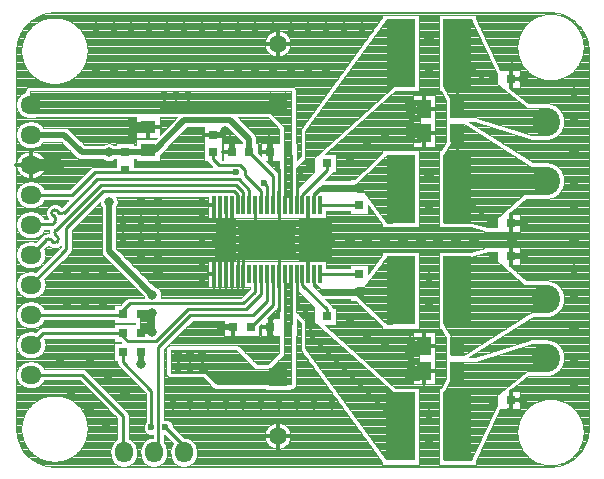
<source format=gbr>
G04 DipTrace 3.1.0.1*
G04 tas5806mROUTE.Top.gbr*
%MOIN*%
G04 #@! TF.FileFunction,Copper,L1,Top*
G04 #@! TF.Part,Single*
G04 #@! TA.AperFunction,Conductor*
%ADD10C,0.009843*%
%ADD14C,0.019685*%
%ADD15C,0.03937*%
G04 #@! TA.AperFunction,CopperBalancing*
%ADD16C,0.003937*%
%ADD17C,0.011811*%
G04 #@! TA.AperFunction,ComponentPad*
%ADD19R,0.059055X0.059055*%
%ADD20C,0.059055*%
%ADD21R,0.051181X0.043307*%
%ADD22R,0.031496X0.031496*%
%ADD23R,0.047244X0.062992*%
G04 #@! TA.AperFunction,ComponentPad*
%ADD24O,0.07X0.06*%
%ADD25R,0.094488X0.228346*%
G04 #@! TA.AperFunction,ComponentPad*
%ADD26C,0.094488*%
%ADD27O,0.06X0.07*%
%ADD29R,0.011811X0.059055*%
%ADD30R,0.185039X0.114173*%
G04 #@! TA.AperFunction,ViaPad*
%ADD31C,0.023622*%
%ADD32C,0.031496*%
%FSLAX26Y26*%
G04*
G70*
G90*
G75*
G01*
G04 Top*
%LPD*%
X2014094Y1716850D2*
D10*
X1980630D1*
X1894016Y1803465D1*
Y1618425D2*
Y1803465D1*
Y1618425D2*
Y1606614D1*
X2157795D1*
X2189291Y1575118D1*
X1894016Y1535748D2*
Y1350709D1*
X2189291Y1378268D2*
X1921575D1*
X1894016Y1350709D1*
X2014094Y1236535D2*
X2008189D1*
X1894016Y1350709D1*
X1260157Y1295591D2*
Y1358583D1*
X1248346Y1370394D1*
X1157795Y1405827D2*
X795591D1*
X787717Y1413701D1*
X472756Y1331417D2*
X610945D1*
X685354Y1405827D1*
X787717D1*
Y1413701D1*
X1279843Y1067244D2*
Y964882D1*
X1205039Y890079D1*
X1378268Y1295591D2*
Y1331024D1*
X1460945Y1413701D1*
Y1437323D1*
X1437323Y1295591D2*
X1567244D1*
X1378268Y1067244D2*
Y1031811D1*
X1460945Y949134D1*
Y925512D1*
X1437323Y1067244D2*
X1567244D1*
X1279843Y1295591D2*
Y1394016D1*
X1201102Y1472756D1*
X787717D2*
D14*
X642047D1*
X583413Y1531390D1*
X472756D1*
X787717Y1472756D2*
X854646D1*
D10*
X862520Y1480630D1*
D14*
X886142D1*
X984567Y1579055D1*
X1138110D1*
X1201102Y1516063D1*
Y1472756D1*
X787717D2*
D10*
X732598D1*
Y1307402D2*
D14*
Y1142047D1*
X878268Y996378D1*
Y937323D2*
X838898D1*
Y933386D1*
X878268Y937323D2*
Y909764D1*
X838898Y870394D1*
X878268Y909764D2*
Y874331D1*
D10*
X842835D1*
X838898Y870394D1*
Y768031D2*
D14*
Y807402D1*
X1142047Y1472756D2*
Y1508189D1*
D10*
X1138110Y1512126D1*
X1079055Y1531811D2*
D14*
X1106614D1*
X1118425Y1543622D1*
X862520Y1555433D2*
X831024D1*
X811339Y1575118D1*
X831024Y1555433D2*
X811339Y1535748D1*
Y1575118D2*
Y1535748D1*
X1145984Y890079D2*
X1106614D1*
X1270000D2*
Y852677D1*
D10*
X1271969Y850709D1*
X1122362Y1295591D2*
Y1232598D1*
X1130236Y1224724D1*
X1161732Y1067244D2*
Y1126299D1*
X1173543Y1138110D1*
X1181417Y1067244D2*
Y1130236D1*
X1173543Y1138110D1*
X1299528Y1067244D2*
Y1134173D1*
X1303465Y1138110D1*
X1299528Y1295591D2*
Y1228661D1*
X1303465Y1224724D1*
X1220787Y1295591D2*
Y1228661D1*
X1216850Y1224724D1*
X1299528Y1067244D2*
Y945197D1*
X1271969Y917638D1*
Y892047D1*
X1270000Y890079D1*
X1783780Y1618425D2*
X1756220D1*
X1736535Y1638110D1*
X1783780Y1535748D2*
X1760157D1*
X1744409Y1520000D1*
X1736535D1*
Y1559370D1*
Y1598740D1*
Y1638110D1*
X1756220Y1618425D2*
X1736535Y1598740D1*
X1760157Y1535748D2*
X1736535Y1559370D1*
X2073150Y1716850D2*
Y1754252D1*
X2075118Y1756220D1*
X2073150Y1716850D2*
X2114488D1*
X2073150Y1236535D2*
D14*
X2114488D1*
X2073150D2*
D10*
Y1183386D1*
X2075118Y1181417D1*
X1783780Y827087D2*
X1752283D1*
X1736535Y842835D1*
X1783780Y827087D2*
X1760157D1*
X1736535Y803465D1*
X1783780Y744409D2*
X1756220D1*
X1736535Y764094D1*
X1756220Y744409D2*
X1736535Y724724D1*
Y764094D1*
Y803465D1*
Y842835D1*
X2073150Y1126299D2*
Y1179449D1*
X2075118Y1181417D1*
X2073150Y1126299D2*
D14*
X2114488D1*
X2073150Y645984D2*
D10*
X2114488D1*
X2073150D2*
Y608583D1*
X2071181Y606614D1*
X472756Y1431390D2*
D15*
X565248D1*
D10*
X567244Y1433386D1*
X1299528Y1295591D2*
Y1417638D1*
X1271969Y1445197D1*
Y1470787D1*
X1270000Y1472756D1*
D14*
Y1510157D1*
D10*
X1268031Y1512126D1*
X1201102Y1295591D2*
Y1346772D1*
X1165669Y1382205D1*
X693228D1*
X582458Y1271434D1*
G02X567147Y1271434I-7656J7657D01*
G01*
X560804Y1277777D1*
G03X545493Y1277777I-7656J-7657D01*
G01*
G03X545493Y1262466I7657J-7656D01*
G01*
X551836Y1256123D1*
G02X551836Y1240812I-7657J-7656D01*
G01*
X543622Y1232598D1*
X473937D1*
X472756Y1231417D1*
X1358583Y1295591D2*
Y1394016D1*
X1401890Y1437323D1*
X1417638Y1295591D2*
Y1331024D1*
X1441260Y1354646D1*
X1567244D1*
X1358583Y1067244D2*
Y968819D1*
X1401890Y925512D1*
Y862520D1*
X1705039Y559370D1*
X1260157Y1067244D2*
Y976693D1*
X1212913Y929449D1*
X1004252D1*
X897953Y823150D1*
Y488504D1*
X882205Y472756D1*
X982205D2*
Y494803D1*
X921575Y555433D1*
X874331D2*
Y677480D1*
X779843Y771969D1*
Y807402D1*
X1319213Y1295591D2*
Y1462913D1*
X1329055Y1472756D1*
X1338898Y1295591D2*
Y1462913D1*
X1329055Y1472756D1*
X1338898Y1067244D2*
Y899921D1*
X1329055Y890079D1*
X1319213Y1067244D2*
Y899921D1*
X1329055Y890079D1*
X472756Y1631390D2*
X908610D1*
X917638Y1622362D1*
X957008D1*
X996378D1*
X1279843D1*
X1295591Y1638110D1*
X964882Y795591D2*
X1004252D1*
X1043622D1*
Y756220D1*
X1295591Y724724D2*
X1075118D1*
X1043622Y756220D1*
X917638Y1622362D2*
Y1661732D1*
X957008D1*
X996378D1*
Y1622362D1*
X964882Y795591D2*
Y756220D1*
X1004252D1*
X1043622D1*
X779843Y870394D2*
X511732D1*
X472756Y831417D1*
X1240472Y1067244D2*
Y1000315D1*
X1189291Y949134D1*
X996378D1*
X890079Y842835D1*
X795591D1*
X768031Y870394D1*
X779843D1*
X472756Y1131417D2*
X473937D1*
X523701Y1181181D1*
G02X539013Y1181181I7656J-7654D01*
G01*
X545354Y1174840D1*
G03X560667Y1174840I7656J7654D01*
G01*
X561556Y1175730D1*
G03X561556Y1191042I-7654J7656D01*
G01*
X555215Y1197383D1*
G02X555215Y1212696I7654J7656D01*
G01*
X705039Y1362520D1*
X1157795D1*
X1181417Y1338898D1*
Y1295591D1*
X472756Y931417D2*
X777874D1*
X779843Y933386D1*
X1220787Y1067244D2*
Y1008189D1*
X1181417Y968819D1*
X803465D1*
X768031Y933386D1*
X779843D1*
X1161732Y1295591D2*
Y1331024D1*
X1149921Y1342835D1*
X712913D1*
X590866Y1220787D1*
Y1149528D1*
X472756Y1031417D1*
Y731417D2*
X643228D1*
X779843Y594803D1*
Y475118D1*
X782205Y472756D1*
X1240472Y1295591D2*
Y1342835D1*
X1185354Y1397953D1*
Y1413701D1*
X1169606Y1429449D1*
X1098740D1*
X1079055Y1449134D1*
Y1472756D1*
D31*
X1248346Y1370394D3*
X1157795Y1405827D3*
X1086929Y1224724D3*
Y1181417D3*
Y1138110D3*
X1130236Y1224724D3*
Y1181417D3*
Y1138110D3*
X1173543Y1224724D3*
Y1181417D3*
Y1138110D3*
X1216850Y1224724D3*
Y1181417D3*
Y1138110D3*
X1260157Y1224724D3*
Y1181417D3*
Y1138110D3*
X1303465Y1224724D3*
Y1181417D3*
Y1138110D3*
X1346772Y1224724D3*
Y1181417D3*
Y1138110D3*
X1390079Y1224724D3*
Y1181417D3*
Y1138110D3*
X1433386Y1224724D3*
Y1181417D3*
Y1138110D3*
X1476693Y1224724D3*
Y1181417D3*
Y1138110D3*
D32*
X732598Y1472756D3*
Y1307402D3*
X878268Y937323D3*
D31*
X1043622Y1224724D3*
Y1181417D3*
Y1138110D3*
D32*
X917638Y1661732D3*
X957008D3*
X996378D3*
Y1622362D3*
X957008D3*
X917638D3*
X964882Y795591D3*
X1004252D3*
X1043622D3*
Y756220D3*
X1004252D3*
X964882D3*
X878268Y996378D3*
Y874331D3*
X838898Y768031D3*
D31*
X921575Y555433D3*
X874331D3*
X1043622Y1268031D3*
Y1094803D3*
Y1311339D3*
Y1051496D3*
Y1008189D3*
X1086929D3*
X1130236D3*
D32*
X1118425Y1543622D3*
X1138110Y1512126D3*
X811339Y1575118D3*
Y1535748D3*
X1106614Y890079D3*
X1271969Y850709D3*
X897953Y1307402D3*
Y1248346D3*
Y1189291D3*
Y1130236D3*
Y1071181D3*
X838898Y1307402D3*
Y1248346D3*
Y1189291D3*
Y1130236D3*
X779843Y1248346D3*
Y1189291D3*
X594803Y972756D3*
X653858D3*
X712913D3*
X1535748Y1181417D3*
X1594803D3*
X1653858D3*
X1712913D3*
X1771969D3*
X1831024D3*
X1890079D3*
X1949134D3*
X1535748Y1457008D3*
X1594803Y1496378D3*
X1653858Y1535748D3*
X1268031Y1512126D3*
X689291Y1890079D3*
X748346D3*
X807402D3*
X866457D3*
X925512D3*
X984567D3*
X1043622D3*
X1102677D3*
X1161732D3*
X1220787D3*
X1279843D3*
X1338898D3*
X1397953D3*
X1457008D3*
X1516063D3*
X1575118D3*
X689291Y1752283D3*
X748346D3*
X807402D3*
X866457D3*
X925512D3*
X984567D3*
X1043622D3*
X1102677D3*
X1161732D3*
X1220787D3*
X1279843D3*
X1338898D3*
X1397953D3*
X1457008D3*
X1736535Y1520000D3*
Y1559370D3*
Y1598740D3*
Y1638110D3*
X2075118Y1756220D3*
Y1181417D3*
X2114488Y1236535D3*
Y1716850D3*
X1736535Y842835D3*
Y803465D3*
Y764094D3*
Y724724D3*
X2114488Y1126299D3*
Y645984D3*
X2071181Y606614D3*
X594803Y1079055D3*
X653858D3*
X712913D3*
X1799528Y1752283D3*
X1535748Y905827D3*
X1594803Y866457D3*
X1653858Y827087D3*
X1004252Y630236D3*
X1122362D3*
X1063307D3*
X1240472D3*
X945197D3*
X1181417D3*
X1358583D3*
X1476693D3*
X1417638D3*
X567244Y1433386D3*
X1299528Y630236D3*
X1799528Y1850709D3*
X2283780Y689291D3*
Y787717D3*
Y886142D3*
Y984567D3*
Y1082992D3*
Y1181417D3*
Y1279843D3*
Y1378268D3*
Y1476693D3*
Y1575118D3*
Y1673543D3*
X1799528Y1295591D3*
Y1394016D3*
Y957008D3*
Y1055433D3*
Y500315D3*
Y598740D3*
X571181Y787717D3*
X669606D3*
X728661Y728661D3*
X787717Y669606D3*
X606614Y673543D3*
X665669Y614488D3*
X724724Y555433D3*
X1438667Y1360682D2*
D16*
X1580626D1*
X1434860Y1356877D2*
X1580626D1*
X1431054Y1353071D2*
X1580626D1*
X1427247Y1349265D2*
X1580626D1*
X1423441Y1345459D2*
X1580626D1*
X1419635Y1341654D2*
X1432965D1*
X1415828Y1337848D2*
X1429159D1*
X1414098Y1334042D2*
X1425353D1*
X1414098Y1330236D2*
X1421546D1*
X1414098Y1326430D2*
X1421177D1*
X1413709Y1325118D2*
X1421567D1*
X1421598Y1329364D1*
X1421789Y1329949D1*
X1422151Y1330448D1*
X1436165Y1344428D1*
X1436714Y1344707D1*
X1437323Y1344803D1*
X1581016D1*
X1581024Y1364480D1*
X1442083Y1364488D1*
X1413698Y1336112D1*
X1413701Y1325126D1*
X1383549Y1447297D2*
X1415272D1*
X1379741Y1443491D2*
X1415272D1*
X1375936Y1439685D2*
X1415272D1*
X1372129Y1435879D2*
X1415272D1*
X1368323Y1432073D2*
X1415272D1*
X1364517Y1428268D2*
X1415272D1*
X1360710Y1424462D2*
X1415272D1*
X1357012Y1420656D2*
X1415272D1*
X1357012Y1416850D2*
X1415272D1*
X1357012Y1413045D2*
X1415272D1*
X1357012Y1409239D2*
X1415272D1*
X1357012Y1405433D2*
X1414064D1*
X1357012Y1401627D2*
X1410259D1*
X1357012Y1397822D2*
X1406451D1*
X1357012Y1394016D2*
X1402646D1*
X1357012Y1390210D2*
X1398846D1*
X1357012Y1386404D2*
X1395041D1*
X1357012Y1382598D2*
X1391235D1*
X1357012Y1378793D2*
X1387428D1*
X1357012Y1374987D2*
X1383622D1*
X1357012Y1371181D2*
X1379815D1*
X1357012Y1367375D2*
X1376009D1*
X1357012Y1363570D2*
X1372203D1*
X1357012Y1359764D2*
X1368396D1*
X1357012Y1355958D2*
X1364591D1*
X1361710Y1352682D2*
X1415671Y1406643D1*
X1415669Y1451094D1*
X1386965Y1451102D1*
X1356614Y1420760D1*
Y1352685D1*
X1361697Y1352677D1*
X1655017Y1459108D2*
X1675114D1*
X1651050Y1455302D2*
X1675114D1*
X1647089Y1451496D2*
X1675114D1*
X1643122Y1447690D2*
X1675114D1*
X1639161Y1443885D2*
X1675114D1*
X1635194Y1440079D2*
X1675114D1*
X1631234Y1436273D2*
X1675114D1*
X1627266Y1432467D2*
X1675114D1*
X1623306Y1428661D2*
X1675114D1*
X1619339Y1424856D2*
X1675114D1*
X1615370Y1421050D2*
X1675114D1*
X1611409Y1417244D2*
X1675114D1*
X1607442Y1413438D2*
X1675114D1*
X1603482Y1409633D2*
X1675114D1*
X1599514Y1405827D2*
X1675114D1*
X1595554Y1402021D2*
X1675114D1*
X1591587Y1398215D2*
X1675114D1*
X1587626Y1394409D2*
X1675114D1*
X1583659Y1390604D2*
X1675114D1*
X1579692Y1386798D2*
X1675114D1*
X1575731Y1382992D2*
X1675114D1*
X1571764Y1379186D2*
X1675114D1*
X1567803Y1375381D2*
X1675114D1*
X1563836Y1371575D2*
X1675114D1*
X1561736Y1367769D2*
X1675114D1*
X1561736Y1363963D2*
X1675114D1*
X1561736Y1360157D2*
X1675114D1*
X1561736Y1356352D2*
X1675114D1*
X1561736Y1352546D2*
X1675114D1*
X1561736Y1348740D2*
X1675114D1*
X1561736Y1344934D2*
X1675114D1*
X1561736Y1341129D2*
X1675114D1*
X1586972Y1337323D2*
X1675114D1*
X1589756Y1333517D2*
X1675114D1*
X1592541Y1329711D2*
X1675114D1*
X1595316Y1325906D2*
X1675114D1*
X1598100Y1322100D2*
X1675114D1*
X1600883Y1318294D2*
X1675114D1*
X1603659Y1314488D2*
X1675114D1*
X1606442Y1310682D2*
X1675114D1*
X1609226Y1306877D2*
X1675114D1*
X1612003Y1303071D2*
X1675114D1*
X1614786Y1299265D2*
X1675114D1*
X1617570Y1295459D2*
X1675114D1*
X1620345Y1291654D2*
X1675114D1*
X1623129Y1287848D2*
X1675114D1*
X1625912Y1284042D2*
X1675114D1*
X1628689Y1280236D2*
X1675114D1*
X1631472Y1276430D2*
X1675114D1*
X1634256Y1272625D2*
X1675114D1*
X1637039Y1268819D2*
X1675114D1*
X1639815Y1265013D2*
X1675114D1*
X1642598Y1261207D2*
X1675114D1*
X1645382Y1257402D2*
X1675114D1*
X1648157Y1253596D2*
X1675114D1*
X1650942Y1249790D2*
X1675114D1*
X1653726Y1245984D2*
X1675114D1*
X1656501Y1242178D2*
X1675114D1*
X1584587Y1340052D2*
X1658791Y1238508D1*
X1675504Y1238504D1*
X1675512Y1462906D1*
X1658588Y1462913D1*
X1561336Y1369552D1*
X1561339Y1340874D1*
X1583301Y1340843D1*
X1583886Y1340652D1*
X1584385Y1340290D1*
X1584585Y1340054D1*
X1656424Y1911864D2*
X1679051D1*
X1653664Y1908058D2*
X1679051D1*
X1650903Y1904252D2*
X1679051D1*
X1648135Y1900446D2*
X1679051D1*
X1645374Y1896640D2*
X1679051D1*
X1642606Y1892835D2*
X1679051D1*
X1639845Y1889029D2*
X1679051D1*
X1637077Y1885223D2*
X1679051D1*
X1634318Y1881417D2*
X1679051D1*
X1631549Y1877612D2*
X1679051D1*
X1628789Y1873806D2*
X1679051D1*
X1626020Y1870000D2*
X1679051D1*
X1623260Y1866194D2*
X1679051D1*
X1620491Y1862388D2*
X1679051D1*
X1617731Y1858583D2*
X1679051D1*
X1614963Y1854777D2*
X1679051D1*
X1612202Y1850971D2*
X1679051D1*
X1609434Y1847165D2*
X1679051D1*
X1606673Y1843360D2*
X1679051D1*
X1603906Y1839554D2*
X1679051D1*
X1601144Y1835748D2*
X1679051D1*
X1598377Y1831942D2*
X1679051D1*
X1595615Y1828136D2*
X1679051D1*
X1592848Y1824331D2*
X1679051D1*
X1590087Y1820525D2*
X1679051D1*
X1587327Y1816719D2*
X1679051D1*
X1584559Y1812913D2*
X1679051D1*
X1581798Y1809108D2*
X1679051D1*
X1579030Y1805302D2*
X1679051D1*
X1576269Y1801496D2*
X1679051D1*
X1573501Y1797690D2*
X1679051D1*
X1570740Y1793885D2*
X1679051D1*
X1567972Y1790079D2*
X1679051D1*
X1565211Y1786273D2*
X1679051D1*
X1562444Y1782467D2*
X1679051D1*
X1559682Y1778661D2*
X1679051D1*
X1556915Y1774856D2*
X1679051D1*
X1554155Y1771050D2*
X1679051D1*
X1551386Y1767244D2*
X1679051D1*
X1548626Y1763438D2*
X1679051D1*
X1545857Y1759633D2*
X1679051D1*
X1543097Y1755827D2*
X1679051D1*
X1540328Y1752021D2*
X1679051D1*
X1537568Y1748215D2*
X1679051D1*
X1534801Y1744409D2*
X1679051D1*
X1532039Y1740604D2*
X1679051D1*
X1529280Y1736798D2*
X1679051D1*
X1526510Y1732992D2*
X1679051D1*
X1523751Y1729186D2*
X1679051D1*
X1520982Y1725381D2*
X1679051D1*
X1518222Y1721575D2*
X1679051D1*
X1515453Y1717769D2*
X1679051D1*
X1512693Y1713963D2*
X1679051D1*
X1509924Y1710157D2*
X1679051D1*
X1507164Y1706352D2*
X1679051D1*
X1504396Y1702546D2*
X1679051D1*
X1501635Y1698740D2*
X1679051D1*
X1498867Y1694934D2*
X1679051D1*
X1496106Y1691129D2*
X1679051D1*
X1493339Y1687323D2*
X1675875D1*
X1490577Y1683517D2*
X1671623D1*
X1487810Y1679711D2*
X1667379D1*
X1485049Y1675906D2*
X1663126D1*
X1482281Y1672100D2*
X1658874D1*
X1479520Y1668294D2*
X1654630D1*
X1476752Y1664488D2*
X1650377D1*
X1473992Y1660682D2*
X1646125D1*
X1471223Y1656877D2*
X1641873D1*
X1468463Y1653071D2*
X1637629D1*
X1465702Y1649265D2*
X1633375D1*
X1462934Y1645459D2*
X1629123D1*
X1460173Y1641654D2*
X1624879D1*
X1457406Y1637848D2*
X1620627D1*
X1454644Y1634042D2*
X1616374D1*
X1451877Y1630236D2*
X1612130D1*
X1449117Y1626430D2*
X1607878D1*
X1446348Y1622625D2*
X1603625D1*
X1443588Y1618819D2*
X1599381D1*
X1440819Y1615013D2*
X1595129D1*
X1438059Y1611207D2*
X1590877D1*
X1435290Y1607402D2*
X1586631D1*
X1432530Y1603596D2*
X1582379D1*
X1429761Y1599790D2*
X1578127D1*
X1427001Y1595984D2*
X1573882D1*
X1424234Y1592178D2*
X1569630D1*
X1421472Y1588373D2*
X1565378D1*
X1418705Y1584567D2*
X1561134D1*
X1415944Y1580761D2*
X1556881D1*
X1413176Y1576955D2*
X1552629D1*
X1410415Y1573150D2*
X1548385D1*
X1407647Y1569344D2*
X1544131D1*
X1404886Y1565538D2*
X1539879D1*
X1402126Y1561732D2*
X1535635D1*
X1399358Y1557927D2*
X1531383D1*
X1396597Y1554121D2*
X1527130D1*
X1393829Y1550315D2*
X1522886D1*
X1391068Y1546509D2*
X1518634D1*
X1388508Y1542703D2*
X1514382D1*
X1388508Y1538898D2*
X1510136D1*
X1388508Y1535092D2*
X1505885D1*
X1388508Y1531286D2*
X1501633D1*
X1388508Y1527480D2*
X1497387D1*
X1388508Y1523675D2*
X1493135D1*
X1388508Y1519869D2*
X1488883D1*
X1388508Y1516063D2*
X1484631D1*
X1388508Y1512257D2*
X1480386D1*
X1388508Y1508451D2*
X1476134D1*
X1388508Y1504646D2*
X1471882D1*
X1388508Y1500840D2*
X1467636D1*
X1388508Y1497034D2*
X1463385D1*
X1388508Y1493228D2*
X1459133D1*
X1388508Y1489423D2*
X1454888D1*
X1388508Y1485617D2*
X1450635D1*
X1388508Y1481811D2*
X1446383D1*
X1388508Y1478005D2*
X1442139D1*
X1388508Y1474199D2*
X1437886D1*
X1388508Y1470394D2*
X1433634D1*
X1388508Y1466588D2*
X1429390D1*
X1388508Y1462782D2*
X1425138D1*
X1388508Y1458976D2*
X1420885D1*
X1388508Y1455171D2*
X1416640D1*
X1388508Y1451365D2*
X1415272D1*
X1388508Y1447559D2*
X1415272D1*
X1388508Y1443753D2*
X1415272D1*
X1388508Y1439948D2*
X1415272D1*
X1388110Y1542984D2*
Y1439299D1*
X1415661Y1439291D1*
X1415693Y1453379D1*
X1415883Y1453965D1*
X1416247Y1454463D1*
X1679445Y1690168D1*
X1679449Y1915661D1*
X1658803Y1915669D1*
X1388113Y1542986D1*
X471185Y1671706D2*
X1320783D1*
X471185Y1667900D2*
X1320783D1*
X471185Y1664094D2*
X1320783D1*
X471185Y1660289D2*
X1320783D1*
X471185Y1656483D2*
X1320783D1*
X471185Y1652677D2*
X1320783D1*
X471185Y1648871D2*
X1320783D1*
X471185Y1645066D2*
X1320783D1*
X471185Y1641260D2*
X1320783D1*
X471185Y1637454D2*
X1320783D1*
X471185Y1633648D2*
X1320783D1*
X471185Y1629843D2*
X1320783D1*
X471185Y1626037D2*
X1320783D1*
X471185Y1622231D2*
X1320783D1*
X471185Y1618425D2*
X1320783D1*
X471185Y1614619D2*
X1320783D1*
X471185Y1610814D2*
X1320783D1*
X471185Y1607008D2*
X1320783D1*
X470795Y1604646D2*
X1321173D1*
X1321181Y1675504D1*
X470795Y1675512D1*
X470787Y1604654D1*
X939689Y809501D2*
X1160388D1*
X939689Y805696D2*
X1164196D1*
X939689Y801890D2*
X1168001D1*
X939689Y798084D2*
X1171808D1*
X939689Y794278D2*
X1175614D1*
X939689Y790472D2*
X1179420D1*
X939689Y786667D2*
X1183227D1*
X939689Y782861D2*
X1187033D1*
X939689Y779055D2*
X1190839D1*
X939689Y775249D2*
X1194646D1*
X939689Y771444D2*
X1198451D1*
X939689Y767638D2*
X1202259D1*
X939689Y763832D2*
X1206064D1*
X939689Y760026D2*
X1209870D1*
X939689Y756220D2*
X1213669D1*
X939689Y752415D2*
X1217475D1*
X939689Y748609D2*
X1320783D1*
X939689Y744803D2*
X1320783D1*
X939689Y740997D2*
X1320783D1*
X1054016Y737192D2*
X1320783D1*
X1057823Y733386D2*
X1320783D1*
X1061629Y729580D2*
X1320783D1*
X1065434Y725774D2*
X1320783D1*
X1069241Y721969D2*
X1320783D1*
X1073047Y718163D2*
X1320783D1*
X1076853Y714357D2*
X1320783D1*
X1080660Y710551D2*
X1320783D1*
X1084466Y706745D2*
X1320783D1*
X1088273Y702940D2*
X1320783D1*
X939291Y813299D2*
Y738512D1*
X1051651Y738497D1*
X1052249Y738354D1*
X1052774Y738033D1*
X1091682Y699133D1*
X1321173Y699134D1*
X1321181Y750307D1*
X1220633Y750322D1*
X1220034Y750465D1*
X1219509Y750786D1*
X1156980Y813306D1*
X939299Y813307D1*
X522266Y1935486D2*
X2234262D1*
X511393Y1931680D2*
X2184588D1*
X2225491D2*
X2245142D1*
X500520Y1927874D2*
X1643464D1*
X1766614D2*
X1832441D1*
X1955591D2*
X2169809D1*
X2240270D2*
X2256015D1*
X492662Y1924068D2*
X1643464D1*
X1766614D2*
X1832441D1*
X1955591D2*
X2159966D1*
X2250113D2*
X2263874D1*
X486602Y1920262D2*
X533313D1*
X569679D2*
X1642080D1*
X1766614D2*
X1832441D1*
X1955814D2*
X2152207D1*
X2257871D2*
X2269933D1*
X480543Y1916457D2*
X517472D1*
X585520D2*
X1639320D1*
X1766614D2*
X1832441D1*
X1957598D2*
X2145702D1*
X2264377D2*
X2275985D1*
X474491Y1912651D2*
X507322D1*
X595670D2*
X1636552D1*
X1766614D2*
X1832441D1*
X1959374D2*
X2140066D1*
X2270013D2*
X2282044D1*
X469839Y1908845D2*
X499395D1*
X603598D2*
X1633791D1*
X1766614D2*
X1832441D1*
X1961158D2*
X2135098D1*
X2274980D2*
X2286688D1*
X466041Y1905039D2*
X492782D1*
X610211D2*
X1631023D1*
X1766614D2*
X1832441D1*
X1962942D2*
X2130654D1*
X2279425D2*
X2290495D1*
X462234Y1901234D2*
X487076D1*
X615916D2*
X1628262D1*
X1766614D2*
X1832441D1*
X1964718D2*
X2126648D1*
X2283431D2*
X2294301D1*
X458428Y1897428D2*
X482039D1*
X620953D2*
X1625494D1*
X1766614D2*
X1832441D1*
X1966502D2*
X2123010D1*
X2287068D2*
X2298107D1*
X454622Y1893622D2*
X477549D1*
X625443D2*
X1622734D1*
X1766614D2*
X1832441D1*
X1968286D2*
X2119704D1*
X2290375D2*
X2301914D1*
X451254Y1889816D2*
X473496D1*
X629496D2*
X1619965D1*
X1766614D2*
X1832441D1*
X1970062D2*
X2116690D1*
X2293389D2*
X2305282D1*
X448862Y1886010D2*
X469829D1*
X633164D2*
X1617205D1*
X1766614D2*
X1832441D1*
X1971846D2*
X2113929D1*
X2296150D2*
X2307673D1*
X446471Y1882205D2*
X466491D1*
X636501D2*
X1614444D1*
X1766614D2*
X1832441D1*
X1973630D2*
X2111407D1*
X2298672D2*
X2310064D1*
X444080Y1878399D2*
X463446D1*
X639546D2*
X1293686D1*
X1297497D2*
X1611676D1*
X1766614D2*
X1832441D1*
X1975406D2*
X2109100D1*
X2300979D2*
X2312456D1*
X441688Y1874593D2*
X460663D1*
X642329D2*
X1277353D1*
X1313828D2*
X1608916D1*
X1766614D2*
X1832441D1*
X1977190D2*
X2107001D1*
X2303078D2*
X2314847D1*
X439297Y1870787D2*
X458117D1*
X644875D2*
X1270587D1*
X1320594D2*
X1606147D1*
X1766614D2*
X1832441D1*
X1978974D2*
X2105086D1*
X2304992D2*
X2317239D1*
X436905Y1866982D2*
X455788D1*
X647205D2*
X1265804D1*
X1325377D2*
X1603387D1*
X1766614D2*
X1832441D1*
X1980751D2*
X2103356D1*
X2306723D2*
X2319630D1*
X435521Y1863176D2*
X453665D1*
X649327D2*
X1262136D1*
X1329045D2*
X1600619D1*
X1766614D2*
X1832441D1*
X1982535D2*
X2101795D1*
X2308284D2*
X2321022D1*
X434183Y1859370D2*
X451735D1*
X651257D2*
X1259237D1*
X1331944D2*
X1597858D1*
X1766614D2*
X1832441D1*
X1984319D2*
X2100388D1*
X2309691D2*
X2322352D1*
X432853Y1855564D2*
X449982D1*
X653010D2*
X1256923D1*
X1334259D2*
X1595090D1*
X1766614D2*
X1832441D1*
X1986095D2*
X2099142D1*
X2310936D2*
X2323682D1*
X431523Y1851759D2*
X448406D1*
X654586D2*
X1255108D1*
X1336073D2*
X1592329D1*
X1766614D2*
X1832441D1*
X1987879D2*
X2098050D1*
X2312028D2*
X2325013D1*
X430192Y1847953D2*
X446983D1*
X656009D2*
X1253716D1*
X1337465D2*
X1589561D1*
X1766614D2*
X1832441D1*
X1989663D2*
X2097105D1*
X2312974D2*
X2326343D1*
X428862Y1844147D2*
X445722D1*
X657270D2*
X1252716D1*
X1338465D2*
X1586801D1*
X1766614D2*
X1832441D1*
X1991439D2*
X2096297D1*
X2313782D2*
X2327673D1*
X427524Y1840341D2*
X444615D1*
X658377D2*
X1252063D1*
X1339118D2*
X1584033D1*
X1766614D2*
X1832441D1*
X1993223D2*
X2095628D1*
X2314451D2*
X2329011D1*
X426963Y1836535D2*
X443646D1*
X659346D2*
X1251763D1*
X1339418D2*
X1581272D1*
X1766614D2*
X1832441D1*
X1995007D2*
X2095090D1*
X2314989D2*
X2329573D1*
X426532Y1832730D2*
X442831D1*
X660161D2*
X1251786D1*
X1339395D2*
X1578504D1*
X1766614D2*
X1832441D1*
X1996783D2*
X2094698D1*
X2315381D2*
X2330003D1*
X426109Y1828924D2*
X442146D1*
X660846D2*
X1252155D1*
X1339026D2*
X1575743D1*
X1766614D2*
X1832441D1*
X1998567D2*
X2094429D1*
X2315650D2*
X2330434D1*
X425679Y1825118D2*
X441600D1*
X661392D2*
X1252862D1*
X1338319D2*
X1572975D1*
X1766614D2*
X1832441D1*
X2000351D2*
X2094298D1*
X2315781D2*
X2330857D1*
X425248Y1821312D2*
X441185D1*
X661807D2*
X1253931D1*
X1337250D2*
X1570215D1*
X1766614D2*
X1832441D1*
X2002127D2*
X2094290D1*
X2315788D2*
X2331287D1*
X424817Y1817507D2*
X440908D1*
X662084D2*
X1255392D1*
X1335789D2*
X1567446D1*
X1766614D2*
X1832441D1*
X2003911D2*
X2094421D1*
X2315658D2*
X2331718D1*
X424395Y1813701D2*
X440762D1*
X662230D2*
X1257284D1*
X1333897D2*
X1564686D1*
X1766614D2*
X1832441D1*
X2005695D2*
X2094682D1*
X2315396D2*
X2332149D1*
X423964Y1809895D2*
X440747D1*
X662245D2*
X1259691D1*
X1331490D2*
X1561918D1*
X1766614D2*
X1832441D1*
X2007472D2*
X2095075D1*
X2315004D2*
X2332572D1*
X423941Y1806089D2*
X440862D1*
X662130D2*
X1262705D1*
X1328476D2*
X1559157D1*
X1766614D2*
X1832441D1*
X2009256D2*
X2095605D1*
X2314474D2*
X2332595D1*
X423941Y1802283D2*
X441108D1*
X661884D2*
X1266534D1*
X1324647D2*
X1556389D1*
X1766614D2*
X1832441D1*
X2011039D2*
X2096266D1*
X2313812D2*
X2332595D1*
X423941Y1798478D2*
X441485D1*
X661507D2*
X1271571D1*
X1319610D2*
X1553628D1*
X1766614D2*
X1832441D1*
X2012816D2*
X2097074D1*
X2313005D2*
X2332595D1*
X423941Y1794672D2*
X442000D1*
X660992D2*
X1278891D1*
X1312290D2*
X1550868D1*
X1766614D2*
X1832441D1*
X2014600D2*
X2098012D1*
X2312067D2*
X2332595D1*
X423941Y1790866D2*
X442654D1*
X660338D2*
X1548100D1*
X1766614D2*
X1832441D1*
X2016384D2*
X2099104D1*
X2310975D2*
X2332595D1*
X423941Y1787060D2*
X443438D1*
X659554D2*
X1545339D1*
X1766614D2*
X1832441D1*
X2018160D2*
X2100342D1*
X2309737D2*
X2332595D1*
X423941Y1783255D2*
X444369D1*
X658623D2*
X1542571D1*
X1766614D2*
X1832441D1*
X2019944D2*
X2101741D1*
X2308337D2*
X2332595D1*
X423941Y1779449D2*
X445445D1*
X657547D2*
X1539810D1*
X1766614D2*
X1832441D1*
X2021728D2*
X2103302D1*
X2306776D2*
X2332595D1*
X423941Y1775643D2*
X446668D1*
X656324D2*
X1537042D1*
X1766614D2*
X1832441D1*
X2023504D2*
X2105025D1*
X2305054D2*
X2332595D1*
X423941Y1771837D2*
X448044D1*
X654948D2*
X1534282D1*
X1766614D2*
X1832441D1*
X2025288D2*
X2106932D1*
X2303147D2*
X2332595D1*
X423941Y1768031D2*
X449590D1*
X653402D2*
X1531513D1*
X1766614D2*
X1832441D1*
X2027072D2*
X2109023D1*
X2301055D2*
X2332595D1*
X423941Y1764226D2*
X451297D1*
X651695D2*
X1528753D1*
X1766614D2*
X1832441D1*
X2028848D2*
X2111322D1*
X2298756D2*
X2332595D1*
X423941Y1760420D2*
X453181D1*
X649811D2*
X1525985D1*
X1766614D2*
X1832441D1*
X2030632D2*
X2113837D1*
X2296242D2*
X2332595D1*
X423941Y1756614D2*
X455257D1*
X647735D2*
X1523224D1*
X1766614D2*
X1832441D1*
X2032416D2*
X2116590D1*
X2293489D2*
X2332595D1*
X423941Y1752808D2*
X457533D1*
X645459D2*
X1520456D1*
X1766614D2*
X1832441D1*
X2034192D2*
X2119596D1*
X2290482D2*
X2332595D1*
X423941Y1749003D2*
X460024D1*
X642968D2*
X1517695D1*
X1766614D2*
X1832441D1*
X2035976D2*
X2122895D1*
X2287184D2*
X2332595D1*
X423941Y1745197D2*
X462747D1*
X640246D2*
X1514927D1*
X1766614D2*
X1832441D1*
X2103229D2*
X2126517D1*
X2283562D2*
X2332595D1*
X423941Y1741391D2*
X465730D1*
X637262D2*
X1512167D1*
X1766614D2*
X1832441D1*
X2103229D2*
X2130508D1*
X2279571D2*
X2332595D1*
X423941Y1737585D2*
X468998D1*
X633994D2*
X1509399D1*
X1766614D2*
X1832441D1*
X2103229D2*
X2134937D1*
X2275142D2*
X2332595D1*
X423941Y1733780D2*
X472581D1*
X630411D2*
X1506638D1*
X1766614D2*
X1832441D1*
X2103229D2*
X2139881D1*
X2270198D2*
X2332595D1*
X423941Y1729974D2*
X476534D1*
X626458D2*
X1503870D1*
X1766614D2*
X1832441D1*
X2103229D2*
X2145494D1*
X2264584D2*
X2332595D1*
X423941Y1726168D2*
X480909D1*
X622083D2*
X1501109D1*
X1766614D2*
X1832441D1*
X2103229D2*
X2151961D1*
X2258117D2*
X2332595D1*
X423941Y1722362D2*
X485800D1*
X617193D2*
X1498341D1*
X1766614D2*
X1832441D1*
X2103229D2*
X2159666D1*
X2250413D2*
X2332595D1*
X423941Y1718556D2*
X491336D1*
X611656D2*
X1495581D1*
X1766614D2*
X1832441D1*
X2103229D2*
X2169416D1*
X2240662D2*
X2332595D1*
X423941Y1714751D2*
X497703D1*
X605289D2*
X1492812D1*
X1766614D2*
X1832441D1*
X2103229D2*
X2183896D1*
X2226183D2*
X2332595D1*
X423941Y1710945D2*
X505254D1*
X597738D2*
X1490052D1*
X1766614D2*
X1832441D1*
X2103229D2*
X2332595D1*
X423941Y1707139D2*
X514720D1*
X588272D2*
X1487291D1*
X1766614D2*
X1832441D1*
X2103229D2*
X2332595D1*
X423941Y1703333D2*
X528392D1*
X574601D2*
X1484523D1*
X1766614D2*
X1832441D1*
X2103229D2*
X2332595D1*
X423941Y1699528D2*
X1481763D1*
X1766614D2*
X1832441D1*
X2103229D2*
X2332595D1*
X423941Y1695722D2*
X1478994D1*
X1766614D2*
X1832441D1*
X2103229D2*
X2332602D1*
X423941Y1691916D2*
X1476234D1*
X1766614D2*
X1832441D1*
X2103229D2*
X2332602D1*
X423941Y1688110D2*
X459409D1*
X1352244D2*
X1473466D1*
X1766614D2*
X1832441D1*
X2103229D2*
X2332602D1*
X423941Y1684304D2*
X456272D1*
X1355382D2*
X1470705D1*
X1766614D2*
X1832441D1*
X2071579D2*
X2332602D1*
X423941Y1680499D2*
X454819D1*
X1356835D2*
X1467937D1*
X1766614D2*
X1832441D1*
X2076331D2*
X2332602D1*
X423941Y1676693D2*
X454488D1*
X1357166D2*
X1465176D1*
X1766614D2*
X1832441D1*
X2081091D2*
X2332602D1*
X423941Y1672887D2*
X452927D1*
X1357166D2*
X1462408D1*
X1684383D2*
X1839454D1*
X2085850D2*
X2332602D1*
X423941Y1669081D2*
X444784D1*
X1357166D2*
X1459648D1*
X1680131D2*
X1841530D1*
X2090602D2*
X2332602D1*
X423941Y1665276D2*
X439394D1*
X1357166D2*
X1456879D1*
X1675886D2*
X1843598D1*
X2095362D2*
X2332602D1*
X423941Y1661470D2*
X435334D1*
X1357166D2*
X1454119D1*
X1671634D2*
X1745827D1*
X1821732D2*
X1845674D1*
X2100122D2*
X2332602D1*
X423941Y1657664D2*
X432150D1*
X1357166D2*
X1451351D1*
X1667382D2*
X1745827D1*
X1821732D2*
X1847751D1*
X2104874D2*
X2332602D1*
X423941Y1653858D2*
X429605D1*
X1357166D2*
X1448590D1*
X1663137D2*
X1745827D1*
X1821732D2*
X1849827D1*
X2109634D2*
X2332602D1*
X423941Y1650052D2*
X427583D1*
X1357166D2*
X1445822D1*
X1658885D2*
X1745827D1*
X1821732D2*
X1851903D1*
X2114394D2*
X2332602D1*
X423941Y1646247D2*
X426019D1*
X1357166D2*
X1443061D1*
X1654633D2*
X1745827D1*
X1821732D2*
X1853979D1*
X2119146D2*
X2332602D1*
X1357166Y1642441D2*
X1440293D1*
X1650388D2*
X1745827D1*
X1821732D2*
X1856055D1*
X2123905D2*
X2332602D1*
X1357166Y1638635D2*
X1437533D1*
X1646136D2*
X1745827D1*
X1821732D2*
X1856063D1*
X2128665D2*
X2332602D1*
X1357166Y1634829D2*
X1434765D1*
X1641883D2*
X1745827D1*
X1821732D2*
X1856063D1*
X2203015D2*
X2332602D1*
X1357166Y1631024D2*
X1432004D1*
X1637639D2*
X1745827D1*
X1821732D2*
X1856063D1*
X2214541D2*
X2332602D1*
X1357166Y1627218D2*
X1429244D1*
X1633387D2*
X1745827D1*
X1821732D2*
X1856063D1*
X2221762D2*
X2332602D1*
X1357166Y1623412D2*
X1426475D1*
X1629134D2*
X1745827D1*
X1821732D2*
X1856063D1*
X2227244D2*
X2332602D1*
X1357166Y1619606D2*
X1423715D1*
X1624890D2*
X1745827D1*
X1821732D2*
X1856063D1*
X2231681D2*
X2332602D1*
X423941Y1615801D2*
X426280D1*
X1357166D2*
X1420947D1*
X1620637D2*
X1745827D1*
X1821732D2*
X1856063D1*
X2235380D2*
X2332602D1*
X423941Y1611995D2*
X427936D1*
X1357166D2*
X1418186D1*
X1616385D2*
X1745827D1*
X1821732D2*
X1856063D1*
X2238502D2*
X2332602D1*
X423941Y1608189D2*
X430051D1*
X1357166D2*
X1415418D1*
X1612141D2*
X1745827D1*
X1821732D2*
X1856063D1*
X2241154D2*
X2332602D1*
X423941Y1604383D2*
X432704D1*
X1357166D2*
X1412657D1*
X1607888D2*
X1745827D1*
X1821732D2*
X1856063D1*
X2243415D2*
X2332602D1*
X423941Y1600577D2*
X436041D1*
X1357166D2*
X1409889D1*
X1603636D2*
X1745827D1*
X1821732D2*
X1856063D1*
X2245314D2*
X2332602D1*
X423941Y1596772D2*
X440309D1*
X1357166D2*
X1407129D1*
X1599391D2*
X1745827D1*
X1821732D2*
X1856063D1*
X2246906D2*
X2332602D1*
X423941Y1592966D2*
X446053D1*
X1357166D2*
X1404360D1*
X1595139D2*
X1745827D1*
X1821732D2*
X1856063D1*
X2248206D2*
X2332602D1*
X423941Y1589160D2*
X455234D1*
X1357166D2*
X1401600D1*
X1590887D2*
X1745827D1*
X1821732D2*
X1856063D1*
X2249236D2*
X2332602D1*
X423941Y1585354D2*
X822598D1*
X902441D2*
X956841D1*
X1165836D2*
X1265250D1*
X1357166D2*
X1398832D1*
X1586642D2*
X1745827D1*
X1821732D2*
X1856063D1*
X2250005D2*
X2332602D1*
X423941Y1581549D2*
X822598D1*
X902441D2*
X953035D1*
X1169642D2*
X1269057D1*
X1357166D2*
X1396071D1*
X1582390D2*
X1745827D1*
X1821732D2*
X1856063D1*
X2250528D2*
X2332602D1*
X423941Y1577743D2*
X822598D1*
X902441D2*
X949228D1*
X1173449D2*
X1272863D1*
X1357166D2*
X1393303D1*
X1578138D2*
X1745827D1*
X1821732D2*
X1856063D1*
X2250812D2*
X2332602D1*
X423941Y1573937D2*
X456403D1*
X489109D2*
X822598D1*
X902441D2*
X945422D1*
X1177255D2*
X1276669D1*
X1357166D2*
X1390542D1*
X1573893D2*
X1745827D1*
X1821732D2*
X1856063D1*
X2250851D2*
X2332602D1*
X423941Y1570131D2*
X446637D1*
X498875D2*
X822598D1*
X902441D2*
X941624D1*
X1181054D2*
X1280475D1*
X1357166D2*
X1387774D1*
X1569641D2*
X1745827D1*
X1821732D2*
X1856063D1*
X1939558D2*
X1963408D1*
X2250666D2*
X2332602D1*
X423941Y1566325D2*
X440716D1*
X504796D2*
X822598D1*
X902441D2*
X937817D1*
X1184860D2*
X1284282D1*
X1357166D2*
X1385014D1*
X1565389D2*
X1745827D1*
X1821732D2*
X1856063D1*
X1945587D2*
X1975334D1*
X2250228D2*
X2332602D1*
X423941Y1562520D2*
X436356D1*
X509156D2*
X822598D1*
X902441D2*
X934011D1*
X1188666D2*
X1288088D1*
X1357166D2*
X1382245D1*
X1561144D2*
X1745827D1*
X1821732D2*
X1856063D1*
X1951615D2*
X1987261D1*
X2249551D2*
X2332602D1*
X423941Y1558714D2*
X432958D1*
X512554D2*
X822598D1*
X902441D2*
X930205D1*
X1192472D2*
X1291894D1*
X1357166D2*
X1379485D1*
X1556892D2*
X1745827D1*
X1821732D2*
X1856063D1*
X1957636D2*
X1999179D1*
X2248629D2*
X2332602D1*
X423941Y1554908D2*
X430251D1*
X587319D2*
X822598D1*
X902441D2*
X926398D1*
X994446D2*
X1048976D1*
X1109134D2*
X1128232D1*
X1196279D2*
X1295701D1*
X1357166D2*
X1376717D1*
X1552639D2*
X1745827D1*
X1821732D2*
X1856063D1*
X1963665D2*
X2011106D1*
X2247429D2*
X2332602D1*
X423941Y1551102D2*
X428098D1*
X597108D2*
X822598D1*
X902441D2*
X922592D1*
X990639D2*
X1048976D1*
X1109134D2*
X1132038D1*
X1200085D2*
X1299499D1*
X1357166D2*
X1373987D1*
X1548395D2*
X1745827D1*
X1821732D2*
X1856063D1*
X1969686D2*
X2023032D1*
X2245953D2*
X2332602D1*
X423941Y1547297D2*
X426403D1*
X601529D2*
X822598D1*
X902441D2*
X918786D1*
X986833D2*
X1048976D1*
X1109134D2*
X1135844D1*
X1203891D2*
X1300945D1*
X1357166D2*
X1372303D1*
X1544143D2*
X1745827D1*
X1821732D2*
X1856063D1*
X1975714D2*
X2034958D1*
X2244176D2*
X2332602D1*
X605335Y1543491D2*
X822598D1*
X902441D2*
X914980D1*
X983027D2*
X1048976D1*
X1109134D2*
X1139650D1*
X1207698D2*
X1300945D1*
X1357166D2*
X1371811D1*
X1539890D2*
X1745827D1*
X1821732D2*
X1856063D1*
X1981743D2*
X2046885D1*
X2242054D2*
X2332602D1*
X609142Y1539685D2*
X822598D1*
X902441D2*
X911173D1*
X979220D2*
X1048976D1*
X1109134D2*
X1143457D1*
X1211504D2*
X1300945D1*
X1357166D2*
X1371811D1*
X1535646D2*
X1745827D1*
X1821732D2*
X1856063D1*
X1987763D2*
X2058803D1*
X2239563D2*
X2332602D1*
X612948Y1535879D2*
X822598D1*
X902441D2*
X907367D1*
X975414D2*
X1048976D1*
X1109134D2*
X1147263D1*
X1215310D2*
X1300945D1*
X1357166D2*
X1371811D1*
X1531393D2*
X1745827D1*
X1821732D2*
X1856063D1*
X1993792D2*
X2070730D1*
X2236625D2*
X2332602D1*
X616754Y1532073D2*
X822598D1*
X971608D2*
X1048976D1*
X1109134D2*
X1151069D1*
X1219078D2*
X1300945D1*
X1357166D2*
X1371811D1*
X1527141D2*
X1745827D1*
X1821732D2*
X1856063D1*
X1999821D2*
X2082656D1*
X2233165D2*
X2332602D1*
X620561Y1528268D2*
X822598D1*
X967802D2*
X1048976D1*
X1109134D2*
X1154876D1*
X1221908D2*
X1300945D1*
X1357166D2*
X1371811D1*
X1522889D2*
X1745827D1*
X1821732D2*
X1856063D1*
X2005841D2*
X2094582D1*
X2229028D2*
X2332602D1*
X624367Y1524462D2*
X822598D1*
X963995D2*
X1048976D1*
X1109134D2*
X1158682D1*
X1223746D2*
X1300945D1*
X1357166D2*
X1371811D1*
X1518644D2*
X1745827D1*
X1821732D2*
X1856063D1*
X2011870D2*
X2106509D1*
X2223992D2*
X2332602D1*
X628173Y1520656D2*
X822598D1*
X960189D2*
X1048976D1*
X1109134D2*
X1162488D1*
X1224830D2*
X1300945D1*
X1357166D2*
X1371811D1*
X1514392D2*
X1745827D1*
X1821732D2*
X1856063D1*
X2017898D2*
X2118428D1*
X2217563D2*
X2332602D1*
X631979Y1516850D2*
X888336D1*
X956383D2*
X1048976D1*
X1109134D2*
X1166294D1*
X1225260D2*
X1300945D1*
X1357166D2*
X1371811D1*
X1510140D2*
X1745827D1*
X1821732D2*
X1856063D1*
X2023919D2*
X2130354D1*
X2208344D2*
X2332602D1*
X423941Y1513045D2*
X427436D1*
X635778D2*
X822598D1*
X952576D2*
X1048976D1*
X1109134D2*
X1170101D1*
X1225276D2*
X1300945D1*
X1357166D2*
X1371811D1*
X1505895D2*
X1745827D1*
X1821732D2*
X1856063D1*
X2029948D2*
X2332602D1*
X423941Y1509239D2*
X429420D1*
X639584D2*
X822598D1*
X948770D2*
X1048976D1*
X1109134D2*
X1173907D1*
X1225276D2*
X1300945D1*
X1357166D2*
X1371811D1*
X1501643D2*
X1745827D1*
X1821732D2*
X1856063D1*
X2035976D2*
X2332602D1*
X423941Y1505433D2*
X431912D1*
X513600D2*
X575343D1*
X643391D2*
X822598D1*
X944972D2*
X1048976D1*
X1109134D2*
X1176929D1*
X1225276D2*
X1300945D1*
X1357166D2*
X1371811D1*
X1497391D2*
X1745827D1*
X1821732D2*
X1854456D1*
X2041997D2*
X2332602D1*
X423941Y1501627D2*
X435041D1*
X510470D2*
X579150D1*
X647197D2*
X725303D1*
X739893D2*
X757638D1*
X817795D2*
X822598D1*
X941165D2*
X1048976D1*
X1109134D2*
X1111971D1*
X1231181D2*
X1239921D1*
X1359134D2*
X1371811D1*
X1493146D2*
X1745827D1*
X1821732D2*
X1852172D1*
X2048026D2*
X2332602D1*
X423941Y1497822D2*
X439017D1*
X506495D2*
X582956D1*
X651003D2*
X716299D1*
X748898D2*
X757638D1*
X817795D2*
X822598D1*
X937359D2*
X1048976D1*
X1109134D2*
X1111971D1*
X1231181D2*
X1239921D1*
X1359134D2*
X1371811D1*
X1488894D2*
X1745827D1*
X1821732D2*
X1849888D1*
X2054047D2*
X2332602D1*
X423941Y1494016D2*
X444261D1*
X501251D2*
X586762D1*
X933553D2*
X1048976D1*
X1109134D2*
X1111971D1*
X1231181D2*
X1239921D1*
X1359134D2*
X1371811D1*
X1484642D2*
X1745827D1*
X1821732D2*
X1847604D1*
X2060075D2*
X2332602D1*
X423941Y1490210D2*
X452043D1*
X493469D2*
X590569D1*
X929746D2*
X1048976D1*
X1109134D2*
X1111971D1*
X1231181D2*
X1239921D1*
X1359134D2*
X1371811D1*
X1480397D2*
X1845321D1*
X2066104D2*
X2332602D1*
X423941Y1486404D2*
X594375D1*
X925940D2*
X1048976D1*
X1109134D2*
X1111971D1*
X1231181D2*
X1239921D1*
X1359134D2*
X1371811D1*
X1476145D2*
X1843037D1*
X2072125D2*
X2332602D1*
X423941Y1482598D2*
X598181D1*
X922134D2*
X1048976D1*
X1109134D2*
X1111971D1*
X1231181D2*
X1239921D1*
X1359134D2*
X1371811D1*
X1471892D2*
X1840753D1*
X2078153D2*
X2332602D1*
X423941Y1478793D2*
X601987D1*
X918328D2*
X1048976D1*
X1109134D2*
X1111971D1*
X1231181D2*
X1239921D1*
X1359134D2*
X1371811D1*
X1467648D2*
X1643464D1*
X1766614D2*
X1832441D1*
X2084182D2*
X2332602D1*
X423941Y1474987D2*
X461908D1*
X483603D2*
X605794D1*
X914521D2*
X1048976D1*
X1109134D2*
X1111971D1*
X1231181D2*
X1239921D1*
X1359134D2*
X1371811D1*
X1463396D2*
X1643464D1*
X1766614D2*
X1832441D1*
X2090203D2*
X2332602D1*
X423941Y1471181D2*
X448729D1*
X496783D2*
X609600D1*
X910715D2*
X1048976D1*
X1109134D2*
X1111971D1*
X1231181D2*
X1239921D1*
X1359134D2*
X1371811D1*
X1459143D2*
X1643464D1*
X1766614D2*
X1832441D1*
X2096231D2*
X2332602D1*
X423941Y1467375D2*
X442154D1*
X503358D2*
X613406D1*
X906909D2*
X1048976D1*
X1109134D2*
X1111971D1*
X1233550D2*
X1239921D1*
X1359134D2*
X1371811D1*
X1454899D2*
X1639873D1*
X1766614D2*
X1832441D1*
X2102260D2*
X2332602D1*
X423941Y1463570D2*
X437448D1*
X508064D2*
X617213D1*
X903102D2*
X1048976D1*
X1109134D2*
X1111971D1*
X1237356D2*
X1239921D1*
X1359134D2*
X1371811D1*
X1491024D2*
X1635913D1*
X1766614D2*
X1832441D1*
X2108280D2*
X2332602D1*
X423941Y1459764D2*
X433819D1*
X511693D2*
X621019D1*
X902441D2*
X1048976D1*
X1109134D2*
X1111971D1*
X1359134D2*
X1371811D1*
X1491024D2*
X1631946D1*
X1766614D2*
X1832441D1*
X2114309D2*
X2332602D1*
X423941Y1455958D2*
X430935D1*
X514577D2*
X624825D1*
X902441D2*
X1048976D1*
X1109134D2*
X1111971D1*
X1359134D2*
X1368927D1*
X1491024D2*
X1627978D1*
X1766614D2*
X1832441D1*
X2120338D2*
X2332602D1*
X423941Y1452152D2*
X428644D1*
X516868D2*
X629785D1*
X902441D2*
X1048976D1*
X1109134D2*
X1111971D1*
X1359134D2*
X1365121D1*
X1491024D2*
X1624018D1*
X1766614D2*
X1832441D1*
X2126358D2*
X2332602D1*
X423941Y1448346D2*
X426833D1*
X518683D2*
X715315D1*
X749882D2*
X757638D1*
X817795D2*
X822598D1*
X902441D2*
X1048976D1*
X1109134D2*
X1111971D1*
X1359134D2*
X1361307D1*
X1491024D2*
X1620050D1*
X1766614D2*
X1832441D1*
X2132387D2*
X2332602D1*
X520075Y1444541D2*
X722981D1*
X742216D2*
X757638D1*
X817795D2*
X1048976D1*
X1491024D2*
X1616090D1*
X1766614D2*
X1832441D1*
X2138416D2*
X2332602D1*
X521082Y1440735D2*
X757638D1*
X817795D2*
X1061779D1*
X1260186D2*
X1299960D1*
X1491024D2*
X1612122D1*
X1766614D2*
X1832441D1*
X2144436D2*
X2332602D1*
X521736Y1436929D2*
X757638D1*
X817795D2*
X1064286D1*
X1263992D2*
X1299960D1*
X1491024D2*
X1608162D1*
X1766614D2*
X1832441D1*
X2207059D2*
X2332602D1*
X522051Y1433123D2*
X757638D1*
X817795D2*
X1068000D1*
X1267799D2*
X1299960D1*
X1491024D2*
X1604194D1*
X1766614D2*
X1832441D1*
X2216779D2*
X2332602D1*
X522035Y1429318D2*
X757638D1*
X817795D2*
X1071806D1*
X1271605D2*
X1299960D1*
X1491024D2*
X1600234D1*
X1766614D2*
X1832441D1*
X2223407D2*
X2332602D1*
X521689Y1425512D2*
X757638D1*
X817795D2*
X1075613D1*
X1275411D2*
X1299960D1*
X1491024D2*
X1596266D1*
X1766614D2*
X1832441D1*
X2228559D2*
X2332602D1*
X521005Y1421706D2*
X674791D1*
X1279217D2*
X1299960D1*
X1491024D2*
X1592299D1*
X1766614D2*
X1832441D1*
X2232773D2*
X2332602D1*
X519967Y1417900D2*
X670362D1*
X1283024D2*
X1299960D1*
X1491024D2*
X1588339D1*
X1766614D2*
X1832441D1*
X2236295D2*
X2332602D1*
X423941Y1414094D2*
X426971D1*
X518537D2*
X666556D1*
X1286830D2*
X1299960D1*
X1491024D2*
X1584371D1*
X1766614D2*
X1832441D1*
X2239278D2*
X2332602D1*
X423941Y1410289D2*
X428821D1*
X516691D2*
X662750D1*
X1290636D2*
X1299960D1*
X1491024D2*
X1580411D1*
X1766614D2*
X1832441D1*
X2241816D2*
X2332602D1*
X423941Y1406483D2*
X431166D1*
X514346D2*
X658943D1*
X1294389D2*
X1299960D1*
X1478759D2*
X1576443D1*
X1766614D2*
X1832441D1*
X2243969D2*
X2332602D1*
X423941Y1402677D2*
X434103D1*
X511409D2*
X655145D1*
X1296988D2*
X1299960D1*
X1476637D2*
X1572483D1*
X1766614D2*
X1832441D1*
X2245784D2*
X2332602D1*
X423941Y1398871D2*
X437817D1*
X507695D2*
X651338D1*
X1473177D2*
X1568515D1*
X1766614D2*
X1832441D1*
X2247291D2*
X2332602D1*
X423941Y1395066D2*
X442646D1*
X502866D2*
X647532D1*
X1469370D2*
X1564555D1*
X1766614D2*
X1832441D1*
X2248513D2*
X2332602D1*
X423941Y1391260D2*
X449475D1*
X496037D2*
X643726D1*
X1465564D2*
X1560587D1*
X1766614D2*
X1832441D1*
X2249475D2*
X2332602D1*
X423941Y1387454D2*
X467022D1*
X478490D2*
X639920D1*
X1461765D2*
X1556620D1*
X1766614D2*
X1832441D1*
X2250174D2*
X2332602D1*
X423941Y1383648D2*
X636113D1*
X1457959D2*
X1537165D1*
X1766614D2*
X1832441D1*
X2250628D2*
X2332602D1*
X423941Y1379843D2*
X632307D1*
X1766614D2*
X1832441D1*
X2250843D2*
X2332602D1*
X423941Y1376037D2*
X628501D1*
X1766614D2*
X1832441D1*
X2250828D2*
X2332602D1*
X423941Y1372231D2*
X451089D1*
X494423D2*
X624694D1*
X1766614D2*
X1832441D1*
X2250566D2*
X2332602D1*
X423941Y1368425D2*
X443677D1*
X501835D2*
X620888D1*
X1766614D2*
X1832441D1*
X2250067D2*
X2332602D1*
X423941Y1364619D2*
X438586D1*
X506926D2*
X617082D1*
X1766614D2*
X1832441D1*
X2249321D2*
X2332602D1*
X423941Y1360814D2*
X434711D1*
X510801D2*
X613276D1*
X1766614D2*
X1832441D1*
X2248321D2*
X2332602D1*
X423941Y1357008D2*
X431650D1*
X513861D2*
X609469D1*
X1766614D2*
X1832441D1*
X2247052D2*
X2332602D1*
X423941Y1353202D2*
X429205D1*
X516307D2*
X605663D1*
X1766614D2*
X1832441D1*
X2245499D2*
X2332602D1*
X423941Y1349396D2*
X427275D1*
X1766614D2*
X1832441D1*
X2243623D2*
X2332602D1*
X1766614Y1345591D2*
X1832441D1*
X2241408D2*
X2332602D1*
X1766614Y1341785D2*
X1832441D1*
X2238802D2*
X2332602D1*
X1766614Y1337979D2*
X1832441D1*
X2235726D2*
X2332602D1*
X1766614Y1334173D2*
X1832441D1*
X2232096D2*
X2332602D1*
X1766614Y1330367D2*
X1832441D1*
X2227744D2*
X2332602D1*
X1766614Y1326562D2*
X1832441D1*
X2222392D2*
X2332602D1*
X758394Y1322756D2*
X1062756D1*
X1766614D2*
X1832441D1*
X2215402D2*
X2332602D1*
X760340Y1318950D2*
X1062756D1*
X1766614D2*
X1832441D1*
X2204668D2*
X2332602D1*
X423941Y1315144D2*
X426557D1*
X761647D2*
X1062756D1*
X1766614D2*
X1832441D1*
X2121799D2*
X2332602D1*
X423941Y1311339D2*
X428282D1*
X517229D2*
X595298D1*
X762416D2*
X1062756D1*
X1766614D2*
X1832441D1*
X2117423D2*
X2332602D1*
X423941Y1307533D2*
X430482D1*
X515030D2*
X591491D1*
X762677D2*
X1062756D1*
X1766614D2*
X1832441D1*
X2113048D2*
X2332602D1*
X423941Y1303727D2*
X433250D1*
X512262D2*
X587685D1*
X762447D2*
X1062756D1*
X1766614D2*
X1832441D1*
X2108665D2*
X2332602D1*
X423941Y1299921D2*
X436725D1*
X508786D2*
X583879D1*
X697063D2*
X703481D1*
X761716D2*
X1062756D1*
X1766614D2*
X1832441D1*
X2104290D2*
X2332602D1*
X423941Y1296115D2*
X441201D1*
X504311D2*
X538619D1*
X567680D2*
X580072D1*
X693257D2*
X704749D1*
X760447D2*
X1062756D1*
X1766614D2*
X1832441D1*
X2099914D2*
X2332602D1*
X423941Y1292310D2*
X447337D1*
X498175D2*
X533082D1*
X573217D2*
X576266D1*
X689451D2*
X706641D1*
X758556D2*
X1062756D1*
X1597323D2*
X1599377D1*
X1766614D2*
X1832441D1*
X2095539D2*
X2332602D1*
X423941Y1288504D2*
X457933D1*
X487579D2*
X529591D1*
X685644D2*
X708425D1*
X756772D2*
X1062756D1*
X1597323D2*
X1602164D1*
X1766614D2*
X1832441D1*
X2091164D2*
X2332602D1*
X423941Y1284698D2*
X527046D1*
X681838D2*
X708425D1*
X756772D2*
X1062756D1*
X1597323D2*
X1604940D1*
X1766614D2*
X1832441D1*
X2086781D2*
X2332602D1*
X423941Y1280892D2*
X525100D1*
X678032D2*
X708425D1*
X756772D2*
X1062756D1*
X1597323D2*
X1607724D1*
X1766614D2*
X1832441D1*
X2082405D2*
X2332602D1*
X423941Y1277087D2*
X524085D1*
X674225D2*
X708425D1*
X756772D2*
X1062756D1*
X1597323D2*
X1610507D1*
X1766614D2*
X1832441D1*
X2078030D2*
X2332602D1*
X423941Y1273281D2*
X454027D1*
X491485D2*
X523340D1*
X670427D2*
X708425D1*
X756772D2*
X1062756D1*
X1457559D2*
X1537165D1*
X1597323D2*
X1613291D1*
X1766614D2*
X1832441D1*
X2073655D2*
X2332602D1*
X423941Y1269475D2*
X445407D1*
X500105D2*
X523078D1*
X666620D2*
X708425D1*
X756772D2*
X1062756D1*
X1457559D2*
X1537165D1*
X1597323D2*
X1616067D1*
X1766614D2*
X1832441D1*
X2069279D2*
X2332602D1*
X423941Y1265669D2*
X439847D1*
X505665D2*
X523586D1*
X662814D2*
X708425D1*
X756772D2*
X1062756D1*
X1457559D2*
X1618850D1*
X1766614D2*
X1832441D1*
X2103229D2*
X2332602D1*
X423941Y1261864D2*
X435687D1*
X509825D2*
X524347D1*
X659008D2*
X708425D1*
X756772D2*
X1062756D1*
X1457559D2*
X1621634D1*
X1766614D2*
X1832441D1*
X2103229D2*
X2332602D1*
X423941Y1258058D2*
X432419D1*
X513093D2*
X525639D1*
X655202D2*
X708425D1*
X756772D2*
X1062756D1*
X1457559D2*
X1624410D1*
X1766614D2*
X1832441D1*
X2103229D2*
X2332602D1*
X423941Y1254252D2*
X429828D1*
X515684D2*
X527907D1*
X651395D2*
X708425D1*
X756772D2*
X1062756D1*
X1457559D2*
X1627193D1*
X1766614D2*
X1832441D1*
X2103229D2*
X2332602D1*
X423941Y1250446D2*
X427759D1*
X647589D2*
X708425D1*
X756772D2*
X1153307D1*
X1367008D2*
X1629977D1*
X1766614D2*
X1832441D1*
X2103229D2*
X2332602D1*
X423941Y1246640D2*
X426142D1*
X643783D2*
X708425D1*
X756772D2*
X1153307D1*
X1367008D2*
X1632753D1*
X1766614D2*
X1832441D1*
X2103229D2*
X2332602D1*
X639976Y1242835D2*
X708425D1*
X756772D2*
X1153307D1*
X1367008D2*
X1635537D1*
X1766614D2*
X1832441D1*
X2103229D2*
X2332602D1*
X636170Y1239029D2*
X708425D1*
X756772D2*
X1153307D1*
X1367008D2*
X1638320D1*
X1766614D2*
X1832441D1*
X2103229D2*
X2332602D1*
X632364Y1235223D2*
X708425D1*
X756772D2*
X1153307D1*
X1367008D2*
X1641096D1*
X1766614D2*
X1832441D1*
X2103229D2*
X2332602D1*
X628558Y1231417D2*
X708425D1*
X756772D2*
X1153307D1*
X1367008D2*
X1643464D1*
X1766614D2*
X1832441D1*
X2103229D2*
X2332602D1*
X624751Y1227612D2*
X708425D1*
X756772D2*
X1153307D1*
X1367008D2*
X1643464D1*
X1766614D2*
X1832441D1*
X2103229D2*
X2332602D1*
X620945Y1223806D2*
X708425D1*
X756772D2*
X1153307D1*
X1367008D2*
X1643464D1*
X1766614D2*
X1832441D1*
X2103229D2*
X2332602D1*
X617139Y1220000D2*
X708425D1*
X756772D2*
X1153307D1*
X1367008D2*
X1948006D1*
X2103229D2*
X2332602D1*
X423941Y1216194D2*
X426142D1*
X613340D2*
X708425D1*
X756772D2*
X1153307D1*
X1367008D2*
X1961332D1*
X2103229D2*
X2332602D1*
X423941Y1212388D2*
X427759D1*
X517752D2*
X533882D1*
X610118D2*
X708425D1*
X756772D2*
X1153307D1*
X1367008D2*
X1974650D1*
X2103229D2*
X2332602D1*
X423941Y1208583D2*
X429828D1*
X515684D2*
X533128D1*
X610118D2*
X708425D1*
X756772D2*
X1153307D1*
X1367008D2*
X1984016D1*
X2103229D2*
X2332602D1*
X423941Y1204777D2*
X432419D1*
X513093D2*
X532790D1*
X610118D2*
X708425D1*
X756772D2*
X1153307D1*
X1367008D2*
X2332602D1*
X423941Y1200971D2*
X435687D1*
X509825D2*
X519649D1*
X610118D2*
X708425D1*
X756772D2*
X1153307D1*
X1367008D2*
X2332602D1*
X423941Y1197165D2*
X439847D1*
X505665D2*
X513282D1*
X610118D2*
X708425D1*
X756772D2*
X1153307D1*
X1367008D2*
X2332602D1*
X423941Y1193360D2*
X445407D1*
X500105D2*
X508814D1*
X610118D2*
X708425D1*
X756772D2*
X1153307D1*
X1367008D2*
X2332602D1*
X423941Y1189554D2*
X454027D1*
X491485D2*
X505008D1*
X610118D2*
X708425D1*
X756772D2*
X1153307D1*
X1367008D2*
X2332602D1*
X423941Y1185748D2*
X501202D1*
X610118D2*
X708425D1*
X756772D2*
X1153307D1*
X1367008D2*
X2332602D1*
X423941Y1181942D2*
X497395D1*
X610118D2*
X708425D1*
X756772D2*
X1153307D1*
X1367008D2*
X2332602D1*
X423941Y1178136D2*
X493597D1*
X610118D2*
X708425D1*
X756772D2*
X1153307D1*
X1367008D2*
X2332602D1*
X423941Y1174331D2*
X457933D1*
X487579D2*
X489790D1*
X610118D2*
X708425D1*
X756772D2*
X1153307D1*
X1367008D2*
X2332602D1*
X423941Y1170525D2*
X447337D1*
X610118D2*
X708425D1*
X756772D2*
X1153307D1*
X1367008D2*
X2332602D1*
X423941Y1166719D2*
X441201D1*
X610118D2*
X708425D1*
X756772D2*
X1153307D1*
X1367008D2*
X2332602D1*
X423941Y1162913D2*
X436725D1*
X610118D2*
X708425D1*
X756772D2*
X1153307D1*
X1367008D2*
X2332602D1*
X423941Y1159108D2*
X433250D1*
X528687D2*
X534558D1*
X610118D2*
X708425D1*
X756772D2*
X1153307D1*
X1367008D2*
X2332602D1*
X423941Y1155302D2*
X430482D1*
X524888D2*
X540718D1*
X565304D2*
X569576D1*
X610118D2*
X708425D1*
X756772D2*
X1153307D1*
X1367008D2*
X1984016D1*
X2103229D2*
X2332602D1*
X423941Y1151496D2*
X428282D1*
X521082D2*
X565770D1*
X610118D2*
X708425D1*
X757172D2*
X1153307D1*
X1367008D2*
X1978325D1*
X2103229D2*
X2332602D1*
X423941Y1147690D2*
X426557D1*
X518960D2*
X561964D1*
X610026D2*
X708425D1*
X760978D2*
X1153307D1*
X1367008D2*
X1965000D1*
X2103229D2*
X2332602D1*
X520282Y1143885D2*
X558157D1*
X609257D2*
X708425D1*
X764784D2*
X1153307D1*
X1367008D2*
X1951681D1*
X2103229D2*
X2332602D1*
X521228Y1140079D2*
X554351D1*
X607581D2*
X708510D1*
X768591D2*
X1153307D1*
X1367008D2*
X1643464D1*
X1766614D2*
X1832441D1*
X2103229D2*
X2332602D1*
X521820Y1136273D2*
X550545D1*
X604674D2*
X709140D1*
X772397D2*
X1153307D1*
X1367008D2*
X1643464D1*
X1766614D2*
X1832441D1*
X2103229D2*
X2332602D1*
X522074Y1132467D2*
X546739D1*
X600868D2*
X710440D1*
X776203D2*
X1153307D1*
X1367008D2*
X1643464D1*
X1766614D2*
X1832441D1*
X2103229D2*
X2332602D1*
X521997Y1128661D2*
X542940D1*
X597062D2*
X712547D1*
X780009D2*
X1153307D1*
X1367008D2*
X1641865D1*
X1766614D2*
X1832441D1*
X2103229D2*
X2332602D1*
X521597Y1124856D2*
X539134D1*
X593255D2*
X715768D1*
X783816D2*
X1153307D1*
X1367008D2*
X1639081D1*
X1766614D2*
X1832441D1*
X2103229D2*
X2332602D1*
X520844Y1121050D2*
X535327D1*
X589449D2*
X719575D1*
X787622D2*
X1153307D1*
X1367008D2*
X1636306D1*
X1766614D2*
X1832441D1*
X2103229D2*
X2332602D1*
X519736Y1117244D2*
X531521D1*
X585643D2*
X723381D1*
X791428D2*
X1153307D1*
X1367008D2*
X1633522D1*
X1766614D2*
X1832441D1*
X2103229D2*
X2332602D1*
X423941Y1113438D2*
X427275D1*
X518237D2*
X527715D1*
X581844D2*
X727187D1*
X795227D2*
X1153307D1*
X1367008D2*
X1630738D1*
X1766614D2*
X1832441D1*
X2103229D2*
X2332602D1*
X423941Y1109633D2*
X429205D1*
X516307D2*
X523909D1*
X578038D2*
X730994D1*
X799033D2*
X1062756D1*
X1457559D2*
X1627962D1*
X1766614D2*
X1832441D1*
X2103229D2*
X2332602D1*
X423941Y1105827D2*
X431650D1*
X513861D2*
X520102D1*
X574232D2*
X734792D1*
X802839D2*
X1062756D1*
X1457559D2*
X1625179D1*
X1766614D2*
X1832441D1*
X2103229D2*
X2332602D1*
X423941Y1102021D2*
X434711D1*
X510801D2*
X516296D1*
X570425D2*
X738599D1*
X806646D2*
X1062756D1*
X1457559D2*
X1622395D1*
X1766614D2*
X1832441D1*
X2103229D2*
X2332602D1*
X423941Y1098215D2*
X438586D1*
X506926D2*
X512490D1*
X566619D2*
X742405D1*
X810452D2*
X1062756D1*
X1457559D2*
X1619619D1*
X1766614D2*
X1832441D1*
X2103229D2*
X2332602D1*
X423941Y1094409D2*
X443677D1*
X501835D2*
X508683D1*
X562813D2*
X746211D1*
X814258D2*
X1062756D1*
X1457559D2*
X1537165D1*
X1597323D2*
X1616836D1*
X1766614D2*
X1832441D1*
X2068072D2*
X2332602D1*
X423941Y1090604D2*
X451089D1*
X494423D2*
X504877D1*
X559006D2*
X750017D1*
X818065D2*
X1062756D1*
X1457559D2*
X1537165D1*
X1597323D2*
X1614052D1*
X1766614D2*
X1832441D1*
X2072448D2*
X2332602D1*
X423941Y1086798D2*
X501071D1*
X555200D2*
X753824D1*
X821871D2*
X1062756D1*
X1457559D2*
X1537165D1*
X1597323D2*
X1611276D1*
X1766614D2*
X1832441D1*
X2076823D2*
X2332602D1*
X423941Y1082992D2*
X497265D1*
X551394D2*
X757630D1*
X825677D2*
X1062756D1*
X1597323D2*
X1608493D1*
X1766614D2*
X1832441D1*
X2081198D2*
X2332602D1*
X423941Y1079186D2*
X493458D1*
X547588D2*
X761436D1*
X829483D2*
X1062756D1*
X1597323D2*
X1605709D1*
X1766614D2*
X1832441D1*
X2085573D2*
X2332602D1*
X423941Y1075381D2*
X489652D1*
X543781D2*
X765243D1*
X833290D2*
X1062756D1*
X1597323D2*
X1602933D1*
X1766614D2*
X1832441D1*
X2089956D2*
X2332602D1*
X423941Y1071575D2*
X449536D1*
X539975D2*
X769049D1*
X837096D2*
X1062756D1*
X1597323D2*
X1600145D1*
X1766614D2*
X1832441D1*
X2094332D2*
X2332602D1*
X423941Y1067769D2*
X442685D1*
X536169D2*
X772855D1*
X840902D2*
X1062756D1*
X1766614D2*
X1832441D1*
X2098707D2*
X2332602D1*
X423941Y1063963D2*
X437848D1*
X532362D2*
X776661D1*
X844709D2*
X1062756D1*
X1766614D2*
X1832441D1*
X2103082D2*
X2332602D1*
X423941Y1060157D2*
X434126D1*
X528556D2*
X780468D1*
X848515D2*
X1062756D1*
X1766614D2*
X1832441D1*
X2107458D2*
X2332602D1*
X423941Y1056352D2*
X431189D1*
X524757D2*
X784274D1*
X852313D2*
X1062756D1*
X1766614D2*
X1832441D1*
X2111833D2*
X2332602D1*
X423941Y1052546D2*
X428836D1*
X520951D2*
X788080D1*
X856120D2*
X1062756D1*
X1766614D2*
X1832441D1*
X2116216D2*
X2332602D1*
X423941Y1048740D2*
X426987D1*
X518529D2*
X791879D1*
X859926D2*
X1062756D1*
X1766614D2*
X1832441D1*
X2120591D2*
X2332602D1*
X519959Y1044934D2*
X795685D1*
X863732D2*
X1062756D1*
X1766614D2*
X1832441D1*
X2199631D2*
X2332602D1*
X520997Y1041129D2*
X799491D1*
X867539D2*
X1062756D1*
X1766614D2*
X1832441D1*
X2213003D2*
X2332602D1*
X521689Y1037323D2*
X803298D1*
X871345D2*
X1062756D1*
X1766614D2*
X1832441D1*
X2220670D2*
X2332602D1*
X522035Y1033517D2*
X807104D1*
X875151D2*
X1062756D1*
X1766614D2*
X1832441D1*
X2226383D2*
X2332602D1*
X522051Y1029711D2*
X810910D1*
X878957D2*
X1062756D1*
X1766614D2*
X1832441D1*
X2230981D2*
X2332602D1*
X521743Y1025906D2*
X814717D1*
X882764D2*
X1062756D1*
X1766614D2*
X1832441D1*
X2234788D2*
X2332602D1*
X521090Y1022100D2*
X818523D1*
X893483D2*
X1201535D1*
X1766614D2*
X1832441D1*
X2238002D2*
X2332602D1*
X520082Y1018294D2*
X822329D1*
X898681D2*
X1201535D1*
X1766614D2*
X1832441D1*
X2240732D2*
X2332602D1*
X423941Y1014488D2*
X426818D1*
X518690D2*
X826135D1*
X902180D2*
X1200020D1*
X1766614D2*
X1832441D1*
X2243054D2*
X2332602D1*
X423941Y1010682D2*
X428628D1*
X516883D2*
X829942D1*
X904671D2*
X1196214D1*
X1766614D2*
X1832441D1*
X2245015D2*
X2332602D1*
X423941Y1006877D2*
X430920D1*
X514592D2*
X833748D1*
X906424D2*
X1192408D1*
X1766614D2*
X1832441D1*
X2246652D2*
X2332602D1*
X423941Y1003071D2*
X433796D1*
X511716D2*
X837554D1*
X907585D2*
X1188609D1*
X1766614D2*
X1832441D1*
X2247998D2*
X2332602D1*
X423941Y999265D2*
X437417D1*
X508094D2*
X841361D1*
X908208D2*
X1184803D1*
X1766614D2*
X1832441D1*
X2249075D2*
X2332602D1*
X423941Y995459D2*
X442116D1*
X503396D2*
X845167D1*
X908331D2*
X1180997D1*
X1766614D2*
X1832441D1*
X2249890D2*
X2332602D1*
X423941Y991654D2*
X448675D1*
X496837D2*
X848566D1*
X907970D2*
X1177190D1*
X1766614D2*
X1832441D1*
X2250451D2*
X2332602D1*
X423941Y987848D2*
X461693D1*
X483819D2*
X849442D1*
X907093D2*
X1173384D1*
X1766614D2*
X1832441D1*
X2250782D2*
X2332602D1*
X423941Y984042D2*
X791940D1*
X1766614D2*
X1832441D1*
X2250866D2*
X2332602D1*
X423941Y980236D2*
X787819D1*
X1456906D2*
X1537165D1*
X1766614D2*
X1832441D1*
X2250713D2*
X2332602D1*
X423941Y976430D2*
X784013D1*
X1460712D2*
X1555528D1*
X1766614D2*
X1832441D1*
X2250320D2*
X2332602D1*
X423941Y972625D2*
X452120D1*
X493392D2*
X780206D1*
X1464518D2*
X1559495D1*
X1766614D2*
X1832441D1*
X2249690D2*
X2332602D1*
X423941Y968819D2*
X444307D1*
X501205D2*
X776400D1*
X1468324D2*
X1563455D1*
X1766614D2*
X1832441D1*
X2248806D2*
X2332602D1*
X423941Y965013D2*
X439048D1*
X506464D2*
X772594D1*
X1472131D2*
X1567423D1*
X1766614D2*
X1832441D1*
X2247660D2*
X2332602D1*
X423941Y961207D2*
X435064D1*
X510447D2*
X749764D1*
X1475822D2*
X1571383D1*
X1766614D2*
X1832441D1*
X2246230D2*
X2332602D1*
X423941Y957402D2*
X431935D1*
X513577D2*
X749764D1*
X1297549D2*
X1299960D1*
X1478290D2*
X1575351D1*
X1766614D2*
X1832441D1*
X2244507D2*
X2332602D1*
X423941Y953596D2*
X429436D1*
X516076D2*
X749764D1*
X1295342D2*
X1299960D1*
X1491024D2*
X1579319D1*
X1766614D2*
X1832441D1*
X2242446D2*
X2332602D1*
X423941Y949790D2*
X427452D1*
X1291813D2*
X1299960D1*
X1491024D2*
X1583279D1*
X1766614D2*
X1832441D1*
X2240024D2*
X2332602D1*
X423941Y945984D2*
X425911D1*
X1288006D2*
X1299960D1*
X1491024D2*
X1587247D1*
X1766614D2*
X1832441D1*
X2237164D2*
X2332602D1*
X1284200Y942178D2*
X1299960D1*
X1491024D2*
X1591207D1*
X1766614D2*
X1832441D1*
X2233803D2*
X2332602D1*
X1280394Y938373D2*
X1299960D1*
X1491024D2*
X1595175D1*
X1766614D2*
X1832441D1*
X2229797D2*
X2332602D1*
X1276588Y934567D2*
X1299960D1*
X1491024D2*
X1599135D1*
X1766614D2*
X1832441D1*
X2224945D2*
X2332602D1*
X1272789Y930761D2*
X1299960D1*
X1491024D2*
X1603102D1*
X1766614D2*
X1832441D1*
X2218809D2*
X2332602D1*
X1268983Y926955D2*
X1299960D1*
X1491024D2*
X1607062D1*
X1766614D2*
X1832441D1*
X2210274D2*
X2332602D1*
X1265176Y923150D2*
X1299960D1*
X1491024D2*
X1611030D1*
X1766614D2*
X1832441D1*
X2146097D2*
X2332602D1*
X1491024Y919344D2*
X1614998D1*
X1766614D2*
X1832441D1*
X2140076D2*
X2332602D1*
X423941Y915538D2*
X426388D1*
X1491024D2*
X1618958D1*
X1766614D2*
X1832441D1*
X2134048D2*
X2332602D1*
X423941Y911732D2*
X428082D1*
X517429D2*
X749764D1*
X1359134D2*
X1364068D1*
X1491024D2*
X1622926D1*
X1766614D2*
X1832441D1*
X2128019D2*
X2332602D1*
X423941Y907927D2*
X430235D1*
X515276D2*
X749764D1*
X1009794D2*
X1115905D1*
X1359134D2*
X1367874D1*
X1491024D2*
X1626886D1*
X1766614D2*
X1832441D1*
X2121998D2*
X2332602D1*
X423941Y904121D2*
X432934D1*
X512577D2*
X749764D1*
X1005987D2*
X1115905D1*
X1359134D2*
X1371680D1*
X1491024D2*
X1630854D1*
X1766614D2*
X1832441D1*
X2115970D2*
X2332602D1*
X423941Y900315D2*
X436326D1*
X509186D2*
X820630D1*
X1002181D2*
X1115905D1*
X1359134D2*
X1371811D1*
X1491024D2*
X1634814D1*
X1766614D2*
X1832441D1*
X2109941D2*
X2332602D1*
X423941Y896509D2*
X440678D1*
X504834D2*
X749764D1*
X998375D2*
X1115905D1*
X1359134D2*
X1371811D1*
X1491024D2*
X1638782D1*
X1766614D2*
X1832441D1*
X2103921D2*
X2332602D1*
X423941Y892703D2*
X446583D1*
X498929D2*
X749764D1*
X994569D2*
X1115905D1*
X1235118D2*
X1239921D1*
X1359134D2*
X1371811D1*
X1457974D2*
X1642742D1*
X1766614D2*
X1832441D1*
X2097892D2*
X2332602D1*
X423941Y888898D2*
X456295D1*
X489217D2*
X507699D1*
X990762D2*
X1115905D1*
X1235118D2*
X1239921D1*
X1359134D2*
X1371811D1*
X1462227D2*
X1643464D1*
X1766614D2*
X1832441D1*
X2091871D2*
X2332602D1*
X423941Y885092D2*
X499525D1*
X986956D2*
X1115905D1*
X1235118D2*
X1239921D1*
X1359134D2*
X1371811D1*
X1466471D2*
X1643464D1*
X1766614D2*
X1832441D1*
X2085843D2*
X2332602D1*
X423941Y881286D2*
X495557D1*
X983150D2*
X1115905D1*
X1235118D2*
X1239921D1*
X1359134D2*
X1371811D1*
X1470724D2*
X1840123D1*
X2079814D2*
X2332602D1*
X423941Y877480D2*
X491759D1*
X979343D2*
X1115905D1*
X1235118D2*
X1239921D1*
X1359134D2*
X1371811D1*
X1474976D2*
X1842406D1*
X2073793D2*
X2332602D1*
X423941Y873675D2*
X455326D1*
X975545D2*
X1115905D1*
X1235118D2*
X1239921D1*
X1359134D2*
X1371811D1*
X1479220D2*
X1844690D1*
X2067765D2*
X2332602D1*
X423941Y869869D2*
X446107D1*
X971739D2*
X1115905D1*
X1235118D2*
X1239921D1*
X1359134D2*
X1371811D1*
X1483473D2*
X1745827D1*
X1821732D2*
X1846974D1*
X2061736D2*
X2332602D1*
X423941Y866063D2*
X440339D1*
X967932D2*
X1115905D1*
X1235118D2*
X1239921D1*
X1359134D2*
X1371811D1*
X1487725D2*
X1745827D1*
X1821732D2*
X1849258D1*
X2055715D2*
X2332602D1*
X423941Y862257D2*
X436064D1*
X964126D2*
X1115905D1*
X1235118D2*
X1239921D1*
X1359134D2*
X1371811D1*
X1491970D2*
X1745827D1*
X1821732D2*
X1851541D1*
X2049687D2*
X2332602D1*
X423941Y858451D2*
X432727D1*
X960320D2*
X1300945D1*
X1357166D2*
X1371811D1*
X1496222D2*
X1745827D1*
X1821732D2*
X1853825D1*
X2043658D2*
X2332602D1*
X423941Y854646D2*
X430066D1*
X956513D2*
X1300945D1*
X1357166D2*
X1371811D1*
X1500474D2*
X1745827D1*
X1821732D2*
X1856063D1*
X2037637D2*
X2332602D1*
X423941Y850840D2*
X427952D1*
X519244D2*
X749764D1*
X952707D2*
X1300945D1*
X1357166D2*
X1371811D1*
X1504719D2*
X1745827D1*
X1821732D2*
X1856063D1*
X2031609D2*
X2332602D1*
X423941Y847034D2*
X426295D1*
X519221D2*
X749764D1*
X948901D2*
X1300945D1*
X1357166D2*
X1371811D1*
X1508971D2*
X1745827D1*
X1821732D2*
X1856063D1*
X2025580D2*
X2133645D1*
X2204668D2*
X2332602D1*
X520467Y843228D2*
X749764D1*
X945095D2*
X1300945D1*
X1357166D2*
X1371811D1*
X1513223D2*
X1745827D1*
X1821732D2*
X1856063D1*
X2019559D2*
X2121719D1*
X2215402D2*
X2332602D1*
X521351Y839423D2*
X771940D1*
X941288D2*
X1300945D1*
X1357166D2*
X1371811D1*
X1517468D2*
X1745827D1*
X1821732D2*
X1856063D1*
X2013531D2*
X2109792D1*
X2222392D2*
X2332602D1*
X521889Y835617D2*
X749764D1*
X937482D2*
X1300945D1*
X1357166D2*
X1371811D1*
X1521720D2*
X1745827D1*
X1821732D2*
X1856063D1*
X2007510D2*
X2097874D1*
X2227744D2*
X2332602D1*
X522082Y831811D2*
X749764D1*
X933676D2*
X1300945D1*
X1357166D2*
X1371811D1*
X1525972D2*
X1745827D1*
X1821732D2*
X1856063D1*
X2001481D2*
X2085947D1*
X2232096D2*
X2332602D1*
X521951Y828005D2*
X749764D1*
X1163860D2*
X1300945D1*
X1357166D2*
X1371811D1*
X1530217D2*
X1745827D1*
X1821732D2*
X1856063D1*
X1995453D2*
X2074021D1*
X2235726D2*
X2332602D1*
X521489Y824199D2*
X749764D1*
X1168973D2*
X1300945D1*
X1357166D2*
X1371811D1*
X1534469D2*
X1745827D1*
X1821732D2*
X1856063D1*
X1989432D2*
X2062094D1*
X2238802D2*
X2332602D1*
X520682Y820394D2*
X749764D1*
X1172780D2*
X1300945D1*
X1357166D2*
X1371811D1*
X1538722D2*
X1745827D1*
X1821732D2*
X1856063D1*
X1983404D2*
X2050168D1*
X2241408D2*
X2332602D1*
X423941Y816588D2*
X426003D1*
X519506D2*
X749764D1*
X918458D2*
X923053D1*
X1176586D2*
X1300945D1*
X1357166D2*
X1372057D1*
X1542966D2*
X1745827D1*
X1821732D2*
X1856063D1*
X1977375D2*
X2038249D1*
X2243623D2*
X2332602D1*
X423941Y812782D2*
X427575D1*
X517937D2*
X749764D1*
X917205D2*
X922992D1*
X1180392D2*
X1300945D1*
X1357166D2*
X1373380D1*
X1547218D2*
X1745827D1*
X1821732D2*
X1856063D1*
X1971354D2*
X2026323D1*
X2245499D2*
X2332602D1*
X423941Y808976D2*
X429590D1*
X515922D2*
X749764D1*
X917205D2*
X922992D1*
X1184199D2*
X1300945D1*
X1357166D2*
X1375955D1*
X1551471D2*
X1745827D1*
X1821732D2*
X1856063D1*
X1965326D2*
X2014397D1*
X2247052D2*
X2332602D1*
X423941Y805171D2*
X432127D1*
X513385D2*
X749764D1*
X917205D2*
X922992D1*
X1188005D2*
X1300814D1*
X1357166D2*
X1378724D1*
X1555715D2*
X1745827D1*
X1821732D2*
X1856063D1*
X1959297D2*
X2002470D1*
X2248321D2*
X2332602D1*
X423941Y801365D2*
X435311D1*
X510201D2*
X749764D1*
X917205D2*
X922992D1*
X1191811D2*
X1297008D1*
X1357166D2*
X1381484D1*
X1559968D2*
X1745827D1*
X1821732D2*
X1856063D1*
X1953276D2*
X1990544D1*
X2249321D2*
X2332602D1*
X423941Y797559D2*
X439363D1*
X506149D2*
X749764D1*
X917205D2*
X922992D1*
X1195617D2*
X1293201D1*
X1357166D2*
X1384252D1*
X1564220D2*
X1745827D1*
X1821732D2*
X1856063D1*
X1947248D2*
X1978625D1*
X2250067D2*
X2332602D1*
X423941Y793753D2*
X444738D1*
X500774D2*
X749764D1*
X917205D2*
X922992D1*
X1199424D2*
X1289395D1*
X1357166D2*
X1387013D1*
X1568464D2*
X1745827D1*
X1821732D2*
X1856063D1*
X1941219D2*
X1966699D1*
X2250566D2*
X2332602D1*
X423941Y789948D2*
X452842D1*
X492669D2*
X749764D1*
X917205D2*
X922992D1*
X1203230D2*
X1285589D1*
X1357166D2*
X1389781D1*
X1572717D2*
X1745827D1*
X1821732D2*
X1856063D1*
X1935198D2*
X1954773D1*
X2250828D2*
X2332602D1*
X423941Y786142D2*
X749764D1*
X917205D2*
X922992D1*
X1207036D2*
X1281783D1*
X1357166D2*
X1392542D1*
X1576969D2*
X1745827D1*
X1821732D2*
X1856063D1*
X2250843D2*
X2332602D1*
X423941Y782336D2*
X749764D1*
X917205D2*
X922992D1*
X1210835D2*
X1277984D1*
X1357166D2*
X1395310D1*
X1581214D2*
X1745827D1*
X1821732D2*
X1856063D1*
X2250628D2*
X2332602D1*
X423941Y778530D2*
X749764D1*
X917205D2*
X922992D1*
X1214641D2*
X1274178D1*
X1357166D2*
X1398070D1*
X1585466D2*
X1745827D1*
X1821732D2*
X1856063D1*
X2250174D2*
X2332602D1*
X423941Y774724D2*
X459948D1*
X485564D2*
X760590D1*
X917205D2*
X922992D1*
X1218447D2*
X1270371D1*
X1357166D2*
X1400839D1*
X1589718D2*
X1745827D1*
X1821732D2*
X1856063D1*
X2249475D2*
X2332602D1*
X423941Y770919D2*
X448121D1*
X497391D2*
X760621D1*
X917205D2*
X922992D1*
X1222254D2*
X1266565D1*
X1357166D2*
X1403599D1*
X1593970D2*
X1745827D1*
X1821732D2*
X1856063D1*
X2248513D2*
X2332602D1*
X423941Y767113D2*
X441747D1*
X503765D2*
X761229D1*
X917205D2*
X922992D1*
X1226060D2*
X1251732D1*
X1357166D2*
X1406367D1*
X1598215D2*
X1745827D1*
X1821732D2*
X1856063D1*
X2247291D2*
X2332602D1*
X423941Y763307D2*
X437141D1*
X508371D2*
X762697D1*
X917205D2*
X922992D1*
X1357166D2*
X1409128D1*
X1602467D2*
X1745827D1*
X1821732D2*
X1856063D1*
X2245784D2*
X2332602D1*
X423941Y759501D2*
X433573D1*
X511939D2*
X765296D1*
X917205D2*
X922992D1*
X1357166D2*
X1411888D1*
X1606720D2*
X1745827D1*
X1821732D2*
X1856063D1*
X2243969D2*
X2332602D1*
X423941Y755696D2*
X430743D1*
X514769D2*
X769049D1*
X917205D2*
X922992D1*
X1357166D2*
X1414657D1*
X1610964D2*
X1745827D1*
X1821732D2*
X1856063D1*
X2241816D2*
X2332602D1*
X423941Y751890D2*
X428490D1*
X517022D2*
X772855D1*
X917205D2*
X922992D1*
X1357166D2*
X1417417D1*
X1615216D2*
X1745827D1*
X1821732D2*
X1856063D1*
X2239278D2*
X2332602D1*
X423941Y748084D2*
X426710D1*
X652449D2*
X776661D1*
X917205D2*
X922992D1*
X1357166D2*
X1420185D1*
X1619469D2*
X1745827D1*
X1821732D2*
X1856063D1*
X2236295D2*
X2332602D1*
X657432Y744278D2*
X780468D1*
X917205D2*
X922992D1*
X1357166D2*
X1422946D1*
X1623713D2*
X1745827D1*
X1821732D2*
X1856063D1*
X2232773D2*
X2332602D1*
X661238Y740472D2*
X784274D1*
X917205D2*
X922992D1*
X1357166D2*
X1425714D1*
X1627966D2*
X1745827D1*
X1821732D2*
X1856063D1*
X2228559D2*
X2332602D1*
X665044Y736667D2*
X788080D1*
X917205D2*
X922992D1*
X1357166D2*
X1428475D1*
X1632218D2*
X1745827D1*
X1821732D2*
X1856063D1*
X2223407D2*
X2332602D1*
X668850Y732861D2*
X791887D1*
X917205D2*
X923484D1*
X1357166D2*
X1431243D1*
X1636462D2*
X1745827D1*
X1821732D2*
X1856063D1*
X2216779D2*
X2332602D1*
X672657Y729055D2*
X795693D1*
X917205D2*
X925168D1*
X1357166D2*
X1434003D1*
X1640715D2*
X1745827D1*
X1821732D2*
X1856063D1*
X2207059D2*
X2332602D1*
X676463Y725249D2*
X799499D1*
X917205D2*
X928751D1*
X1357166D2*
X1436771D1*
X1644967D2*
X1745827D1*
X1821732D2*
X1856063D1*
X2129972D2*
X2332602D1*
X680269Y721444D2*
X803305D1*
X917205D2*
X1046485D1*
X1357166D2*
X1439532D1*
X1649212D2*
X1745827D1*
X1821732D2*
X1856063D1*
X2125220D2*
X2332602D1*
X684068Y717638D2*
X807112D1*
X917205D2*
X1050291D1*
X1357166D2*
X1442300D1*
X1653464D2*
X1745827D1*
X1821732D2*
X1854556D1*
X2120461D2*
X2332602D1*
X423941Y713832D2*
X427098D1*
X687874D2*
X810918D1*
X917205D2*
X1054097D1*
X1357166D2*
X1445061D1*
X1657716D2*
X1745827D1*
X1821732D2*
X1852480D1*
X2115701D2*
X2332602D1*
X423941Y710026D2*
X428982D1*
X516530D2*
X637559D1*
X691680D2*
X814724D1*
X917205D2*
X1057904D1*
X1357166D2*
X1447829D1*
X1661961D2*
X1745827D1*
X1821732D2*
X1850403D1*
X2110949D2*
X2332602D1*
X423941Y706220D2*
X431366D1*
X514146D2*
X641365D1*
X695487D2*
X818531D1*
X917205D2*
X1061710D1*
X1357166D2*
X1450589D1*
X1666213D2*
X1745827D1*
X1821732D2*
X1848327D1*
X2106189D2*
X2332602D1*
X423941Y702415D2*
X434357D1*
X511155D2*
X645164D1*
X699293D2*
X822329D1*
X917205D2*
X1065516D1*
X1357166D2*
X1453358D1*
X1670465D2*
X1745827D1*
X1821732D2*
X1846251D1*
X2101429D2*
X2332602D1*
X423941Y698609D2*
X438140D1*
X507372D2*
X648970D1*
X703099D2*
X826135D1*
X917205D2*
X1069323D1*
X1357166D2*
X1456118D1*
X1674710D2*
X1844175D1*
X2096677D2*
X2332602D1*
X423941Y694803D2*
X443077D1*
X502435D2*
X652776D1*
X706906D2*
X829942D1*
X917205D2*
X1073121D1*
X1356966D2*
X1458886D1*
X1678962D2*
X1842099D1*
X2091917D2*
X2332602D1*
X423941Y690997D2*
X450136D1*
X495376D2*
X656583D1*
X710712D2*
X833748D1*
X917205D2*
X1076927D1*
X1355728D2*
X1461647D1*
X1683214D2*
X1840023D1*
X2087158D2*
X2332602D1*
X423941Y687192D2*
X660389D1*
X714518D2*
X837554D1*
X917205D2*
X1080734D1*
X1352967D2*
X1464415D1*
X1766614D2*
X1832441D1*
X2082405D2*
X2332602D1*
X423941Y683386D2*
X664195D1*
X718324D2*
X841361D1*
X917205D2*
X1088385D1*
X1345316D2*
X1467176D1*
X1766614D2*
X1832441D1*
X2077646D2*
X2332602D1*
X423941Y679580D2*
X668002D1*
X722131D2*
X845167D1*
X917205D2*
X1469944D1*
X1766614D2*
X1832441D1*
X2072886D2*
X2332602D1*
X423941Y675774D2*
X671808D1*
X725937D2*
X848973D1*
X917205D2*
X1472704D1*
X1766614D2*
X1832441D1*
X2068134D2*
X2332602D1*
X423941Y671969D2*
X675614D1*
X729743D2*
X852779D1*
X917205D2*
X1475465D1*
X1766614D2*
X1832441D1*
X2103229D2*
X2332602D1*
X423941Y668163D2*
X679420D1*
X733550D2*
X855079D1*
X917205D2*
X1478233D1*
X1766614D2*
X1832441D1*
X2103229D2*
X2332602D1*
X423941Y664357D2*
X683227D1*
X737356D2*
X855079D1*
X917205D2*
X1480994D1*
X1766614D2*
X1832441D1*
X2103229D2*
X2332602D1*
X423941Y660551D2*
X534136D1*
X568857D2*
X687033D1*
X741154D2*
X855079D1*
X917205D2*
X1483762D1*
X1766614D2*
X1832441D1*
X2103229D2*
X2332602D1*
X423941Y656745D2*
X517880D1*
X585112D2*
X690839D1*
X744961D2*
X855079D1*
X917205D2*
X1486522D1*
X1766614D2*
X1832441D1*
X2103229D2*
X2332602D1*
X423941Y652940D2*
X507630D1*
X595362D2*
X694646D1*
X748767D2*
X855079D1*
X917205D2*
X1489291D1*
X1766614D2*
X1832441D1*
X2103229D2*
X2332602D1*
X423941Y649134D2*
X499648D1*
X603344D2*
X698452D1*
X752573D2*
X855079D1*
X917205D2*
X1492051D1*
X1766614D2*
X1832441D1*
X2103229D2*
X2190432D1*
X2219647D2*
X2332602D1*
X423941Y645328D2*
X492997D1*
X609995D2*
X702250D1*
X756380D2*
X855079D1*
X917205D2*
X1494819D1*
X1766614D2*
X1832441D1*
X2103229D2*
X2172700D1*
X2237379D2*
X2332602D1*
X423941Y641522D2*
X487261D1*
X615732D2*
X706057D1*
X760186D2*
X855079D1*
X917205D2*
X1497580D1*
X1766614D2*
X1832441D1*
X2103229D2*
X2162104D1*
X2247975D2*
X2332602D1*
X423941Y637717D2*
X482201D1*
X620791D2*
X709863D1*
X763992D2*
X855079D1*
X917205D2*
X1500348D1*
X1766614D2*
X1832441D1*
X2103229D2*
X2153945D1*
X2256134D2*
X2332602D1*
X423941Y633911D2*
X477695D1*
X625297D2*
X713669D1*
X767799D2*
X855079D1*
X917205D2*
X1503109D1*
X1766614D2*
X1832441D1*
X2103229D2*
X2147178D1*
X2262900D2*
X2332602D1*
X423941Y630105D2*
X473635D1*
X629357D2*
X717476D1*
X771605D2*
X855079D1*
X917205D2*
X1505877D1*
X1766614D2*
X1832441D1*
X2103229D2*
X2141357D1*
X2268721D2*
X2332602D1*
X423941Y626299D2*
X469952D1*
X633041D2*
X721282D1*
X775411D2*
X855079D1*
X917205D2*
X1508637D1*
X1766614D2*
X1832441D1*
X2103229D2*
X2136244D1*
X2273835D2*
X2332602D1*
X423941Y622493D2*
X466599D1*
X636393D2*
X725088D1*
X779217D2*
X855079D1*
X917205D2*
X1511405D1*
X1766614D2*
X1832441D1*
X2103229D2*
X2131684D1*
X2278395D2*
X2332602D1*
X423941Y618688D2*
X463546D1*
X639446D2*
X728894D1*
X783024D2*
X855079D1*
X917205D2*
X1514166D1*
X1766614D2*
X1832441D1*
X2103229D2*
X2127578D1*
X2282501D2*
X2332602D1*
X423941Y614882D2*
X460755D1*
X642237D2*
X732701D1*
X786830D2*
X855079D1*
X917205D2*
X1516934D1*
X1766614D2*
X1832441D1*
X2036469D2*
X2123856D1*
X2286222D2*
X2332602D1*
X423941Y611076D2*
X458194D1*
X644798D2*
X736507D1*
X790636D2*
X855079D1*
X917205D2*
X1519695D1*
X1766614D2*
X1832441D1*
X2034685D2*
X2120481D1*
X2289598D2*
X2332602D1*
X423941Y607270D2*
X455864D1*
X647128D2*
X740313D1*
X794389D2*
X855079D1*
X917205D2*
X1522463D1*
X1766614D2*
X1832441D1*
X2032908D2*
X2117389D1*
X2292689D2*
X2332602D1*
X423941Y603465D2*
X453734D1*
X649258D2*
X744120D1*
X796988D2*
X855079D1*
X917205D2*
X1525223D1*
X1766614D2*
X1832441D1*
X2031124D2*
X2114575D1*
X2295504D2*
X2332602D1*
X423941Y599659D2*
X451797D1*
X651195D2*
X747926D1*
X798456D2*
X855079D1*
X917205D2*
X1527992D1*
X1766614D2*
X1832441D1*
X2029340D2*
X2111991D1*
X2298087D2*
X2332602D1*
X423941Y595853D2*
X450044D1*
X652949D2*
X751732D1*
X799064D2*
X855079D1*
X917205D2*
X1530752D1*
X1766614D2*
X1832441D1*
X2027564D2*
X2109638D1*
X2300440D2*
X2332602D1*
X423941Y592047D2*
X448452D1*
X654540D2*
X755538D1*
X799095D2*
X855079D1*
X917205D2*
X1533513D1*
X1766614D2*
X1832441D1*
X2025780D2*
X2107493D1*
X2302586D2*
X2332602D1*
X423941Y588241D2*
X447029D1*
X655963D2*
X759337D1*
X799095D2*
X855079D1*
X917205D2*
X1536281D1*
X1766614D2*
X1832441D1*
X2023996D2*
X2105532D1*
X2304546D2*
X2332602D1*
X423941Y584436D2*
X445768D1*
X657224D2*
X760590D1*
X799095D2*
X855079D1*
X917205D2*
X1539041D1*
X1766614D2*
X1832441D1*
X2022220D2*
X2103756D1*
X2306323D2*
X2332602D1*
X423941Y580630D2*
X444653D1*
X658339D2*
X760590D1*
X799095D2*
X855079D1*
X927270D2*
X1541810D1*
X1766614D2*
X1832441D1*
X2020436D2*
X2102157D1*
X2307922D2*
X2332602D1*
X423941Y576824D2*
X443677D1*
X659315D2*
X760590D1*
X799095D2*
X855079D1*
X936298D2*
X1544570D1*
X1766614D2*
X1832441D1*
X2018652D2*
X2100711D1*
X2309368D2*
X2332602D1*
X423941Y573018D2*
X442854D1*
X660138D2*
X760590D1*
X799095D2*
X855079D1*
X940773D2*
X1547338D1*
X1766614D2*
X1832441D1*
X2016876D2*
X2099435D1*
X2310644D2*
X2332602D1*
X423941Y569213D2*
X442170D1*
X660823D2*
X760590D1*
X799095D2*
X852187D1*
X943718D2*
X1281767D1*
X1309414D2*
X1550099D1*
X1766614D2*
X1832441D1*
X2015092D2*
X2098304D1*
X2311775D2*
X2332602D1*
X423941Y565407D2*
X441616D1*
X661376D2*
X760590D1*
X799095D2*
X850196D1*
X945710D2*
X1273278D1*
X1317903D2*
X1552867D1*
X1766614D2*
X1832441D1*
X2013308D2*
X2097320D1*
X2312759D2*
X2332602D1*
X423941Y561601D2*
X441201D1*
X661791D2*
X760590D1*
X799095D2*
X848942D1*
X946963D2*
X1267780D1*
X1323401D2*
X1555628D1*
X1766614D2*
X1832441D1*
X2011532D2*
X2096474D1*
X2313605D2*
X2332602D1*
X423941Y557795D2*
X440916D1*
X662076D2*
X760590D1*
X799095D2*
X848296D1*
X947609D2*
X1263674D1*
X1327507D2*
X1558396D1*
X1766614D2*
X1832441D1*
X2009748D2*
X2095774D1*
X2314304D2*
X2332602D1*
X423941Y553990D2*
X440762D1*
X662230D2*
X760590D1*
X799095D2*
X848227D1*
X950085D2*
X1260452D1*
X1330729D2*
X1561156D1*
X1766614D2*
X1832441D1*
X2007964D2*
X2095205D1*
X2314873D2*
X2332602D1*
X424271Y550184D2*
X440739D1*
X662253D2*
X760590D1*
X799095D2*
X848727D1*
X953891D2*
X1257891D1*
X1333290D2*
X1563925D1*
X1766614D2*
X1832441D1*
X2006187D2*
X2094782D1*
X2315296D2*
X2332264D1*
X424702Y546378D2*
X440855D1*
X662138D2*
X760590D1*
X799095D2*
X849834D1*
X957690D2*
X1255869D1*
X1335312D2*
X1566685D1*
X1766614D2*
X1832441D1*
X2004403D2*
X2094482D1*
X2315596D2*
X2331833D1*
X425133Y542572D2*
X441093D1*
X661899D2*
X760590D1*
X799095D2*
X851634D1*
X961496D2*
X1254293D1*
X1336888D2*
X1569453D1*
X1766614D2*
X1832441D1*
X2002619D2*
X2094313D1*
X2315765D2*
X2331410D1*
X425556Y538766D2*
X441470D1*
X661522D2*
X760590D1*
X799095D2*
X854310D1*
X965303D2*
X1253116D1*
X1338065D2*
X1572214D1*
X1766614D2*
X1832441D1*
X2000843D2*
X2094283D1*
X2315796D2*
X2330980D1*
X425986Y534961D2*
X441977D1*
X661015D2*
X760590D1*
X799095D2*
X858324D1*
X969109D2*
X1252317D1*
X1338865D2*
X1574982D1*
X1766614D2*
X1832441D1*
X1999059D2*
X2094383D1*
X2315696D2*
X2330549D1*
X426417Y531155D2*
X442623D1*
X660369D2*
X760590D1*
X799095D2*
X865359D1*
X972915D2*
X1251855D1*
X1339326D2*
X1577743D1*
X1766614D2*
X1832441D1*
X1997275D2*
X2094606D1*
X2315473D2*
X2330119D1*
X426847Y527349D2*
X443408D1*
X659585D2*
X760590D1*
X799095D2*
X878701D1*
X917205D2*
X922592D1*
X976721D2*
X1251732D1*
X1339449D2*
X1580511D1*
X1766614D2*
X1832441D1*
X1995499D2*
X2094967D1*
X2315112D2*
X2329696D1*
X427270Y523543D2*
X444330D1*
X658662D2*
X760590D1*
X799095D2*
X878701D1*
X917205D2*
X926398D1*
X980528D2*
X1251947D1*
X1339234D2*
X1583271D1*
X1766614D2*
X1832441D1*
X1993715D2*
X2095467D1*
X2314612D2*
X2329265D1*
X428493Y519738D2*
X445399D1*
X657593D2*
X760590D1*
X799095D2*
X868850D1*
X917205D2*
X930205D1*
X995561D2*
X1252501D1*
X1338680D2*
X1586039D1*
X1766614D2*
X1832441D1*
X1991931D2*
X2096097D1*
X2313981D2*
X2328042D1*
X429823Y515932D2*
X446622D1*
X656370D2*
X760060D1*
X804347D2*
X860061D1*
X917205D2*
X934011D1*
X1004350D2*
X1253408D1*
X1337773D2*
X1588800D1*
X1766614D2*
X1832441D1*
X1990155D2*
X2096866D1*
X2313213D2*
X2326712D1*
X431154Y512126D2*
X447998D1*
X654994D2*
X754439D1*
X809968D2*
X854440D1*
X917205D2*
X937817D1*
X1009971D2*
X1254685D1*
X1336496D2*
X1591568D1*
X1766614D2*
X1832441D1*
X1988371D2*
X2097774D1*
X2312305D2*
X2325382D1*
X432484Y508320D2*
X449528D1*
X653464D2*
X750248D1*
X814166D2*
X850250D1*
X917205D2*
X941624D1*
X1014161D2*
X1256377D1*
X1334805D2*
X1594329D1*
X1766614D2*
X1832441D1*
X1986587D2*
X2098827D1*
X2311252D2*
X2324052D1*
X433822Y504514D2*
X451235D1*
X651757D2*
X746965D1*
X817449D2*
X846959D1*
X917451D2*
X945430D1*
X1017445D2*
X1258545D1*
X1332636D2*
X1597089D1*
X1766614D2*
X1832441D1*
X1984811D2*
X2100034D1*
X2310044D2*
X2322721D1*
X435152Y500709D2*
X453112D1*
X649881D2*
X744343D1*
X820064D2*
X844344D1*
X920065D2*
X944346D1*
X1020067D2*
X1261267D1*
X1329914D2*
X1599857D1*
X1766614D2*
X1832441D1*
X1983027D2*
X2101388D1*
X2308691D2*
X2321383D1*
X436482Y496903D2*
X455180D1*
X647812D2*
X742266D1*
X822148D2*
X842268D1*
X922142D2*
X942262D1*
X1022143D2*
X1264704D1*
X1326477D2*
X1602618D1*
X1766614D2*
X1832441D1*
X1981243D2*
X2102910D1*
X2307169D2*
X2320053D1*
X438635Y493097D2*
X457448D1*
X645544D2*
X740636D1*
X823770D2*
X840638D1*
X923772D2*
X940639D1*
X1023773D2*
X1269126D1*
X1322055D2*
X1605386D1*
X1766614D2*
X1832441D1*
X1979467D2*
X2104594D1*
X2305485D2*
X2317900D1*
X441027Y489291D2*
X459932D1*
X643060D2*
X739414D1*
X824993D2*
X839415D1*
X924994D2*
X939417D1*
X1024996D2*
X1275185D1*
X1315996D2*
X1608147D1*
X1766614D2*
X1832441D1*
X1977683D2*
X2106455D1*
X2303624D2*
X2315509D1*
X443418Y485486D2*
X462654D1*
X640338D2*
X738560D1*
X825854D2*
X838562D1*
X925848D2*
X938555D1*
X1025849D2*
X1285581D1*
X1305600D2*
X1610915D1*
X1766614D2*
X1832441D1*
X1975899D2*
X2108500D1*
X2301578D2*
X2313117D1*
X445810Y481680D2*
X465622D1*
X637370D2*
X738053D1*
X826361D2*
X838046D1*
X926363D2*
X938048D1*
X1026357D2*
X1613675D1*
X1766614D2*
X1832441D1*
X1974122D2*
X2110753D1*
X2299325D2*
X2310726D1*
X448201Y477874D2*
X468875D1*
X634117D2*
X737876D1*
X826538D2*
X837877D1*
X926532D2*
X937871D1*
X1026534D2*
X1616444D1*
X1766614D2*
X1832441D1*
X1972338D2*
X2113214D1*
X2296865D2*
X2308334D1*
X450593Y474068D2*
X472451D1*
X630541D2*
X737876D1*
X826538D2*
X837877D1*
X926532D2*
X937871D1*
X1026534D2*
X1619204D1*
X1766614D2*
X1832441D1*
X1970554D2*
X2115905D1*
X2294173D2*
X2305943D1*
X453568Y470262D2*
X476388D1*
X626604D2*
X737876D1*
X826538D2*
X837877D1*
X926532D2*
X937871D1*
X1026534D2*
X1621972D1*
X1766614D2*
X1832441D1*
X1968778D2*
X2118850D1*
X2291228D2*
X2302967D1*
X457375Y466457D2*
X480748D1*
X622245D2*
X737891D1*
X826515D2*
X837893D1*
X926517D2*
X937894D1*
X1026518D2*
X1624733D1*
X1766614D2*
X1832441D1*
X1966994D2*
X2122072D1*
X2288006D2*
X2299161D1*
X461181Y462651D2*
X485623D1*
X617369D2*
X738168D1*
X826238D2*
X838169D1*
X926240D2*
X938171D1*
X1026242D2*
X1627501D1*
X1766614D2*
X1832441D1*
X1965210D2*
X2125609D1*
X2284469D2*
X2295354D1*
X464987Y458845D2*
X491128D1*
X611864D2*
X738791D1*
X825623D2*
X838785D1*
X925625D2*
X938786D1*
X1025619D2*
X1630262D1*
X1766614D2*
X1832441D1*
X1963434D2*
X2129508D1*
X2280571D2*
X2291548D1*
X468794Y455039D2*
X497464D1*
X605528D2*
X739752D1*
X824654D2*
X839753D1*
X924656D2*
X939755D1*
X1024658D2*
X1633030D1*
X1766614D2*
X1832441D1*
X1961650D2*
X2133822D1*
X2276257D2*
X2287742D1*
X472823Y451234D2*
X504969D1*
X598023D2*
X741098D1*
X823309D2*
X841099D1*
X923310D2*
X941101D1*
X1023312D2*
X1635790D1*
X1766614D2*
X1832441D1*
X1959866D2*
X2138635D1*
X2271443D2*
X2283720D1*
X478874Y447428D2*
X514351D1*
X588642D2*
X742858D1*
X821548D2*
X842860D1*
X921549D2*
X942862D1*
X1021551D2*
X1638559D1*
X1766614D2*
X1832441D1*
X1958090D2*
X2144072D1*
X2266007D2*
X2277661D1*
X484934Y443622D2*
X527776D1*
X575216D2*
X745096D1*
X819310D2*
X845098D1*
X919312D2*
X945099D1*
X1019313D2*
X1641319D1*
X1766614D2*
X1832441D1*
X1956306D2*
X2150308D1*
X2259771D2*
X2271602D1*
X490993Y439816D2*
X747903D1*
X816511D2*
X847904D1*
X916505D2*
X947898D1*
X1016507D2*
X1643464D1*
X1766614D2*
X1832441D1*
X1955591D2*
X2157667D1*
X2252412D2*
X2265542D1*
X497514Y436010D2*
X751432D1*
X812974D2*
X851434D1*
X912976D2*
X951435D1*
X1012977D2*
X1643464D1*
X1766614D2*
X1832441D1*
X1955591D2*
X2166794D1*
X2243284D2*
X2259014D1*
X508394Y432205D2*
X755992D1*
X808414D2*
X855994D1*
X908416D2*
X955995D1*
X1008417D2*
X1643464D1*
X1766614D2*
X1832441D1*
X1955591D2*
X2179566D1*
X2230512D2*
X2248141D1*
X519267Y428399D2*
X762282D1*
X802132D2*
X862276D1*
X902134D2*
X962277D1*
X1002127D2*
X2237261D1*
X544227Y424593D2*
X773601D1*
X790813D2*
X873603D1*
X890807D2*
X973596D1*
X990808D2*
X2212301D1*
X1339053Y1834567D2*
X1338941Y1831814D1*
X1338655Y1829073D1*
X1338195Y1826356D1*
X1337564Y1823674D1*
X1336765Y1821037D1*
X1335800Y1818456D1*
X1334673Y1815942D1*
X1333389Y1813503D1*
X1331954Y1811152D1*
X1330372Y1808895D1*
X1328651Y1806744D1*
X1326796Y1804706D1*
X1324817Y1802789D1*
X1322719Y1801002D1*
X1320513Y1799351D1*
X1318207Y1797844D1*
X1315809Y1796485D1*
X1313331Y1795281D1*
X1310781Y1794237D1*
X1308170Y1793356D1*
X1305509Y1792643D1*
X1302807Y1792099D1*
X1300077Y1791728D1*
X1297329Y1791531D1*
X1294573Y1791508D1*
X1291822Y1791660D1*
X1289086Y1791986D1*
X1286376Y1792484D1*
X1283703Y1793153D1*
X1281078Y1793991D1*
X1278511Y1794992D1*
X1276013Y1796155D1*
X1273593Y1797473D1*
X1271262Y1798943D1*
X1269029Y1800557D1*
X1266902Y1802309D1*
X1264891Y1804192D1*
X1263003Y1806199D1*
X1261246Y1808322D1*
X1259627Y1810551D1*
X1258153Y1812879D1*
X1256829Y1815296D1*
X1255661Y1817791D1*
X1254653Y1820356D1*
X1253810Y1822979D1*
X1253135Y1825651D1*
X1252630Y1828360D1*
X1252298Y1831095D1*
X1252140Y1833846D1*
X1252157Y1836601D1*
X1252348Y1839350D1*
X1252713Y1842081D1*
X1253251Y1844784D1*
X1253958Y1847447D1*
X1254833Y1850060D1*
X1255872Y1852612D1*
X1257070Y1855093D1*
X1258423Y1857494D1*
X1259925Y1859803D1*
X1261571Y1862013D1*
X1263354Y1864114D1*
X1265266Y1866099D1*
X1267300Y1867957D1*
X1269447Y1869684D1*
X1271700Y1871270D1*
X1274049Y1872711D1*
X1276484Y1874000D1*
X1278996Y1875133D1*
X1281575Y1876103D1*
X1284210Y1876909D1*
X1286891Y1877546D1*
X1289607Y1878011D1*
X1292346Y1878304D1*
X1295099Y1878422D1*
X1297854Y1878366D1*
X1300600Y1878136D1*
X1303326Y1877731D1*
X1306020Y1877155D1*
X1308673Y1876410D1*
X1311273Y1875497D1*
X1313810Y1874422D1*
X1316274Y1873189D1*
X1318654Y1871801D1*
X1320942Y1870266D1*
X1323128Y1868588D1*
X1325204Y1866776D1*
X1327160Y1864836D1*
X1328990Y1862775D1*
X1330685Y1860603D1*
X1332239Y1858328D1*
X1333646Y1855959D1*
X1334900Y1853505D1*
X1335997Y1850977D1*
X1336930Y1848385D1*
X1337698Y1845738D1*
X1338296Y1843049D1*
X1338723Y1840326D1*
X1338976Y1837583D1*
X1339053Y1834567D1*
X902047Y1588740D2*
Y1530165D1*
X960624Y1588742D1*
X902051Y1588740D1*
X891723Y1519842D2*
X822992D1*
Y1588739D1*
X488312Y1588740D1*
X485704Y1588178D1*
X481806Y1587640D1*
X477874Y1587453D1*
X465906Y1587492D1*
X461986Y1587833D1*
X458111Y1588524D1*
X454314Y1589559D1*
X450625Y1590930D1*
X447073Y1592626D1*
X443687Y1594632D1*
X440494Y1596933D1*
X437520Y1599511D1*
X434789Y1602345D1*
X432322Y1605411D1*
X430139Y1608686D1*
X428259Y1612143D1*
X426695Y1615755D1*
X425460Y1619492D1*
X424565Y1623325D1*
X424017Y1627222D1*
X423820Y1631153D1*
X423975Y1635085D1*
X424481Y1638988D1*
X425335Y1642830D1*
X426529Y1646581D1*
X428053Y1650209D1*
X429897Y1653686D1*
X432044Y1656985D1*
X434477Y1660078D1*
X437178Y1662941D1*
X440124Y1665550D1*
X443292Y1667886D1*
X446656Y1669929D1*
X450189Y1671662D1*
X453864Y1673073D1*
X454885Y1673388D1*
X454925Y1678574D1*
X455267Y1680734D1*
X455943Y1682814D1*
X456936Y1684762D1*
X458221Y1686532D1*
X459767Y1688078D1*
X461537Y1689364D1*
X463485Y1690357D1*
X465565Y1691032D1*
X467725Y1691374D1*
X472756Y1691417D1*
X1343928Y1691374D1*
X1346088Y1691032D1*
X1348168Y1690356D1*
X1350117Y1689364D1*
X1351886Y1688078D1*
X1353432Y1686532D1*
X1354718Y1684762D1*
X1355711Y1682814D1*
X1356387Y1680734D1*
X1356729Y1678574D1*
X1356772Y1673543D1*
Y1502445D1*
X1358740Y1502441D1*
Y1445377D1*
X1372200Y1458839D1*
X1372205Y1543620D1*
X1372376Y1545800D1*
X1372886Y1547927D1*
X1373723Y1549947D1*
X1374865Y1551812D1*
X1643858Y1922164D1*
Y1931575D1*
X1766221D1*
Y1675354D1*
X1686750D1*
X1454097Y1467012D1*
X1490630Y1467008D1*
Y1407638D1*
X1478796D1*
X1478368Y1406484D1*
X1477748Y1405139D1*
X1477024Y1403847D1*
X1476202Y1402616D1*
X1475285Y1401453D1*
X1472888Y1398974D1*
X1454309Y1380395D1*
X1537555Y1380394D1*
X1537559Y1384330D1*
X1553761D1*
X1643858Y1470822D1*
Y1478819D1*
X1766221D1*
Y1222598D1*
X1643858D1*
Y1231987D1*
X1596931Y1296201D1*
X1596929Y1265905D1*
X1537559D1*
Y1276740D1*
X1457169Y1276732D1*
X1457165Y1252126D1*
X1366607D1*
X1366614Y1110707D1*
X1457165Y1110709D1*
Y1086110D1*
X1537555Y1086102D1*
X1537559Y1096929D1*
X1596929D1*
Y1066625D1*
X1643863Y1130855D1*
X1643858Y1140236D1*
X1766221D1*
Y884016D1*
X1643858D1*
Y892005D1*
X1553760Y978507D1*
X1537559Y978504D1*
Y982433D1*
X1454309Y982441D1*
X1474280Y962469D1*
X1475285Y961381D1*
X1476202Y960219D1*
X1477024Y958987D1*
X1477748Y957695D1*
X1478370Y956345D1*
X1480473Y955197D1*
X1490630D1*
Y895826D1*
X1454098D1*
X1686741Y687484D1*
X1766221Y687480D1*
Y431260D1*
X1643858D1*
Y440664D1*
X1374865Y811022D1*
X1373723Y812887D1*
X1372886Y814908D1*
X1372376Y817034D1*
X1372205Y819219D1*
Y903989D1*
X1358741Y917455D1*
X1358740Y860394D1*
X1356779D1*
X1356772Y697165D1*
X1356600Y694985D1*
X1356090Y692859D1*
X1355253Y690838D1*
X1354110Y688973D1*
X1352690Y687310D1*
X1351027Y685890D1*
X1349162Y684747D1*
X1347141Y683910D1*
X1345015Y683400D1*
X1342835Y683228D1*
X1339059D1*
X1339055Y681260D1*
X1252126D1*
Y683236D1*
X1090866Y683228D1*
X1088686Y683400D1*
X1086559Y683910D1*
X1084539Y684747D1*
X1082674Y685890D1*
X1081008Y687313D1*
X1045718Y722604D1*
X937323Y722598D1*
X935143Y722770D1*
X933016Y723280D1*
X930996Y724117D1*
X929131Y725260D1*
X927468Y726680D1*
X926047Y728343D1*
X924905Y730208D1*
X924068Y732229D1*
X923557Y734355D1*
X923386Y736540D1*
X923429Y816369D1*
X923771Y818529D1*
X924447Y820609D1*
X925439Y822558D1*
X926725Y824327D1*
X928271Y825873D1*
X930041Y827159D1*
X931989Y828152D1*
X934069Y828828D1*
X936229Y829170D1*
X941260Y829213D1*
X1158889Y829170D1*
X1161049Y828828D1*
X1163129Y828152D1*
X1165077Y827159D1*
X1166847Y825873D1*
X1170434Y822347D1*
X1226563Y766218D1*
X1252122Y766221D1*
X1252126Y768189D1*
X1264222D1*
X1301343Y805305D1*
X1301338Y860390D1*
X1240315Y860394D1*
X1240284Y898653D1*
X1234721Y893091D1*
X1234725Y860394D1*
X1116299D1*
Y910589D1*
X1012057Y910590D1*
X916807Y815334D1*
X916811Y580739D1*
X918359Y580979D1*
X920319Y581150D1*
X922287Y581171D1*
X924251Y581042D1*
X926199Y580762D1*
X928120Y580335D1*
X930003Y579763D1*
X931837Y579048D1*
X933610Y578195D1*
X935314Y577209D1*
X936937Y576096D1*
X938470Y574863D1*
X939905Y573515D1*
X941232Y572063D1*
X942445Y570513D1*
X943536Y568875D1*
X944498Y567158D1*
X945327Y565373D1*
X946017Y563530D1*
X946564Y561639D1*
X946965Y559712D1*
X947217Y557761D1*
X947289Y556387D1*
X981980Y521697D1*
X985782Y521547D1*
X989687Y521051D1*
X993531Y520208D1*
X997284Y519024D1*
X1000917Y517509D1*
X1004399Y515675D1*
X1007703Y513537D1*
X1010803Y511112D1*
X1013673Y508419D1*
X1016291Y505480D1*
X1018635Y502318D1*
X1020687Y498960D1*
X1022430Y495431D1*
X1023850Y491761D1*
X1024936Y487978D1*
X1025679Y484113D1*
X1026074Y480197D1*
X1026142Y475787D1*
X1026098Y465788D1*
X1025745Y461868D1*
X1025044Y457995D1*
X1023999Y454201D1*
X1022618Y450516D1*
X1020913Y446968D1*
X1018898Y443588D1*
X1016588Y440401D1*
X1014002Y437434D1*
X1011161Y434711D1*
X1008088Y432252D1*
X1004807Y430078D1*
X1001344Y428207D1*
X997729Y426653D1*
X993988Y425428D1*
X990153Y424544D1*
X986254Y424006D1*
X982323Y423819D1*
X978391Y423985D1*
X974489Y424502D1*
X970650Y425366D1*
X966903Y426570D1*
X963278Y428104D1*
X959806Y429957D1*
X956514Y432113D1*
X953427Y434555D1*
X950572Y437263D1*
X947970Y440216D1*
X945643Y443390D1*
X943609Y446760D1*
X941885Y450298D1*
X940485Y453976D1*
X939419Y457765D1*
X938696Y461633D1*
X938323Y465551D1*
X938268Y471693D1*
X938302Y479487D1*
X938633Y483409D1*
X939314Y487285D1*
X940338Y491085D1*
X941699Y494778D1*
X943385Y498334D1*
X945382Y501726D1*
X946700Y503628D1*
X920636Y529702D1*
X918719Y529844D1*
X916810Y530131D1*
X916811Y504829D1*
X918635Y502318D1*
X920687Y498960D1*
X922430Y495431D1*
X923850Y491761D1*
X924936Y487978D1*
X925679Y484113D1*
X926074Y480197D1*
X926142Y475787D1*
X926098Y465788D1*
X925745Y461868D1*
X925044Y457995D1*
X923999Y454201D1*
X922618Y450516D1*
X920913Y446968D1*
X918898Y443588D1*
X916588Y440401D1*
X914002Y437434D1*
X911161Y434711D1*
X908088Y432252D1*
X904807Y430078D1*
X901344Y428207D1*
X897729Y426653D1*
X893988Y425428D1*
X890153Y424544D1*
X886254Y424006D1*
X882323Y423819D1*
X878391Y423985D1*
X874489Y424502D1*
X870650Y425366D1*
X866903Y426570D1*
X863278Y428104D1*
X859806Y429957D1*
X856514Y432113D1*
X853427Y434555D1*
X850572Y437263D1*
X847970Y440216D1*
X845643Y443390D1*
X843609Y446760D1*
X841885Y450298D1*
X840485Y453976D1*
X839419Y457765D1*
X838696Y461633D1*
X838323Y465551D1*
X838268Y471693D1*
X838302Y479487D1*
X838633Y483409D1*
X839314Y487285D1*
X840338Y491085D1*
X841699Y494778D1*
X843385Y498334D1*
X845382Y501726D1*
X847675Y504925D1*
X850245Y507906D1*
X853071Y510645D1*
X856131Y513120D1*
X859400Y515311D1*
X862852Y517201D1*
X866459Y518775D1*
X870193Y520019D1*
X874023Y520924D1*
X877919Y521483D1*
X879092Y521572D1*
X879094Y530127D1*
X877367Y529865D1*
X875405Y529707D1*
X873437Y529701D1*
X871474Y529844D1*
X869528Y530137D1*
X867610Y530578D1*
X865731Y531163D1*
X863903Y531891D1*
X862135Y532756D1*
X860439Y533754D1*
X858824Y534878D1*
X857299Y536123D1*
X855874Y537480D1*
X854557Y538942D1*
X853355Y540501D1*
X852276Y542146D1*
X851325Y543870D1*
X850509Y545661D1*
X849832Y547509D1*
X849299Y549403D1*
X848911Y551332D1*
X848672Y553286D1*
X848583Y555252D1*
X848645Y557219D1*
X848856Y559176D1*
X849216Y561110D1*
X849723Y563012D1*
X850374Y564869D1*
X851165Y566672D1*
X852091Y568408D1*
X853147Y570069D1*
X854327Y571644D1*
X855476Y572957D1*
X855472Y669676D1*
X766508Y758634D1*
X765503Y759721D1*
X764586Y760884D1*
X763763Y762115D1*
X763040Y763407D1*
X762420Y764752D1*
X761907Y766141D1*
X761505Y767566D1*
X761216Y769018D1*
X761042Y770489D1*
X760984Y773937D1*
Y777713D1*
X750157Y777717D1*
Y837087D1*
X774664D1*
X771049Y840706D1*
X750158Y840708D1*
Y851543D1*
X519546Y851535D1*
X517711Y849702D1*
X518732Y847273D1*
X519987Y843543D1*
X520902Y839715D1*
X521472Y835821D1*
X521690Y831891D1*
X521649Y829449D1*
X521297Y825530D1*
X520595Y821657D1*
X519550Y817863D1*
X518169Y814177D1*
X516464Y810630D1*
X514449Y807249D1*
X512139Y804063D1*
X509553Y801096D1*
X506712Y798372D1*
X503639Y795913D1*
X500358Y793740D1*
X496896Y791868D1*
X493280Y790314D1*
X489539Y789090D1*
X485704Y788205D1*
X481806Y787667D1*
X477874Y787480D1*
X465906Y787519D1*
X461986Y787861D1*
X458111Y788552D1*
X454314Y789587D1*
X450625Y790958D1*
X447073Y792653D1*
X443687Y794659D1*
X440494Y796961D1*
X437520Y799539D1*
X434789Y802372D1*
X432322Y805439D1*
X430139Y808714D1*
X428259Y812171D1*
X426695Y815783D1*
X425460Y819520D1*
X424565Y823352D1*
X424017Y827250D1*
X423820Y831180D1*
X423975Y835113D1*
X424481Y839016D1*
X425335Y842858D1*
X426529Y846608D1*
X428053Y850237D1*
X429897Y853714D1*
X432044Y857012D1*
X434477Y860105D1*
X437178Y862968D1*
X440124Y865578D1*
X443292Y867914D1*
X446656Y869956D1*
X450189Y871690D1*
X453864Y873100D1*
X457649Y874176D1*
X461516Y874909D1*
X465433Y875293D1*
X469724Y875354D1*
X479369Y875325D1*
X483291Y875004D1*
X487170Y874334D1*
X488652Y873983D1*
X498397Y883729D1*
X499485Y884734D1*
X500648Y885650D1*
X501879Y886473D1*
X503171Y887197D1*
X504515Y887817D1*
X505905Y888329D1*
X507330Y888731D1*
X508782Y889020D1*
X510253Y889194D1*
X513701Y889252D1*
X750160D1*
X750158Y900078D1*
X821016D1*
X821024Y903697D1*
X750158Y903701D1*
Y912567D1*
X517439Y912559D1*
X516464Y910630D1*
X514449Y907249D1*
X512139Y904063D1*
X509553Y901096D1*
X506712Y898372D1*
X503639Y895913D1*
X500358Y893740D1*
X496896Y891868D1*
X493280Y890314D1*
X489539Y889090D1*
X485704Y888205D1*
X481806Y887667D1*
X477874Y887480D1*
X465906Y887519D1*
X461986Y887861D1*
X458111Y888552D1*
X454314Y889587D1*
X450625Y890958D1*
X447073Y892653D1*
X443687Y894659D1*
X440494Y896961D1*
X437520Y899539D1*
X434789Y902372D1*
X432322Y905439D1*
X430139Y908714D1*
X428259Y912171D1*
X426695Y915783D1*
X425460Y919520D1*
X424565Y923352D1*
X424017Y927250D1*
X423820Y931180D1*
X423975Y935113D1*
X424481Y939016D1*
X425335Y942858D1*
X426529Y946608D1*
X428053Y950237D1*
X429897Y953714D1*
X432044Y957012D1*
X434477Y960105D1*
X437178Y962968D1*
X440124Y965578D1*
X443292Y967914D1*
X446656Y969956D1*
X450189Y971690D1*
X453864Y973100D1*
X457649Y974176D1*
X461516Y974909D1*
X465433Y975293D1*
X469724Y975354D1*
X479369Y975325D1*
X483291Y975004D1*
X487170Y974334D1*
X490972Y973319D1*
X494669Y971969D1*
X498230Y970293D1*
X501626Y968304D1*
X504831Y966020D1*
X507819Y963459D1*
X510566Y960640D1*
X513049Y957587D1*
X515250Y954323D1*
X517149Y950876D1*
X517432Y950270D1*
X750153Y950276D1*
X750158Y963071D1*
X771050D1*
X790130Y982154D1*
X791217Y983159D1*
X792380Y984076D1*
X793611Y984898D1*
X794903Y985622D1*
X796248Y986242D1*
X797637Y986754D1*
X799062Y987156D1*
X800514Y987445D1*
X801985Y987619D1*
X805433Y987677D1*
X849886D1*
X849323Y989789D1*
X848902Y992111D1*
X715784Y1125232D1*
X714516Y1126604D1*
X713360Y1128070D1*
X712323Y1129622D1*
X711411Y1131252D1*
X710629Y1132947D1*
X709983Y1134699D1*
X709476Y1136496D1*
X709112Y1138327D1*
X708892Y1140182D1*
X708819Y1144016D1*
Y1289631D1*
X707375Y1291750D1*
X706393Y1293455D1*
X705527Y1295222D1*
X704779Y1297043D1*
X704154Y1298909D1*
X703654Y1300813D1*
X703281Y1302745D1*
X703037Y1304698D1*
X702950Y1306195D1*
X609722Y1212974D1*
X609725Y1149528D1*
X609666Y1148048D1*
X609492Y1146577D1*
X609203Y1145125D1*
X608802Y1143700D1*
X608289Y1142311D1*
X607669Y1140966D1*
X606946Y1139674D1*
X606123Y1138443D1*
X605206Y1137280D1*
X602809Y1134801D1*
X517710Y1049702D1*
X518732Y1047273D1*
X519987Y1043543D1*
X520902Y1039715D1*
X521472Y1035821D1*
X521690Y1031891D1*
X521649Y1029449D1*
X521297Y1025530D1*
X520595Y1021657D1*
X519550Y1017863D1*
X518169Y1014177D1*
X516464Y1010630D1*
X514449Y1007249D1*
X512139Y1004063D1*
X509553Y1001096D1*
X506712Y998372D1*
X503639Y995913D1*
X500358Y993740D1*
X496896Y991868D1*
X493280Y990314D1*
X489539Y989090D1*
X485704Y988205D1*
X481806Y987667D1*
X477874Y987480D1*
X465906Y987519D1*
X461986Y987861D1*
X458111Y988552D1*
X454314Y989587D1*
X450625Y990958D1*
X447073Y992653D1*
X443687Y994659D1*
X440494Y996961D1*
X437520Y999539D1*
X434789Y1002372D1*
X432322Y1005439D1*
X430139Y1008714D1*
X428259Y1012171D1*
X426695Y1015783D1*
X425460Y1019520D1*
X424565Y1023352D1*
X424017Y1027250D1*
X423820Y1031180D1*
X423975Y1035113D1*
X424481Y1039016D1*
X425335Y1042858D1*
X426529Y1046608D1*
X428053Y1050237D1*
X429897Y1053714D1*
X432044Y1057012D1*
X434477Y1060105D1*
X437178Y1062968D1*
X440124Y1065578D1*
X443292Y1067914D1*
X446656Y1069956D1*
X450189Y1071690D1*
X453864Y1073100D1*
X457649Y1074176D1*
X461516Y1074909D1*
X465433Y1075293D1*
X469724Y1075354D1*
X479369Y1075325D1*
X483291Y1075004D1*
X487170Y1074334D1*
X488652Y1073983D1*
X572008Y1157402D1*
Y1159778D1*
X567633Y1156813D1*
X566370Y1156039D1*
X565051Y1155367D1*
X563683Y1154800D1*
X562275Y1154343D1*
X558903Y1153612D1*
X555228Y1152940D1*
X553752Y1152824D1*
X552271D1*
X550795Y1152940D1*
X547400Y1153556D1*
X543747Y1154342D1*
X542339Y1154800D1*
X540971Y1155367D1*
X539652Y1156039D1*
X536751Y1157907D1*
X533678Y1160031D1*
X532548Y1160997D1*
X530076Y1160887D1*
X518076Y1148887D1*
X519401Y1145422D1*
X520487Y1141639D1*
X521231Y1137774D1*
X521625Y1133858D1*
X521693Y1131417D1*
X521517Y1127486D1*
X520989Y1123585D1*
X520115Y1119748D1*
X518901Y1116004D1*
X517356Y1112384D1*
X515494Y1108917D1*
X513330Y1105630D1*
X510879Y1102550D1*
X508163Y1099702D1*
X505203Y1097108D1*
X502023Y1094790D1*
X498648Y1092765D1*
X495105Y1091051D1*
X491423Y1089660D1*
X487632Y1088605D1*
X483761Y1087893D1*
X479842Y1087530D1*
X473819Y1087480D1*
X465906Y1087519D1*
X461986Y1087861D1*
X458111Y1088552D1*
X454314Y1089587D1*
X450625Y1090958D1*
X447073Y1092653D1*
X443687Y1094659D1*
X440494Y1096961D1*
X437520Y1099539D1*
X434789Y1102372D1*
X432322Y1105439D1*
X430139Y1108714D1*
X428259Y1112171D1*
X426695Y1115783D1*
X425460Y1119520D1*
X424565Y1123352D1*
X424017Y1127250D1*
X423820Y1131180D1*
X423975Y1135113D1*
X424481Y1139016D1*
X425335Y1142858D1*
X426529Y1146608D1*
X428053Y1150237D1*
X429897Y1153714D1*
X432044Y1157012D1*
X434477Y1160105D1*
X437178Y1162968D1*
X440124Y1165578D1*
X443292Y1167914D1*
X446656Y1169956D1*
X450189Y1171690D1*
X453864Y1173100D1*
X457649Y1174176D1*
X461516Y1174909D1*
X465433Y1175293D1*
X469724Y1175354D1*
X479369Y1175325D1*
X483291Y1175004D1*
X487170Y1174334D1*
X489577Y1173725D1*
X510898Y1195028D1*
X512024Y1195990D1*
X514859Y1197954D1*
X517998Y1199982D1*
X519318Y1200654D1*
X520686Y1201221D1*
X522094Y1201679D1*
X525464Y1202409D1*
X529141Y1203081D1*
X530617Y1203197D1*
X532104Y1203196D1*
X533199Y1204300D1*
Y1205780D1*
X533316Y1207257D1*
X533931Y1210650D1*
X534373Y1212870D1*
X533780Y1213740D1*
X517978D1*
X516464Y1210630D1*
X514449Y1207249D1*
X512139Y1204063D1*
X509553Y1201096D1*
X506712Y1198372D1*
X503639Y1195913D1*
X500358Y1193740D1*
X496896Y1191868D1*
X493280Y1190314D1*
X489539Y1189090D1*
X485704Y1188205D1*
X481806Y1187667D1*
X477874Y1187480D1*
X465906Y1187519D1*
X461986Y1187861D1*
X458111Y1188552D1*
X454314Y1189587D1*
X450625Y1190958D1*
X447073Y1192653D1*
X443687Y1194659D1*
X440494Y1196961D1*
X437520Y1199539D1*
X434789Y1202372D1*
X432322Y1205439D1*
X430139Y1208714D1*
X428259Y1212171D1*
X426695Y1215783D1*
X425460Y1219520D1*
X424565Y1223352D1*
X424017Y1227250D1*
X423820Y1231180D1*
X423975Y1235113D1*
X424481Y1239016D1*
X425335Y1242858D1*
X426529Y1246608D1*
X428053Y1250237D1*
X429897Y1253714D1*
X432044Y1257012D1*
X434477Y1260105D1*
X437178Y1262968D1*
X440124Y1265578D1*
X443292Y1267914D1*
X446656Y1269956D1*
X450189Y1271690D1*
X453864Y1273100D1*
X457649Y1274176D1*
X461516Y1274909D1*
X465433Y1275293D1*
X469724Y1275354D1*
X479369Y1275325D1*
X483291Y1275004D1*
X487170Y1274334D1*
X490972Y1273319D1*
X494669Y1271969D1*
X498230Y1270293D1*
X501626Y1268304D1*
X504831Y1266020D1*
X507819Y1263459D1*
X510566Y1260640D1*
X513049Y1257587D1*
X515250Y1254323D1*
X516846Y1251456D1*
X530185Y1251457D1*
X527466Y1255502D1*
X526692Y1256765D1*
X526020Y1258084D1*
X525454Y1259452D1*
X524996Y1260861D1*
X524267Y1264230D1*
X523595Y1267905D1*
X523479Y1269381D1*
Y1270862D1*
X523595Y1272338D1*
X524211Y1275731D1*
X524996Y1279383D1*
X525454Y1280791D1*
X526021Y1282159D1*
X526693Y1283479D1*
X528559Y1286377D1*
X530683Y1289451D1*
X531644Y1290577D1*
X532691Y1291624D1*
X533817Y1292586D1*
X536654Y1294551D1*
X539792Y1296578D1*
X541112Y1297250D1*
X542480Y1297817D1*
X543888Y1298274D1*
X547258Y1299004D1*
X550933Y1299675D1*
X552409Y1299791D1*
X553890D1*
X555366Y1299675D1*
X558758Y1299060D1*
X562411Y1298274D1*
X563819Y1297816D1*
X565187Y1297250D1*
X566506Y1296578D1*
X569405Y1294711D1*
X572479Y1292588D1*
X573609Y1291622D1*
X576083Y1291729D1*
X596913Y1312559D1*
X517433D1*
X516464Y1310630D1*
X514449Y1307249D1*
X512139Y1304063D1*
X509553Y1301096D1*
X506712Y1298372D1*
X503639Y1295913D1*
X500358Y1293740D1*
X496896Y1291868D1*
X493280Y1290314D1*
X489539Y1289090D1*
X485704Y1288205D1*
X481806Y1287667D1*
X477874Y1287480D1*
X465906Y1287519D1*
X461986Y1287861D1*
X458111Y1288552D1*
X454314Y1289587D1*
X450625Y1290958D1*
X447073Y1292653D1*
X443687Y1294659D1*
X440494Y1296961D1*
X437520Y1299539D1*
X434789Y1302372D1*
X432322Y1305439D1*
X430139Y1308714D1*
X428259Y1312171D1*
X426695Y1315783D1*
X425460Y1319520D1*
X424565Y1323352D1*
X424017Y1327250D1*
X423820Y1331180D1*
X423975Y1335113D1*
X424481Y1339016D1*
X425335Y1342858D1*
X426529Y1346608D1*
X428053Y1350237D1*
X429897Y1353714D1*
X432044Y1357012D1*
X434477Y1360105D1*
X437178Y1362968D1*
X440124Y1365578D1*
X443292Y1367914D1*
X446656Y1369956D1*
X450189Y1371690D1*
X453864Y1373100D1*
X457649Y1374176D1*
X461516Y1374909D1*
X465433Y1375293D1*
X469724Y1375354D1*
X479369Y1375325D1*
X483291Y1375004D1*
X487170Y1374334D1*
X490972Y1373319D1*
X494669Y1371969D1*
X498230Y1370293D1*
X501626Y1368304D1*
X504831Y1366020D1*
X507819Y1363459D1*
X510566Y1360640D1*
X513049Y1357587D1*
X515250Y1354323D1*
X517149Y1350876D1*
X517432Y1350270D1*
X603131Y1350276D1*
X672019Y1419162D1*
X673107Y1420167D1*
X674270Y1421084D1*
X675501Y1421906D1*
X676793Y1422630D1*
X678138Y1423250D1*
X679527Y1423762D1*
X680952Y1424164D1*
X682404Y1424453D1*
X683875Y1424627D1*
X687323Y1424685D1*
X758027D1*
X758032Y1448984D1*
X750369Y1448976D1*
X748770Y1447862D1*
X747085Y1446845D1*
X745336Y1445942D1*
X743531Y1445157D1*
X741678Y1444494D1*
X739785Y1443954D1*
X737861Y1443541D1*
X735914Y1443257D1*
X733952Y1443102D1*
X731984Y1443077D1*
X730018Y1443183D1*
X728064Y1443419D1*
X726130Y1443784D1*
X724225Y1444276D1*
X722356Y1444894D1*
X720532Y1445634D1*
X718761Y1446493D1*
X717052Y1447468D1*
X714853Y1448977D1*
X642047Y1448976D1*
X640182Y1449050D1*
X638327Y1449269D1*
X636496Y1449633D1*
X634699Y1450140D1*
X632947Y1450786D1*
X631252Y1451568D1*
X629622Y1452480D1*
X628070Y1453518D1*
X626604Y1454674D1*
X623841Y1457333D1*
X573562Y1507612D1*
X514708Y1507610D1*
X513330Y1505603D1*
X510879Y1502523D1*
X508163Y1499674D1*
X505203Y1497081D1*
X502023Y1494762D1*
X498648Y1492738D1*
X495105Y1491023D1*
X491423Y1489633D1*
X487632Y1488577D1*
X483761Y1487865D1*
X479842Y1487502D1*
X473819Y1487452D1*
X465906Y1487492D1*
X461986Y1487833D1*
X458111Y1488524D1*
X454314Y1489559D1*
X450625Y1490930D1*
X447073Y1492626D1*
X443687Y1494632D1*
X440494Y1496933D1*
X437520Y1499511D1*
X434789Y1502345D1*
X432322Y1505411D1*
X430139Y1508686D1*
X428259Y1512143D1*
X426695Y1515755D1*
X425460Y1519492D1*
X424565Y1523325D1*
X424017Y1527222D1*
X423820Y1531153D1*
X423975Y1535085D1*
X424481Y1538988D1*
X425335Y1542830D1*
X426529Y1546581D1*
X428053Y1550209D1*
X429897Y1553686D1*
X432044Y1556985D1*
X434477Y1560078D1*
X437178Y1562941D1*
X440124Y1565550D1*
X443292Y1567886D1*
X446656Y1569929D1*
X450189Y1571662D1*
X453864Y1573073D1*
X457649Y1574149D1*
X461516Y1574881D1*
X465433Y1575265D1*
X469725Y1575326D1*
X479369Y1575297D1*
X483291Y1574977D1*
X487170Y1574306D1*
X490972Y1573292D1*
X494669Y1571941D1*
X498230Y1570265D1*
X501626Y1568277D1*
X504831Y1565993D1*
X507819Y1563431D1*
X510566Y1560612D1*
X513049Y1557559D1*
X514689Y1555169D1*
X583413D1*
X585279Y1555096D1*
X587133Y1554877D1*
X588965Y1554512D1*
X590762Y1554005D1*
X592513Y1553359D1*
X594209Y1552578D1*
X595838Y1551665D1*
X597391Y1550628D1*
X598857Y1549472D1*
X601620Y1546813D1*
X651899Y1496534D1*
X714828Y1496535D1*
X717472Y1498298D1*
X719198Y1499244D1*
X720983Y1500074D1*
X722818Y1500784D1*
X724697Y1501370D1*
X726611Y1501831D1*
X728550Y1502164D1*
X730508Y1502367D1*
X732475Y1502441D1*
X734442Y1502384D1*
X736401Y1502196D1*
X738344Y1501880D1*
X740261Y1501435D1*
X742145Y1500864D1*
X743986Y1500170D1*
X745778Y1499355D1*
X747511Y1498423D1*
X749179Y1497379D1*
X750345Y1496536D1*
X758027Y1496535D1*
X758032Y1502441D1*
X817402D1*
Y1496543D1*
X822988Y1496535D1*
X822992Y1516220D1*
X888099D1*
X891723Y1519841D1*
X902047Y1462955D2*
Y1445039D1*
X822992D1*
Y1448969D1*
X817406Y1448976D1*
X817402Y1424692D1*
X1076833Y1424685D1*
X1065720Y1435799D1*
X1064715Y1436886D1*
X1063798Y1438049D1*
X1062976Y1439280D1*
X1062252Y1440572D1*
X1061630Y1441923D1*
X1059528Y1443071D1*
X1049370D1*
Y1555277D1*
X994417Y1555276D1*
X902951Y1463810D1*
X1261395Y919764D2*
X1299685Y919762D1*
X1300354Y921575D1*
Y1023776D1*
X1298699Y1023779D1*
X1298701Y964882D1*
X1298643Y963402D1*
X1298469Y961932D1*
X1298180Y960479D1*
X1297778Y959054D1*
X1297265Y957665D1*
X1296645Y956320D1*
X1295922Y955028D1*
X1295099Y953797D1*
X1294183Y952634D1*
X1291785Y950155D1*
X1261397Y919766D1*
X1112756Y1502441D2*
X1177315D1*
X1177323Y1506213D1*
X1128257Y1555279D1*
X1108744Y1555276D1*
X1108740Y1448315D1*
X1112358Y1448307D1*
X1112362Y1502441D1*
X1112756D1*
X1224882D2*
X1230788D1*
Y1469738D1*
X1240313Y1460215D1*
X1240315Y1502441D1*
X1299685Y1502439D1*
X1301338Y1506220D1*
Y1549658D1*
X1262254Y1588745D1*
X1162048Y1588740D1*
X1217917Y1532878D1*
X1219185Y1531507D1*
X1220340Y1530040D1*
X1221378Y1528488D1*
X1222290Y1526859D1*
X1223072Y1525163D1*
X1223718Y1523411D1*
X1224225Y1521614D1*
X1224589Y1519783D1*
X1224809Y1517929D1*
X1224882Y1514094D1*
Y1502445D1*
X1339053Y527480D2*
X1338941Y524727D1*
X1338655Y521987D1*
X1338195Y519270D1*
X1337564Y516588D1*
X1336765Y513951D1*
X1335800Y511370D1*
X1334673Y508855D1*
X1333389Y506417D1*
X1331954Y504065D1*
X1330372Y501809D1*
X1328651Y499657D1*
X1326796Y497619D1*
X1324817Y495703D1*
X1322719Y493915D1*
X1320513Y492265D1*
X1318207Y490757D1*
X1315809Y489399D1*
X1313331Y488195D1*
X1310781Y487150D1*
X1308170Y486270D1*
X1305509Y485556D1*
X1302807Y485013D1*
X1300077Y484642D1*
X1297329Y484444D1*
X1294573Y484421D1*
X1291822Y484573D1*
X1289086Y484899D1*
X1286376Y485397D1*
X1283703Y486067D1*
X1281078Y486904D1*
X1278511Y487906D1*
X1276013Y489068D1*
X1273593Y490387D1*
X1271262Y491856D1*
X1269029Y493470D1*
X1266902Y495222D1*
X1264891Y497105D1*
X1263003Y499113D1*
X1261246Y501235D1*
X1259627Y503465D1*
X1258153Y505793D1*
X1256829Y508209D1*
X1255661Y510705D1*
X1254653Y513269D1*
X1253810Y515893D1*
X1253135Y518564D1*
X1252630Y521273D1*
X1252298Y524008D1*
X1252140Y526759D1*
X1252157Y529515D1*
X1252348Y532263D1*
X1252713Y534995D1*
X1253251Y537697D1*
X1253958Y540360D1*
X1254833Y542973D1*
X1255872Y545525D1*
X1257070Y548007D1*
X1258423Y550407D1*
X1259925Y552717D1*
X1261571Y554927D1*
X1263354Y557028D1*
X1265266Y559012D1*
X1267300Y560871D1*
X1269447Y562597D1*
X1271700Y564184D1*
X1274049Y565625D1*
X1276484Y566914D1*
X1278996Y568046D1*
X1281575Y569017D1*
X1284210Y569822D1*
X1286891Y570459D1*
X1289607Y570925D1*
X1292346Y571217D1*
X1295099Y571336D1*
X1297854Y571280D1*
X1300600Y571049D1*
X1303326Y570645D1*
X1306020Y570069D1*
X1308673Y569323D1*
X1311273Y568411D1*
X1313810Y567336D1*
X1316274Y566102D1*
X1318654Y564715D1*
X1320942Y563179D1*
X1323128Y561502D1*
X1325204Y559689D1*
X1327160Y557749D1*
X1328990Y555689D1*
X1330685Y553516D1*
X1332239Y551241D1*
X1333646Y548872D1*
X1334900Y546419D1*
X1335997Y543890D1*
X1336930Y541298D1*
X1337698Y538652D1*
X1338296Y535962D1*
X1338723Y533240D1*
X1338976Y530496D1*
X1339053Y527480D1*
X1299370Y1443071D2*
X1257456D1*
X1293177Y1407351D1*
X1294182Y1406263D1*
X1295099Y1405100D1*
X1295922Y1403869D1*
X1296645Y1402577D1*
X1297265Y1401233D1*
X1297778Y1399843D1*
X1298180Y1398418D1*
X1298469Y1396966D1*
X1298643Y1395495D1*
X1298701Y1392047D1*
Y1339059D1*
X1300347Y1339055D1*
X1300354Y1443067D1*
X1299370Y1443078D1*
X1746614Y1663858D2*
X1821339D1*
Y1490315D1*
X1746221D1*
Y1663858D1*
X1746614D1*
X1856458Y1572992D2*
X1856457Y1642424D1*
X1838500Y1675352D1*
X1832835Y1675354D1*
Y1931575D1*
X1955197D1*
Y1920740D1*
X2036739Y1746535D1*
X2102835D1*
Y1687165D1*
X2067606D1*
X2131193Y1636295D1*
X2193228Y1636299D1*
X2195409Y1636128D1*
X2200137Y1635330D1*
X2203987Y1634508D1*
X2207775Y1633440D1*
X2211488Y1632131D1*
X2215108Y1630586D1*
X2218621Y1628811D1*
X2222013Y1626813D1*
X2225270Y1624602D1*
X2228378Y1622186D1*
X2231323Y1619575D1*
X2234095Y1616780D1*
X2236682Y1613813D1*
X2239072Y1610685D1*
X2241256Y1607411D1*
X2243225Y1604002D1*
X2244971Y1600474D1*
X2246486Y1596841D1*
X2247765Y1593118D1*
X2248801Y1589321D1*
X2249591Y1585465D1*
X2250132Y1581566D1*
X2250420Y1577640D1*
X2250472Y1575118D1*
X2250346Y1571184D1*
X2249966Y1567266D1*
X2249336Y1563380D1*
X2248457Y1559543D1*
X2247333Y1555771D1*
X2245969Y1552079D1*
X2244370Y1548482D1*
X2242543Y1544995D1*
X2240496Y1541633D1*
X2238236Y1538409D1*
X2235774Y1535338D1*
X2233120Y1532431D1*
X2230284Y1529701D1*
X2227279Y1527159D1*
X2224116Y1524816D1*
X2220809Y1522680D1*
X2217372Y1520762D1*
X2213819Y1519069D1*
X2210164Y1517607D1*
X2206422Y1516384D1*
X2202610Y1515404D1*
X2198742Y1514671D1*
X2196482Y1514322D1*
X2194322Y1513980D1*
X2189291Y1513937D1*
X2141026Y1513974D1*
X2138865Y1514305D1*
X2134059Y1515794D1*
X1954842Y1572991D1*
X1934639Y1572992D1*
X2146081Y1439448D1*
X2194322Y1439406D1*
X2198195Y1438798D1*
X2202069Y1438100D1*
X2205890Y1437154D1*
X2209642Y1435965D1*
X2213310Y1434537D1*
X2216879Y1432876D1*
X2220333Y1430989D1*
X2223659Y1428884D1*
X2226843Y1426569D1*
X2229871Y1424054D1*
X2232732Y1421350D1*
X2235412Y1418467D1*
X2237902Y1415418D1*
X2240190Y1412215D1*
X2242268Y1408872D1*
X2244126Y1405402D1*
X2245758Y1401819D1*
X2247155Y1398140D1*
X2248313Y1394377D1*
X2249227Y1390549D1*
X2249893Y1386669D1*
X2250308Y1382755D1*
X2250470Y1378822D1*
X2250441Y1376300D1*
X2250188Y1372371D1*
X2249682Y1368468D1*
X2248927Y1364604D1*
X2247925Y1360798D1*
X2246680Y1357063D1*
X2245198Y1353417D1*
X2243484Y1349873D1*
X2241546Y1346447D1*
X2239392Y1343153D1*
X2237030Y1340004D1*
X2234471Y1337013D1*
X2231724Y1334193D1*
X2228802Y1331556D1*
X2225716Y1329111D1*
X2222480Y1326871D1*
X2219106Y1324843D1*
X2215609Y1323036D1*
X2212003Y1321458D1*
X2208303Y1320115D1*
X2204524Y1319013D1*
X2200682Y1318156D1*
X2196785Y1317547D1*
X2195409Y1317258D1*
X2193228Y1317086D1*
X2123631D1*
X2065141Y1266220D1*
X2102835D1*
Y1206850D1*
X1984410D1*
Y1209718D1*
X1939308Y1222598D1*
X1832835D1*
Y1478819D1*
X1838886D1*
X1856457Y1508113D1*
Y1573000D1*
X1821339Y781653D2*
Y698976D1*
X1746221D1*
Y872520D1*
X1821339D1*
X1821337Y781653D1*
X661846Y549528D2*
X661706Y545593D1*
X661425Y541667D1*
X661004Y537752D1*
X660445Y533856D1*
X659746Y529981D1*
X658910Y526134D1*
X657937Y522319D1*
X656829Y518542D1*
X655587Y514806D1*
X654212Y511117D1*
X652706Y507480D1*
X651072Y503898D1*
X649311Y500377D1*
X647426Y496921D1*
X645419Y493535D1*
X643292Y490222D1*
X641048Y486987D1*
X638690Y483834D1*
X636222Y480767D1*
X633645Y477791D1*
X630964Y474908D1*
X628182Y472122D1*
X625303Y469438D1*
X622329Y466858D1*
X619266Y464386D1*
X616116Y462024D1*
X612884Y459776D1*
X609574Y457645D1*
X606190Y455634D1*
X602736Y453744D1*
X599217Y451979D1*
X595638Y450340D1*
X592002Y448830D1*
X588315Y447451D1*
X584580Y446204D1*
X580804Y445091D1*
X576991Y444114D1*
X573145Y443273D1*
X569271Y442569D1*
X565375Y442005D1*
X561461Y441579D1*
X557535Y441294D1*
X553601Y441149D1*
X549664Y441144D1*
X545730Y441279D1*
X541802Y441555D1*
X537888Y441971D1*
X533990Y442526D1*
X530115Y443219D1*
X526267Y444051D1*
X522451Y445019D1*
X518672Y446123D1*
X514935Y447360D1*
X511244Y448730D1*
X507605Y450231D1*
X504021Y451861D1*
X500498Y453618D1*
X497040Y455499D1*
X493651Y457502D1*
X490335Y459625D1*
X487098Y461864D1*
X483942Y464218D1*
X480872Y466683D1*
X477892Y469256D1*
X475006Y471933D1*
X472217Y474712D1*
X469529Y477588D1*
X466946Y480558D1*
X464469Y483619D1*
X462104Y486766D1*
X459852Y489995D1*
X457717Y493302D1*
X455701Y496684D1*
X453807Y500135D1*
X452038Y503652D1*
X450395Y507230D1*
X448880Y510863D1*
X447497Y514549D1*
X446245Y518282D1*
X445127Y522056D1*
X444145Y525869D1*
X443299Y529714D1*
X442591Y533586D1*
X442022Y537482D1*
X441592Y541395D1*
X441301Y545321D1*
X441151Y549255D1*
X441142Y553192D1*
X441272Y557126D1*
X441543Y561054D1*
X441954Y564969D1*
X442504Y568867D1*
X443193Y572743D1*
X444020Y576592D1*
X444983Y580409D1*
X446082Y584190D1*
X447315Y587928D1*
X448681Y591621D1*
X450177Y595262D1*
X451803Y598848D1*
X453555Y602373D1*
X455432Y605834D1*
X457431Y609225D1*
X459549Y612543D1*
X461785Y615784D1*
X464135Y618942D1*
X466596Y622015D1*
X469165Y624998D1*
X471839Y627888D1*
X474614Y630680D1*
X477487Y633371D1*
X480454Y635959D1*
X483511Y638439D1*
X486655Y640808D1*
X489882Y643064D1*
X493187Y645203D1*
X496566Y647223D1*
X500015Y649121D1*
X503529Y650895D1*
X507105Y652542D1*
X510737Y654061D1*
X514420Y655450D1*
X518151Y656706D1*
X521925Y657828D1*
X525736Y658815D1*
X529580Y659666D1*
X533452Y660378D1*
X537346Y660953D1*
X541259Y661388D1*
X545185Y661683D1*
X549118Y661838D1*
X553055Y661853D1*
X556990Y661727D1*
X560918Y661461D1*
X564834Y661055D1*
X568732Y660509D1*
X572609Y659825D1*
X576459Y659003D1*
X580278Y658045D1*
X584059Y656950D1*
X587800Y655722D1*
X591494Y654361D1*
X595137Y652869D1*
X598724Y651248D1*
X602252Y649500D1*
X605715Y647628D1*
X609109Y645633D1*
X612430Y643518D1*
X615673Y641287D1*
X618834Y638941D1*
X621910Y636483D1*
X624896Y633918D1*
X627789Y631248D1*
X630585Y628476D1*
X633280Y625607D1*
X635871Y622643D1*
X638355Y619588D1*
X640728Y616447D1*
X642988Y613224D1*
X645131Y609921D1*
X647155Y606545D1*
X649057Y603098D1*
X650836Y599586D1*
X652488Y596012D1*
X654011Y592382D1*
X655404Y588700D1*
X656665Y584971D1*
X657792Y581199D1*
X658783Y577389D1*
X659638Y573546D1*
X660356Y569675D1*
X660935Y565781D1*
X661375Y561869D1*
X661675Y557944D1*
X661835Y554010D1*
X661846Y549528D1*
X2315389Y537717D2*
X2315249Y533782D1*
X2314968Y529856D1*
X2314548Y525941D1*
X2313988Y522044D1*
X2313289Y518170D1*
X2312453Y514323D1*
X2311480Y510508D1*
X2310372Y506731D1*
X2309130Y502995D1*
X2307755Y499306D1*
X2306250Y495669D1*
X2304616Y492087D1*
X2302855Y488566D1*
X2300969Y485110D1*
X2298962Y481724D1*
X2296835Y478411D1*
X2294591Y475176D1*
X2292234Y472023D1*
X2289765Y468956D1*
X2287189Y465980D1*
X2284508Y463097D1*
X2281726Y460311D1*
X2278846Y457627D1*
X2275873Y455047D1*
X2272809Y452574D1*
X2269659Y450213D1*
X2266427Y447965D1*
X2263117Y445834D1*
X2259733Y443823D1*
X2256279Y441933D1*
X2252760Y440168D1*
X2249181Y438529D1*
X2245545Y437019D1*
X2241858Y435640D1*
X2238124Y434393D1*
X2234348Y433280D1*
X2230534Y432303D1*
X2226688Y431462D1*
X2222815Y430758D1*
X2218918Y430194D1*
X2215005Y429768D1*
X2211078Y429483D1*
X2207144Y429338D1*
X2203207Y429333D1*
X2199273Y429468D1*
X2195346Y429744D1*
X2191431Y430160D1*
X2187534Y430715D1*
X2183658Y431408D1*
X2179810Y432240D1*
X2175994Y433208D1*
X2172215Y434312D1*
X2168478Y435549D1*
X2164788Y436919D1*
X2161148Y438420D1*
X2157565Y440050D1*
X2154041Y441807D1*
X2150583Y443688D1*
X2147194Y445691D1*
X2143879Y447814D1*
X2140641Y450053D1*
X2137485Y452407D1*
X2134416Y454872D1*
X2131436Y457445D1*
X2128549Y460122D1*
X2125761Y462901D1*
X2123073Y465777D1*
X2120489Y468747D1*
X2118013Y471808D1*
X2115647Y474955D1*
X2113396Y478184D1*
X2111260Y481491D1*
X2109245Y484873D1*
X2107351Y488324D1*
X2105581Y491841D1*
X2103938Y495419D1*
X2102424Y499052D1*
X2101040Y502738D1*
X2099788Y506471D1*
X2098671Y510245D1*
X2097688Y514058D1*
X2096843Y517903D1*
X2096135Y521775D1*
X2095565Y525671D1*
X2095135Y529584D1*
X2094845Y533510D1*
X2094695Y537444D1*
X2094685Y541381D1*
X2094816Y545315D1*
X2095087Y549243D1*
X2095497Y553158D1*
X2096048Y557056D1*
X2096736Y560932D1*
X2097563Y564781D1*
X2098526Y568598D1*
X2099625Y572379D1*
X2100858Y576117D1*
X2102224Y579810D1*
X2103720Y583451D1*
X2105346Y587037D1*
X2107098Y590562D1*
X2108975Y594023D1*
X2110974Y597414D1*
X2113093Y600732D1*
X2115328Y603973D1*
X2117678Y607131D1*
X2120139Y610204D1*
X2122708Y613187D1*
X2125382Y616077D1*
X2128157Y618869D1*
X2131030Y621560D1*
X2133997Y624148D1*
X2137055Y626628D1*
X2140199Y628997D1*
X2143425Y631253D1*
X2146730Y633392D1*
X2150109Y635412D1*
X2153558Y637310D1*
X2157072Y639084D1*
X2160648Y640731D1*
X2164280Y642250D1*
X2167964Y643639D1*
X2171695Y644895D1*
X2175468Y646017D1*
X2179279Y647004D1*
X2183123Y647855D1*
X2186995Y648567D1*
X2190890Y649142D1*
X2194802Y649577D1*
X2198728Y649872D1*
X2202662Y650027D1*
X2206598Y650041D1*
X2210533Y649916D1*
X2214461Y649650D1*
X2218377Y649244D1*
X2222276Y648698D1*
X2226153Y648014D1*
X2230003Y647192D1*
X2233821Y646234D1*
X2237603Y645139D1*
X2241343Y643911D1*
X2245037Y642550D1*
X2248680Y641058D1*
X2252268Y639437D1*
X2255795Y637689D1*
X2259258Y635817D1*
X2262652Y633822D1*
X2265973Y631707D1*
X2269216Y629476D1*
X2272377Y627130D1*
X2275453Y624672D1*
X2278439Y622107D1*
X2281332Y619437D1*
X2284128Y616665D1*
X2286823Y613796D1*
X2289414Y610832D1*
X2291898Y607777D1*
X2294271Y604636D1*
X2296531Y601413D1*
X2298674Y598110D1*
X2300698Y594734D1*
X2302601Y591287D1*
X2304379Y587775D1*
X2306031Y584201D1*
X2307554Y580571D1*
X2308947Y576889D1*
X2310208Y573160D1*
X2311335Y569388D1*
X2312327Y565578D1*
X2313182Y561735D1*
X2313899Y557864D1*
X2314478Y553970D1*
X2314918Y550058D1*
X2315218Y546133D1*
X2315378Y542199D1*
X2315389Y537717D1*
Y1821181D2*
X2315249Y1817247D1*
X2314968Y1813320D1*
X2314548Y1809406D1*
X2313988Y1805509D1*
X2313289Y1801635D1*
X2312453Y1797788D1*
X2311480Y1793973D1*
X2310372Y1790195D1*
X2309130Y1786460D1*
X2307755Y1782771D1*
X2306250Y1779133D1*
X2304616Y1775552D1*
X2302855Y1772031D1*
X2300969Y1768575D1*
X2298962Y1765188D1*
X2296835Y1761875D1*
X2294591Y1758640D1*
X2292234Y1755488D1*
X2289765Y1752421D1*
X2287189Y1749444D1*
X2284508Y1746561D1*
X2281726Y1743776D1*
X2278846Y1741091D1*
X2275873Y1738511D1*
X2272809Y1736039D1*
X2269659Y1733678D1*
X2266427Y1731430D1*
X2263117Y1729299D1*
X2259733Y1727287D1*
X2256279Y1725398D1*
X2252760Y1723632D1*
X2249181Y1721994D1*
X2245545Y1720484D1*
X2241858Y1719105D1*
X2238124Y1717858D1*
X2234348Y1716745D1*
X2230534Y1715767D1*
X2226688Y1714926D1*
X2222815Y1714223D1*
X2218918Y1713658D1*
X2215005Y1713233D1*
X2211078Y1712947D1*
X2207144Y1712802D1*
X2203207Y1712797D1*
X2199273Y1712933D1*
X2195346Y1713209D1*
X2191431Y1713624D1*
X2187534Y1714179D1*
X2183658Y1714873D1*
X2179810Y1715704D1*
X2175994Y1716673D1*
X2172215Y1717776D1*
X2168478Y1719014D1*
X2164788Y1720384D1*
X2161148Y1721885D1*
X2157565Y1723515D1*
X2154041Y1725271D1*
X2150583Y1727152D1*
X2147194Y1729156D1*
X2143879Y1731278D1*
X2140641Y1733518D1*
X2137485Y1735872D1*
X2134416Y1738337D1*
X2131436Y1740909D1*
X2128549Y1743587D1*
X2125761Y1746365D1*
X2123073Y1749241D1*
X2120489Y1752212D1*
X2118013Y1755272D1*
X2115647Y1758419D1*
X2113396Y1761649D1*
X2111260Y1764956D1*
X2109245Y1768338D1*
X2107351Y1771789D1*
X2105581Y1775306D1*
X2103938Y1778883D1*
X2102424Y1782517D1*
X2101040Y1786203D1*
X2099788Y1789935D1*
X2098671Y1793710D1*
X2097688Y1797522D1*
X2096843Y1801367D1*
X2096135Y1805240D1*
X2095565Y1809135D1*
X2095135Y1813048D1*
X2094845Y1816974D1*
X2094695Y1820908D1*
X2094685Y1824845D1*
X2094816Y1828780D1*
X2095087Y1832707D1*
X2095497Y1836623D1*
X2096048Y1840521D1*
X2096736Y1844397D1*
X2097563Y1848246D1*
X2098526Y1852063D1*
X2099625Y1855843D1*
X2100858Y1859582D1*
X2102224Y1863274D1*
X2103720Y1866916D1*
X2105346Y1870501D1*
X2107098Y1874027D1*
X2108975Y1877487D1*
X2110974Y1880879D1*
X2113093Y1884197D1*
X2115328Y1887437D1*
X2117678Y1890596D1*
X2120139Y1893668D1*
X2122708Y1896652D1*
X2125382Y1899541D1*
X2128157Y1902333D1*
X2131030Y1905025D1*
X2133997Y1907612D1*
X2137055Y1910092D1*
X2140199Y1912462D1*
X2143425Y1914717D1*
X2146730Y1916856D1*
X2150109Y1918876D1*
X2153558Y1920775D1*
X2157072Y1922549D1*
X2160648Y1924196D1*
X2164280Y1925715D1*
X2167964Y1927103D1*
X2171695Y1928359D1*
X2175468Y1929482D1*
X2179279Y1930469D1*
X2183123Y1931319D1*
X2186995Y1932032D1*
X2190890Y1932606D1*
X2194802Y1933041D1*
X2198728Y1933336D1*
X2202662Y1933491D1*
X2206598Y1933506D1*
X2210533Y1933380D1*
X2214461Y1933114D1*
X2218377Y1932708D1*
X2222276Y1932163D1*
X2226153Y1931479D1*
X2230003Y1930657D1*
X2233821Y1929698D1*
X2237603Y1928604D1*
X2241343Y1927375D1*
X2245037Y1926014D1*
X2248680Y1924523D1*
X2252268Y1922902D1*
X2255795Y1921154D1*
X2259258Y1919281D1*
X2262652Y1917286D1*
X2265973Y1915172D1*
X2269216Y1912940D1*
X2272377Y1910594D1*
X2275453Y1908137D1*
X2278439Y1905572D1*
X2281332Y1902902D1*
X2284128Y1900130D1*
X2286823Y1897260D1*
X2289414Y1894296D1*
X2291898Y1891242D1*
X2294271Y1888101D1*
X2296531Y1884877D1*
X2298674Y1881575D1*
X2300698Y1878198D1*
X2302601Y1874752D1*
X2304379Y1871239D1*
X2306031Y1867666D1*
X2307554Y1864036D1*
X2308947Y1860354D1*
X2310208Y1856624D1*
X2311335Y1852852D1*
X2312327Y1849042D1*
X2313182Y1845200D1*
X2313899Y1841329D1*
X2314478Y1837435D1*
X2314918Y1833523D1*
X2315218Y1829597D1*
X2315378Y1825664D1*
X2315389Y1821181D1*
X661846Y1809370D2*
X661706Y1805436D1*
X661425Y1801509D1*
X661004Y1797595D1*
X660445Y1793698D1*
X659746Y1789824D1*
X658910Y1785977D1*
X657937Y1782162D1*
X656829Y1778384D1*
X655587Y1774649D1*
X654212Y1770960D1*
X652706Y1767322D1*
X651072Y1763741D1*
X649311Y1760220D1*
X647426Y1756764D1*
X645419Y1753377D1*
X643292Y1750064D1*
X641048Y1746829D1*
X638690Y1743677D1*
X636222Y1740610D1*
X633645Y1737633D1*
X630964Y1734750D1*
X628182Y1731965D1*
X625303Y1729280D1*
X622329Y1726700D1*
X619266Y1724228D1*
X616116Y1721867D1*
X612884Y1719619D1*
X609574Y1717488D1*
X606190Y1715476D1*
X602736Y1713587D1*
X599217Y1711821D1*
X595638Y1710183D1*
X592002Y1708673D1*
X588315Y1707294D1*
X584580Y1706047D1*
X580804Y1704934D1*
X576991Y1703956D1*
X573145Y1703115D1*
X569271Y1702412D1*
X565375Y1701847D1*
X561461Y1701422D1*
X557535Y1701136D1*
X553601Y1700991D1*
X549664Y1700986D1*
X545730Y1701122D1*
X541802Y1701398D1*
X537888Y1701813D1*
X533990Y1702368D1*
X530115Y1703062D1*
X526267Y1703893D1*
X522451Y1704862D1*
X518672Y1705965D1*
X514935Y1707203D1*
X511244Y1708573D1*
X507605Y1710074D1*
X504021Y1711704D1*
X500498Y1713460D1*
X497040Y1715341D1*
X493651Y1717344D1*
X490335Y1719467D1*
X487098Y1721707D1*
X483942Y1724061D1*
X480872Y1726526D1*
X477892Y1729098D1*
X475006Y1731776D1*
X472217Y1734554D1*
X469529Y1737430D1*
X466946Y1740401D1*
X464469Y1743461D1*
X462104Y1746608D1*
X459852Y1749837D1*
X457717Y1753145D1*
X455701Y1756527D1*
X453807Y1759978D1*
X452038Y1763495D1*
X450395Y1767072D1*
X448880Y1770706D1*
X447497Y1774392D1*
X446245Y1778124D1*
X445127Y1781899D1*
X444145Y1785711D1*
X443299Y1789556D1*
X442591Y1793429D1*
X442022Y1797324D1*
X441592Y1801237D1*
X441301Y1805163D1*
X441151Y1809097D1*
X441142Y1813034D1*
X441272Y1816969D1*
X441543Y1820896D1*
X441954Y1824812D1*
X442504Y1828710D1*
X443193Y1832586D1*
X444020Y1836435D1*
X444983Y1840252D1*
X446082Y1844032D1*
X447315Y1847771D1*
X448681Y1851463D1*
X450177Y1855105D1*
X451803Y1858690D1*
X453555Y1862216D1*
X455432Y1865676D1*
X457431Y1869068D1*
X459549Y1872386D1*
X461785Y1875626D1*
X464135Y1878785D1*
X466596Y1881857D1*
X469165Y1884841D1*
X471839Y1887730D1*
X474614Y1890522D1*
X477487Y1893214D1*
X480454Y1895801D1*
X483511Y1898281D1*
X486655Y1900651D1*
X489882Y1902906D1*
X493187Y1905045D1*
X496566Y1907065D1*
X500015Y1908964D1*
X503529Y1910738D1*
X507105Y1912385D1*
X510737Y1913904D1*
X514420Y1915292D1*
X518151Y1916548D1*
X521925Y1917671D1*
X525736Y1918658D1*
X529580Y1919508D1*
X533452Y1920221D1*
X537346Y1920795D1*
X541259Y1921230D1*
X545185Y1921525D1*
X549118Y1921680D1*
X553055Y1921695D1*
X556990Y1921569D1*
X560918Y1921303D1*
X564834Y1920897D1*
X568732Y1920352D1*
X572609Y1919668D1*
X576459Y1918846D1*
X580278Y1917887D1*
X584059Y1916793D1*
X587800Y1915564D1*
X591494Y1914203D1*
X595137Y1912711D1*
X598724Y1911091D1*
X602252Y1909343D1*
X605715Y1907470D1*
X609109Y1905475D1*
X612430Y1903361D1*
X615673Y1901129D1*
X618834Y1898783D1*
X621910Y1896326D1*
X624896Y1893761D1*
X627789Y1891090D1*
X630585Y1888319D1*
X633280Y1885449D1*
X635871Y1882485D1*
X638355Y1879431D1*
X640728Y1876290D1*
X642988Y1873066D1*
X645131Y1869764D1*
X647155Y1866387D1*
X649057Y1862941D1*
X650836Y1859428D1*
X652488Y1855855D1*
X654011Y1852225D1*
X655404Y1848543D1*
X656665Y1844813D1*
X657792Y1841041D1*
X658783Y1837231D1*
X659638Y1833389D1*
X660356Y1829518D1*
X660935Y1825624D1*
X661375Y1821712D1*
X661675Y1817786D1*
X661835Y1813853D1*
X661846Y1809370D1*
X467756Y1387453D2*
X464727Y1387557D1*
X461986Y1387833D1*
X459267Y1388281D1*
X456581Y1388898D1*
X453940Y1389682D1*
X451352Y1390630D1*
X448830Y1391738D1*
X446381Y1393002D1*
X444017Y1394418D1*
X441746Y1395978D1*
X439578Y1397678D1*
X437520Y1399511D1*
X435581Y1401469D1*
X433769Y1403545D1*
X432090Y1405730D1*
X430552Y1408016D1*
X429160Y1410394D1*
X427920Y1412854D1*
X426836Y1415388D1*
X425914Y1417984D1*
X425156Y1420633D1*
X424565Y1423325D1*
X424145Y1426048D1*
X423896Y1428792D1*
X423819Y1431547D1*
X423915Y1434300D1*
X424184Y1437043D1*
X424624Y1439763D1*
X425234Y1442450D1*
X426011Y1445094D1*
X426952Y1447683D1*
X428053Y1450209D1*
X429311Y1452661D1*
X430720Y1455029D1*
X432275Y1457304D1*
X433969Y1459477D1*
X435796Y1461539D1*
X437748Y1463484D1*
X439819Y1465301D1*
X442000Y1466986D1*
X444282Y1468530D1*
X446656Y1469929D1*
X449113Y1471176D1*
X451644Y1472266D1*
X454238Y1473195D1*
X456885Y1473961D1*
X459575Y1474558D1*
X462297Y1474986D1*
X465040Y1475243D1*
X468150Y1475326D1*
X479762Y1475281D1*
X482509Y1475069D1*
X485238Y1474685D1*
X487937Y1474131D1*
X490596Y1473409D1*
X493205Y1472521D1*
X495753Y1471472D1*
X498230Y1470265D1*
X500626Y1468905D1*
X502933Y1467398D1*
X505140Y1465749D1*
X507240Y1463965D1*
X509224Y1462053D1*
X511084Y1460020D1*
X512813Y1457874D1*
X514405Y1455625D1*
X515852Y1453280D1*
X517149Y1450849D1*
X518291Y1448341D1*
X519274Y1445767D1*
X520094Y1443136D1*
X520747Y1440459D1*
X521231Y1437747D1*
X521544Y1435009D1*
X521684Y1432257D1*
X521649Y1429422D1*
X521439Y1426674D1*
X521058Y1423946D1*
X520506Y1421246D1*
X519786Y1418586D1*
X518901Y1415977D1*
X517854Y1413428D1*
X516649Y1410950D1*
X515291Y1408552D1*
X513786Y1406244D1*
X512139Y1404035D1*
X510357Y1401934D1*
X508446Y1399948D1*
X506415Y1398086D1*
X504271Y1396355D1*
X502023Y1394762D1*
X499679Y1393313D1*
X497249Y1392014D1*
X494743Y1390869D1*
X492169Y1389884D1*
X489539Y1389062D1*
X486863Y1388407D1*
X484151Y1387921D1*
X481413Y1387605D1*
X478662Y1387462D1*
X467756Y1387454D1*
X467759Y687483D2*
X463942Y687646D1*
X460041Y688163D1*
X456201Y689027D1*
X452454Y690231D1*
X448830Y691766D1*
X445357Y693618D1*
X442065Y695774D1*
X438978Y698216D1*
X436123Y700925D1*
X433521Y703878D1*
X431194Y707052D1*
X429160Y710421D1*
X427436Y713959D1*
X426036Y717637D1*
X424970Y721426D1*
X424248Y725295D1*
X423874Y729213D1*
X423853Y733148D1*
X424184Y737070D1*
X424865Y740947D1*
X425890Y744747D1*
X427250Y748439D1*
X428936Y751996D1*
X430933Y755387D1*
X433226Y758586D1*
X435796Y761567D1*
X438622Y764306D1*
X441682Y766781D1*
X444951Y768973D1*
X448403Y770863D1*
X452011Y772436D1*
X455744Y773681D1*
X459575Y774586D1*
X463470Y775145D1*
X467401Y775353D1*
X479369Y775325D1*
X483291Y775004D1*
X487170Y774334D1*
X490972Y773319D1*
X494669Y771969D1*
X498230Y770293D1*
X501626Y768304D1*
X504831Y766020D1*
X507819Y763459D1*
X510566Y760640D1*
X513049Y757587D1*
X515250Y754323D1*
X517149Y750876D1*
X517432Y750270D1*
X643228Y750276D1*
X644708Y750218D1*
X646178Y750044D1*
X647631Y749755D1*
X649056Y749353D1*
X650445Y748840D1*
X651790Y748220D1*
X653082Y747497D1*
X654313Y746674D1*
X655476Y745757D1*
X657955Y743360D1*
X793177Y608138D1*
X794183Y607051D1*
X795099Y605888D1*
X795922Y604657D1*
X796645Y603365D1*
X797265Y602020D1*
X797778Y600631D1*
X798180Y599206D1*
X798469Y597753D1*
X798643Y596283D1*
X798701Y592835D1*
Y518485D1*
X800917Y517509D1*
X804399Y515675D1*
X807703Y513537D1*
X810803Y511112D1*
X813673Y508419D1*
X816291Y505480D1*
X818635Y502318D1*
X820687Y498960D1*
X822430Y495431D1*
X823850Y491761D1*
X824936Y487978D1*
X825679Y484113D1*
X826074Y480197D1*
X826142Y475787D1*
X826098Y465788D1*
X825745Y461868D1*
X825044Y457995D1*
X823999Y454201D1*
X822618Y450516D1*
X820913Y446968D1*
X818898Y443588D1*
X816588Y440401D1*
X814002Y437434D1*
X811161Y434711D1*
X808088Y432252D1*
X804807Y430078D1*
X801344Y428207D1*
X797729Y426653D1*
X793988Y425428D1*
X790153Y424544D1*
X786254Y424006D1*
X782323Y423819D1*
X778391Y423985D1*
X774489Y424502D1*
X770650Y425366D1*
X766903Y426570D1*
X763278Y428104D1*
X759806Y429957D1*
X756514Y432113D1*
X753427Y434555D1*
X750572Y437263D1*
X747970Y440216D1*
X745643Y443390D1*
X743609Y446760D1*
X741885Y450298D1*
X740485Y453976D1*
X739419Y457765D1*
X738696Y461633D1*
X738323Y465551D1*
X738268Y471693D1*
X738302Y479487D1*
X738633Y483409D1*
X739314Y487285D1*
X740338Y491085D1*
X741699Y494778D1*
X743385Y498334D1*
X745382Y501726D1*
X747675Y504925D1*
X750245Y507906D1*
X753071Y510645D1*
X756131Y513120D1*
X759400Y515311D1*
X760978Y516222D1*
X760984Y586992D1*
X635354Y712559D1*
X517436D1*
X516464Y710630D1*
X514449Y707249D1*
X512139Y704063D1*
X509553Y701096D1*
X506712Y698372D1*
X503639Y695913D1*
X500358Y693740D1*
X496896Y691868D1*
X493280Y690314D1*
X489539Y689090D1*
X485704Y688205D1*
X481806Y687667D1*
X477874Y687480D1*
X467756Y687488D1*
X2196830Y848425D2*
X2200137Y847929D1*
X2203987Y847107D1*
X2207775Y846039D1*
X2211488Y844729D1*
X2215108Y843184D1*
X2218621Y841409D1*
X2222013Y839412D1*
X2225270Y837201D1*
X2228378Y834785D1*
X2231323Y832174D1*
X2234095Y829379D1*
X2236682Y826411D1*
X2239072Y823284D1*
X2241256Y820009D1*
X2243225Y816601D1*
X2244971Y813073D1*
X2246486Y809440D1*
X2247765Y805717D1*
X2248801Y801919D1*
X2249591Y798063D1*
X2250132Y794164D1*
X2250420Y790238D1*
X2250472Y787717D1*
X2250346Y783782D1*
X2249966Y779864D1*
X2249336Y775979D1*
X2248457Y772142D1*
X2247333Y768369D1*
X2245969Y764677D1*
X2244370Y761080D1*
X2242543Y757593D1*
X2240496Y754231D1*
X2238236Y751008D1*
X2235774Y747936D1*
X2233120Y745030D1*
X2230284Y742300D1*
X2227279Y739757D1*
X2224116Y737414D1*
X2220809Y735279D1*
X2217372Y733360D1*
X2213819Y731667D1*
X2210164Y730206D1*
X2206422Y728983D1*
X2202610Y728003D1*
X2198742Y727270D1*
X2196482Y726920D1*
X2194322Y726578D1*
X2189291Y726535D1*
X2131182D1*
X2067605Y675669D1*
X2102835D1*
Y616299D1*
X2036744D1*
X1955196Y442094D1*
X1955197Y431260D1*
X1832835D1*
Y687480D1*
X1838502D1*
X1856456Y720403D1*
X1856457Y854715D1*
X1838879Y884018D1*
X1832835Y884016D1*
Y1140236D1*
X1939324Y1140241D1*
X1984403Y1153120D1*
X1984410Y1155984D1*
X2102835D1*
Y1096614D1*
X2065143D1*
X2123633Y1045751D1*
X2193228Y1045748D1*
X2195409Y1045577D1*
X2200137Y1044779D1*
X2203987Y1043957D1*
X2207775Y1042889D1*
X2211488Y1041580D1*
X2215108Y1040034D1*
X2218621Y1038259D1*
X2222013Y1036262D1*
X2225270Y1034051D1*
X2228378Y1031635D1*
X2231323Y1029024D1*
X2234095Y1026229D1*
X2236682Y1023262D1*
X2239072Y1020134D1*
X2241256Y1016859D1*
X2243225Y1013451D1*
X2244971Y1009923D1*
X2246486Y1006290D1*
X2247765Y1002567D1*
X2248801Y998770D1*
X2249591Y994913D1*
X2250132Y991014D1*
X2250420Y987089D1*
X2250472Y984567D1*
X2250346Y980633D1*
X2249966Y976715D1*
X2249336Y972829D1*
X2248457Y968992D1*
X2247333Y965220D1*
X2245969Y961527D1*
X2244370Y957930D1*
X2242543Y954444D1*
X2240496Y951082D1*
X2238236Y947858D1*
X2235774Y944787D1*
X2233120Y941880D1*
X2230284Y939150D1*
X2227279Y936608D1*
X2224116Y934264D1*
X2220809Y932129D1*
X2217372Y930211D1*
X2213819Y928517D1*
X2210164Y927056D1*
X2206422Y925833D1*
X2202610Y924853D1*
X2198742Y924120D1*
X2196482Y923771D1*
X2194322Y923429D1*
X2189291Y923386D1*
X2146084D1*
X1934639Y789844D1*
X1954832Y789843D1*
X2137810Y848238D1*
X2139939Y848737D1*
X2142055Y848898D1*
X2194322Y848855D1*
X2196486Y848511D1*
X762218Y1305435D2*
X762023Y1303476D1*
X761698Y1301535D1*
X761245Y1299620D1*
X760667Y1297738D1*
X759965Y1295900D1*
X759142Y1294112D1*
X758203Y1292382D1*
X757152Y1290718D1*
X756377Y1289656D1*
X756378Y1151897D1*
X882523Y1025752D1*
X884013Y1025502D1*
X885930Y1025057D1*
X887814Y1024486D1*
X889655Y1023792D1*
X891447Y1022977D1*
X893181Y1022045D1*
X894849Y1021001D1*
X896444Y1019848D1*
X897959Y1018592D1*
X899388Y1017238D1*
X900724Y1015793D1*
X901961Y1014262D1*
X903094Y1012653D1*
X904118Y1010972D1*
X905028Y1009227D1*
X905821Y1007425D1*
X906492Y1005575D1*
X907039Y1003685D1*
X907460Y1001762D1*
X907753Y999816D1*
X907953Y996378D1*
X907888Y994411D1*
X907692Y992452D1*
X907367Y990511D1*
X906632Y987677D1*
X1173650Y987722D1*
X1201929Y1016063D1*
Y1023776D1*
X1141890Y1023779D1*
X1063150D1*
Y1110709D1*
X1153699D1*
X1153701Y1252124D1*
X1063150Y1252126D1*
Y1323975D1*
X757228Y1323976D1*
X758448Y1321995D1*
X759359Y1320250D1*
X760151Y1318449D1*
X760823Y1316599D1*
X761370Y1314708D1*
X761791Y1312786D1*
X762084Y1310840D1*
X762283Y1307402D1*
X762218Y1305435D1*
X553159Y423543D2*
X2203384D1*
X2233467Y426934D1*
X2260481Y436385D1*
X2284705Y451607D1*
X2304935Y471839D1*
X2320156Y496065D1*
X2329601Y523059D1*
X2332993Y553149D1*
X2332992Y1809683D1*
X2329603Y1839767D1*
X2320152Y1866780D1*
X2304935Y1890993D1*
X2284696Y1911233D1*
X2260471Y1926454D1*
X2233466Y1935903D1*
X2203387Y1939290D1*
X553152Y1939291D1*
X523068Y1935902D1*
X496055Y1926450D1*
X471830Y1911228D1*
X451600Y1890996D1*
X436380Y1866770D1*
X426932Y1839764D1*
X423545Y1809683D1*
X423543Y553152D1*
X426934Y523068D1*
X436385Y496055D1*
X451608Y471830D1*
X471840Y451600D1*
X496066Y436379D1*
X523060Y426935D1*
X553159Y423543D1*
X1295591Y1878418D2*
D17*
Y1791504D1*
X1252134Y1834961D2*
X1339047D1*
X862520Y1555433D2*
Y1519850D1*
X823000Y1555433D2*
X902040D1*
X1270000Y919756D2*
Y860401D1*
X1240323Y890079D2*
X1270000D1*
X1142047Y1502433D2*
Y1472756D1*
X1112370D2*
X1142047D1*
X1145984Y890079D2*
Y860401D1*
X1116307Y890079D2*
X1145984D1*
X1049378Y1531811D2*
X1108733D1*
X1295591Y571331D2*
Y484417D1*
X1252134Y527874D2*
X1339047D1*
X1270000Y1502433D2*
Y1443078D1*
X1240323Y1472756D2*
X1270000D1*
X1783780Y1663851D2*
Y1618425D1*
X1746228D2*
X1821331D1*
X1783780Y1535748D2*
Y1490323D1*
X1746228Y1535748D2*
X1821331D1*
X1783780Y744409D2*
Y698984D1*
X1746228Y744409D2*
X1821331D1*
X1783780Y872512D2*
Y827087D1*
X1746228D2*
X1821331D1*
X2073150Y1746528D2*
Y1687173D1*
Y1716850D2*
X2102827D1*
X2073150Y1266213D2*
Y1206858D1*
Y1236535D2*
X2102827D1*
X2073150Y675661D2*
Y616307D1*
Y645984D2*
X2102827D1*
X2073150Y1155976D2*
Y1096622D1*
Y1126299D2*
X2102827D1*
X472756Y1475319D2*
Y1387460D1*
X423827Y1431390D2*
X521685D1*
X1397953Y1295591D2*
Y1252134D1*
X1299528Y1339047D2*
Y1295591D1*
X1142047D2*
Y1252133D1*
X1102677Y1295591D2*
Y1252134D1*
X1082992Y1295591D2*
Y1252134D1*
X1063157Y1295591D2*
X1082992D1*
Y1110701D2*
Y1023787D1*
X1063157Y1067244D2*
X1082992D1*
X1102677Y1110701D2*
Y1023787D1*
X1122362Y1110701D2*
Y1023787D1*
X1142047Y1110701D2*
Y1023787D1*
X1161732Y1067244D2*
Y1023787D1*
X1181417Y1067244D2*
Y1023787D1*
X1299528Y1067244D2*
Y1023787D1*
X1397953Y1110701D2*
Y1067244D1*
X1153708Y1181417D2*
X1366606D1*
X837327Y927612D2*
D16*
X875902D1*
X837327Y923806D2*
X875902D1*
X837327Y920000D2*
X875902D1*
X837327Y916194D2*
X875902D1*
X837327Y912388D2*
X875902D1*
X837327Y908583D2*
X875902D1*
X837327Y904777D2*
X875902D1*
X837327Y900971D2*
X875902D1*
X837327Y897165D2*
X875902D1*
X837327Y893360D2*
X875902D1*
X837327Y889554D2*
X875902D1*
X837327Y885748D2*
X875902D1*
X837327Y881942D2*
X875902D1*
X876299Y880244D2*
Y931409D1*
X836937Y931417D1*
X836929Y880244D1*
X876291Y880236D1*
X813705Y1569344D2*
X840469D1*
X813705Y1565538D2*
X840469D1*
X813705Y1561732D2*
X840469D1*
X813705Y1557927D2*
X840469D1*
X813705Y1554121D2*
X840469D1*
X813705Y1550315D2*
X840469D1*
X813705Y1546509D2*
X840469D1*
X813705Y1542703D2*
X840469D1*
X840858Y1573150D2*
X813315D1*
X813307Y1541661D1*
X840858Y1541654D1*
X840866Y1573142D1*
X1270398Y1671706D2*
X1340469D1*
X1270398Y1667900D2*
X1340469D1*
X1270398Y1664094D2*
X1340469D1*
X1270398Y1660289D2*
X1340469D1*
X1270398Y1656483D2*
X1340469D1*
X1270398Y1652677D2*
X1340469D1*
X1270398Y1648871D2*
X1340469D1*
X1270398Y1645066D2*
X1340469D1*
X1270398Y1641260D2*
X1340469D1*
X1270398Y1637454D2*
X1340469D1*
X1270398Y1633648D2*
X1340469D1*
X1270398Y1629843D2*
X1340469D1*
X1270398Y1626037D2*
X1340469D1*
X1270398Y1622231D2*
X1340469D1*
X1270398Y1618425D2*
X1340469D1*
X1270398Y1614619D2*
X1340469D1*
X1270398Y1610814D2*
X1340469D1*
X1270398Y1607008D2*
X1340469D1*
X1270682Y1603202D2*
X1340469D1*
X1274488Y1599396D2*
X1340469D1*
X1278295Y1595591D2*
X1340469D1*
X1282101Y1591785D2*
X1340469D1*
X1285907Y1587979D2*
X1340469D1*
X1289714Y1584173D2*
X1340469D1*
X1293520Y1580367D2*
X1340469D1*
X1297325Y1576562D2*
X1340469D1*
X1301133Y1572756D2*
X1340469D1*
X1304938Y1568950D2*
X1340469D1*
X1308745Y1565144D2*
X1340469D1*
X1312551Y1561339D2*
X1340469D1*
X1316350Y1557533D2*
X1340469D1*
X1317642Y1553727D2*
X1340469D1*
X1317642Y1549921D2*
X1340469D1*
X1317642Y1546115D2*
X1340469D1*
X1317642Y1542310D2*
X1340469D1*
X1317642Y1538504D2*
X1340469D1*
X1317642Y1534698D2*
X1340469D1*
X1317642Y1530892D2*
X1340469D1*
X1317642Y1527087D2*
X1340469D1*
X1317642Y1523281D2*
X1340469D1*
X1317642Y1519475D2*
X1340469D1*
X1317642Y1515669D2*
X1340469D1*
X1317642Y1511864D2*
X1340469D1*
X1317642Y1508058D2*
X1340469D1*
X1317642Y1504252D2*
X1340469D1*
X1317642Y1500446D2*
X1340469D1*
X1317642Y1496640D2*
X1340469D1*
X1317642Y1492835D2*
X1340469D1*
X1317642Y1489029D2*
X1340469D1*
X1317642Y1485223D2*
X1340469D1*
X1317642Y1481417D2*
X1340469D1*
X1317642Y1477612D2*
X1340469D1*
X1317642Y1473806D2*
X1340469D1*
X1317642Y1470000D2*
X1340469D1*
X1317642Y1466194D2*
X1340469D1*
X1317642Y1462388D2*
X1340469D1*
X1317642Y1458583D2*
X1340469D1*
X1317642Y1454777D2*
X1340469D1*
X1317642Y1450971D2*
X1340469D1*
X1317642Y1447165D2*
X1340469D1*
X1317642Y1443360D2*
X1340469D1*
X1317642Y1439554D2*
X1340469D1*
X1317642Y1435748D2*
X1340469D1*
X1317642Y1431942D2*
X1340469D1*
X1317642Y1428136D2*
X1340469D1*
X1317642Y1424331D2*
X1340469D1*
X1317642Y1420525D2*
X1340469D1*
X1317642Y1416719D2*
X1340469D1*
X1317642Y1412913D2*
X1340469D1*
X1317642Y1409108D2*
X1340469D1*
X1317642Y1405302D2*
X1340469D1*
X1317642Y1401496D2*
X1340469D1*
X1317642Y1397690D2*
X1340469D1*
X1317642Y1393885D2*
X1340469D1*
X1317642Y1390079D2*
X1340469D1*
X1317642Y1386273D2*
X1340469D1*
X1317642Y1382467D2*
X1340469D1*
X1317642Y1378661D2*
X1340469D1*
X1317642Y1374856D2*
X1340469D1*
X1317642Y1371050D2*
X1340469D1*
X1317642Y1367244D2*
X1340469D1*
X1317642Y1363438D2*
X1340469D1*
X1317642Y1359633D2*
X1340469D1*
X1317642Y1355827D2*
X1340469D1*
X1317642Y1352021D2*
X1340469D1*
X1317642Y1348215D2*
X1340469D1*
X1317642Y1344409D2*
X1340469D1*
X1317642Y1340604D2*
X1340469D1*
X1317642Y1336798D2*
X1340469D1*
X1317642Y1332992D2*
X1340469D1*
X1317642Y1329186D2*
X1340469D1*
X1317642Y1325381D2*
X1340469D1*
X1317252Y1325118D2*
X1340858D1*
X1340866Y1675504D1*
X1270008Y1675512D1*
X1270000Y1603500D1*
X1316869Y1556591D1*
X1317148Y1556042D1*
X1317244Y1555433D1*
Y1325126D1*
X1317642Y1033911D2*
X1340469D1*
X1317642Y1030105D2*
X1340469D1*
X1317642Y1026299D2*
X1340469D1*
X1317642Y1022493D2*
X1340469D1*
X1317642Y1018688D2*
X1340469D1*
X1317642Y1014882D2*
X1340469D1*
X1317642Y1011076D2*
X1340469D1*
X1317642Y1007270D2*
X1340469D1*
X1317642Y1003465D2*
X1340469D1*
X1317642Y999659D2*
X1340469D1*
X1317642Y995853D2*
X1340469D1*
X1317642Y992047D2*
X1340469D1*
X1317642Y988241D2*
X1340469D1*
X1317642Y984436D2*
X1340469D1*
X1317642Y980630D2*
X1340469D1*
X1317642Y976824D2*
X1340469D1*
X1317642Y973018D2*
X1340469D1*
X1317642Y969213D2*
X1340469D1*
X1317642Y965407D2*
X1340469D1*
X1317642Y961601D2*
X1340469D1*
X1317642Y957795D2*
X1340469D1*
X1317642Y953990D2*
X1340469D1*
X1317642Y950184D2*
X1340469D1*
X1317642Y946378D2*
X1340469D1*
X1317642Y942572D2*
X1340469D1*
X1317642Y938766D2*
X1340469D1*
X1317642Y934961D2*
X1340469D1*
X1317642Y931155D2*
X1340469D1*
X1317642Y927349D2*
X1340469D1*
X1317642Y923543D2*
X1340469D1*
X1317642Y919738D2*
X1340469D1*
X1317642Y915932D2*
X1340469D1*
X1317642Y912126D2*
X1340469D1*
X1317642Y908320D2*
X1340469D1*
X1317642Y904514D2*
X1340469D1*
X1317642Y900709D2*
X1340469D1*
X1317642Y896903D2*
X1340469D1*
X1317642Y893097D2*
X1340469D1*
X1317642Y889291D2*
X1340469D1*
X1317642Y885486D2*
X1340469D1*
X1317642Y881680D2*
X1340469D1*
X1317642Y877874D2*
X1340469D1*
X1317642Y874068D2*
X1340469D1*
X1317642Y870262D2*
X1340469D1*
X1317642Y866457D2*
X1340469D1*
X1317642Y862651D2*
X1340469D1*
X1317642Y858845D2*
X1340469D1*
X1317642Y855039D2*
X1340469D1*
X1317642Y851234D2*
X1340469D1*
X1317642Y847428D2*
X1340469D1*
X1317642Y843622D2*
X1340469D1*
X1317642Y839816D2*
X1340469D1*
X1317642Y836010D2*
X1340469D1*
X1317642Y832205D2*
X1340469D1*
X1317642Y828399D2*
X1340469D1*
X1317642Y824593D2*
X1340469D1*
X1317642Y820787D2*
X1340469D1*
X1317642Y816982D2*
X1340469D1*
X1317642Y813176D2*
X1340469D1*
X1317642Y809370D2*
X1340469D1*
X1317642Y805564D2*
X1340469D1*
X1317642Y801759D2*
X1340469D1*
X1316881Y797953D2*
X1340469D1*
X1313073Y794147D2*
X1340469D1*
X1309268Y790341D2*
X1340469D1*
X1305462Y786535D2*
X1340469D1*
X1301655Y782730D2*
X1340469D1*
X1297849Y778924D2*
X1340469D1*
X1294043Y775118D2*
X1340469D1*
X1290236Y771312D2*
X1340469D1*
X1286430Y767507D2*
X1340469D1*
X1282623Y763701D2*
X1340469D1*
X1278818Y759895D2*
X1340469D1*
X1275012Y756089D2*
X1340469D1*
X1271213Y752283D2*
X1340469D1*
X1270398Y748478D2*
X1340469D1*
X1270398Y744672D2*
X1340469D1*
X1270398Y740866D2*
X1340469D1*
X1270398Y737060D2*
X1340469D1*
X1270398Y733255D2*
X1340469D1*
X1270398Y729449D2*
X1340469D1*
X1270398Y725643D2*
X1340469D1*
X1270398Y721837D2*
X1340469D1*
X1270398Y718031D2*
X1340469D1*
X1270398Y714226D2*
X1340469D1*
X1270398Y710420D2*
X1340469D1*
X1270398Y706614D2*
X1340469D1*
X1270398Y702808D2*
X1340469D1*
X1340858Y1037717D2*
X1317252D1*
X1317238Y799373D1*
X1317094Y798774D1*
X1316773Y798249D1*
X1270001Y751470D1*
X1270000Y699142D1*
X1340858Y699134D1*
X1340866Y1037709D1*
X1070748Y1248478D2*
X1472358D1*
X1078837Y1244672D2*
X1472358D1*
X1086927Y1240866D2*
X1472358D1*
X1089249Y1237060D2*
X1472358D1*
X1089134Y1233255D2*
X1472358D1*
X1089018Y1229449D2*
X1472358D1*
X1088903Y1225643D2*
X1472358D1*
X1088787Y1221837D2*
X1472358D1*
X1088672Y1218031D2*
X1472358D1*
X1088556Y1214226D2*
X1472358D1*
X1088442Y1210420D2*
X1472358D1*
X1088327Y1206614D2*
X1472358D1*
X1088211Y1202808D2*
X1472358D1*
X1088096Y1199003D2*
X1472358D1*
X1087980Y1195197D2*
X1472358D1*
X1087865Y1191391D2*
X1472358D1*
X1087749Y1187585D2*
X1472358D1*
X1087634Y1183780D2*
X1472358D1*
X1087518Y1179974D2*
X1472358D1*
X1087404Y1176168D2*
X1472358D1*
X1087289Y1172362D2*
X1472358D1*
X1087173Y1168556D2*
X1472358D1*
X1087058Y1164751D2*
X1472358D1*
X1086942Y1160945D2*
X1472358D1*
X1086827Y1157139D2*
X1472358D1*
X1086711Y1153333D2*
X1472358D1*
X1086596Y1149528D2*
X1472358D1*
X1086480Y1145722D2*
X1472358D1*
X1086366Y1141916D2*
X1472358D1*
X1086251Y1138110D2*
X1472358D1*
X1086135Y1134304D2*
X1472358D1*
X1086020Y1130499D2*
X1472358D1*
X1085904Y1126693D2*
X1472358D1*
X1085789Y1122887D2*
X1472358D1*
X1085673Y1119081D2*
X1472358D1*
X1085558Y1115276D2*
X1472358D1*
X1085442Y1111470D2*
X1472358D1*
X1472748Y1252283D2*
X1062269D1*
X1088035Y1240133D1*
X1088484Y1239710D1*
X1088781Y1239171D1*
X1088896Y1238566D1*
X1085021Y1110558D1*
X1472748Y1110551D1*
X1472756Y1252276D1*
X1414098Y1033911D2*
X1421177D1*
X1414098Y1030105D2*
X1424038D1*
X1414513Y1026299D2*
X1427844D1*
X1418320Y1022493D2*
X1431651D1*
X1422126Y1018688D2*
X1435457D1*
X1425933Y1014882D2*
X1580626D1*
X1429739Y1011076D2*
X1580626D1*
X1433545Y1007270D2*
X1580626D1*
X1437352Y1003465D2*
X1580626D1*
X1441157Y999659D2*
X1580626D1*
X1421567Y1037717D2*
X1413709D1*
X1413701Y1026728D1*
X1442077Y998344D1*
X1581016Y998346D1*
X1581024Y1018024D1*
X1437168Y1018038D1*
X1436570Y1018181D1*
X1436045Y1018503D1*
X1421950Y1032622D1*
X1421671Y1033171D1*
X1421575Y1033780D1*
Y1037709D1*
X1388508Y919738D2*
X1415272D1*
X1388508Y915932D2*
X1415272D1*
X1388508Y912126D2*
X1415272D1*
X1388508Y908320D2*
X1415903D1*
X1388508Y904514D2*
X1420155D1*
X1388508Y900709D2*
X1424407D1*
X1388508Y896903D2*
X1428651D1*
X1388508Y893097D2*
X1432904D1*
X1388508Y889291D2*
X1437156D1*
X1388508Y885486D2*
X1441400D1*
X1388508Y881680D2*
X1445652D1*
X1388508Y877874D2*
X1449906D1*
X1388508Y874068D2*
X1454150D1*
X1388508Y870262D2*
X1458402D1*
X1388508Y866457D2*
X1462655D1*
X1388508Y862651D2*
X1466899D1*
X1388508Y858845D2*
X1471151D1*
X1388508Y855039D2*
X1475403D1*
X1388508Y851234D2*
X1479656D1*
X1388508Y847428D2*
X1483900D1*
X1388508Y843622D2*
X1488152D1*
X1388508Y839816D2*
X1492404D1*
X1388508Y836010D2*
X1496650D1*
X1388508Y832205D2*
X1500902D1*
X1388508Y828399D2*
X1505154D1*
X1388508Y824593D2*
X1509399D1*
X1388508Y820787D2*
X1513651D1*
X1390592Y816982D2*
X1517903D1*
X1393352Y813176D2*
X1522148D1*
X1396121Y809370D2*
X1526400D1*
X1398881Y805564D2*
X1530652D1*
X1401650Y801759D2*
X1534896D1*
X1404409Y797953D2*
X1539150D1*
X1407171Y794147D2*
X1543402D1*
X1409938Y790341D2*
X1547646D1*
X1412699Y786535D2*
X1551898D1*
X1415467Y782730D2*
X1556151D1*
X1418227Y778924D2*
X1560395D1*
X1420996Y775118D2*
X1564647D1*
X1423756Y771312D2*
X1568900D1*
X1426525Y767507D2*
X1573144D1*
X1429285Y763701D2*
X1577396D1*
X1432054Y759895D2*
X1581648D1*
X1434814Y756089D2*
X1585894D1*
X1437581Y752283D2*
X1590146D1*
X1440343Y748478D2*
X1594398D1*
X1443110Y744672D2*
X1598643D1*
X1445871Y740866D2*
X1602895D1*
X1448639Y737060D2*
X1607147D1*
X1451400Y733255D2*
X1611391D1*
X1454168Y729449D2*
X1615644D1*
X1456929Y725643D2*
X1619896D1*
X1459697Y721837D2*
X1624140D1*
X1462458Y718031D2*
X1628394D1*
X1465226Y714226D2*
X1632646D1*
X1467986Y710420D2*
X1636898D1*
X1470747Y706614D2*
X1641142D1*
X1473514Y702808D2*
X1645395D1*
X1476276Y699003D2*
X1649647D1*
X1479043Y695197D2*
X1653891D1*
X1481804Y691391D2*
X1658143D1*
X1484572Y687585D2*
X1662396D1*
X1487333Y683780D2*
X1666640D1*
X1490101Y679974D2*
X1670892D1*
X1492862Y676168D2*
X1675146D1*
X1495630Y672362D2*
X1654999D1*
X1498390Y668556D2*
X1654999D1*
X1501159Y664751D2*
X1654999D1*
X1503919Y660945D2*
X1654999D1*
X1506688Y657139D2*
X1654999D1*
X1509448Y653333D2*
X1654999D1*
X1512217Y649528D2*
X1654999D1*
X1514976Y645722D2*
X1654999D1*
X1517744Y641916D2*
X1654999D1*
X1520505Y638110D2*
X1654999D1*
X1523273Y634304D2*
X1654999D1*
X1526034Y630499D2*
X1654999D1*
X1528802Y626693D2*
X1654999D1*
X1531563Y622887D2*
X1654999D1*
X1534323Y619081D2*
X1654999D1*
X1537092Y615276D2*
X1654999D1*
X1539852Y611470D2*
X1654999D1*
X1542621Y607664D2*
X1654999D1*
X1545381Y603858D2*
X1654999D1*
X1548148Y600052D2*
X1654999D1*
X1550909Y596247D2*
X1654999D1*
X1553677Y592441D2*
X1654999D1*
X1556438Y588635D2*
X1654999D1*
X1559206Y584829D2*
X1654999D1*
X1561967Y581024D2*
X1654999D1*
X1564735Y577218D2*
X1654999D1*
X1567496Y573412D2*
X1654999D1*
X1570264Y569606D2*
X1654999D1*
X1573024Y565801D2*
X1654999D1*
X1575793Y561995D2*
X1654999D1*
X1578552Y558189D2*
X1654999D1*
X1581322Y554383D2*
X1654999D1*
X1584081Y550577D2*
X1654999D1*
X1586850Y546772D2*
X1654999D1*
X1589610Y542966D2*
X1654999D1*
X1592379Y539160D2*
X1654999D1*
X1595139Y535354D2*
X1654999D1*
X1597900Y531549D2*
X1654999D1*
X1600668Y527743D2*
X1654999D1*
X1603428Y523937D2*
X1654999D1*
X1606197Y520131D2*
X1654999D1*
X1608957Y516325D2*
X1654999D1*
X1611726Y512520D2*
X1654999D1*
X1614486Y508714D2*
X1654999D1*
X1617255Y504908D2*
X1654999D1*
X1620014Y501102D2*
X1654999D1*
X1622783Y497297D2*
X1654999D1*
X1625543Y493491D2*
X1654999D1*
X1628311Y489685D2*
X1654999D1*
X1631072Y485879D2*
X1654999D1*
X1633840Y482073D2*
X1654999D1*
X1636601Y478268D2*
X1654999D1*
X1639369Y474462D2*
X1654999D1*
X1642130Y470656D2*
X1654999D1*
X1644898Y466850D2*
X1654999D1*
X1647659Y463045D2*
X1654999D1*
X1650427Y459239D2*
X1654999D1*
X1657362Y675945D2*
X1675778D1*
X1416140Y908486D1*
X1415819Y909010D1*
X1415676Y909609D1*
X1415669Y923535D1*
X1388118Y923543D1*
X1388110Y819850D1*
X1655390Y451860D1*
X1655394Y675945D1*
X1657362D1*
X1656409Y1120525D2*
X1675114D1*
X1653625Y1116719D2*
X1675114D1*
X1650841Y1112913D2*
X1675114D1*
X1648066Y1109108D2*
X1675114D1*
X1645282Y1105302D2*
X1675114D1*
X1642499Y1101496D2*
X1675114D1*
X1639723Y1097690D2*
X1675114D1*
X1636940Y1093885D2*
X1675114D1*
X1634156Y1090079D2*
X1675114D1*
X1631379Y1086273D2*
X1675114D1*
X1628596Y1082467D2*
X1675114D1*
X1625812Y1078661D2*
X1675114D1*
X1623037Y1074856D2*
X1675114D1*
X1620253Y1071050D2*
X1675114D1*
X1617470Y1067244D2*
X1675114D1*
X1614693Y1063438D2*
X1675114D1*
X1611909Y1059633D2*
X1675114D1*
X1609126Y1055827D2*
X1675114D1*
X1606350Y1052021D2*
X1675114D1*
X1603567Y1048215D2*
X1675114D1*
X1600783Y1044409D2*
X1675114D1*
X1598000Y1040604D2*
X1675114D1*
X1595224Y1036798D2*
X1675114D1*
X1592440Y1032992D2*
X1675114D1*
X1589656Y1029186D2*
X1675114D1*
X1586881Y1025381D2*
X1675114D1*
X1561736Y1021575D2*
X1675114D1*
X1561736Y1017769D2*
X1675114D1*
X1561736Y1013963D2*
X1675114D1*
X1561736Y1010157D2*
X1675114D1*
X1561736Y1006352D2*
X1675114D1*
X1561736Y1002546D2*
X1675114D1*
X1561736Y998740D2*
X1675114D1*
X1561736Y994934D2*
X1675114D1*
X1563974Y991129D2*
X1675114D1*
X1567941Y987323D2*
X1675114D1*
X1571902Y983517D2*
X1675114D1*
X1575869Y979711D2*
X1675114D1*
X1579829Y975906D2*
X1675114D1*
X1583797Y972100D2*
X1675114D1*
X1587757Y968294D2*
X1675114D1*
X1591724Y964488D2*
X1675114D1*
X1595685Y960682D2*
X1675114D1*
X1599654Y956877D2*
X1675114D1*
X1603621Y953071D2*
X1675114D1*
X1607581Y949265D2*
X1675114D1*
X1611549Y945459D2*
X1675114D1*
X1615509Y941654D2*
X1675114D1*
X1619476Y937848D2*
X1675114D1*
X1623437Y934042D2*
X1675114D1*
X1627404Y930236D2*
X1675114D1*
X1631365Y926430D2*
X1675114D1*
X1635332Y922625D2*
X1675114D1*
X1639299Y918819D2*
X1675114D1*
X1643260Y915013D2*
X1675114D1*
X1647227Y911207D2*
X1675114D1*
X1651188Y907402D2*
X1675114D1*
X1655155Y903596D2*
X1675114D1*
X1658799Y1124337D2*
X1584385Y1022545D1*
X1583886Y1022182D1*
X1583301Y1021992D1*
X1577087Y1021969D1*
X1561346D1*
X1561339Y993280D1*
X1658589Y899919D1*
X1675504Y899921D1*
X1675512Y1124323D1*
X1658787Y1124331D1*
X1849138Y1911864D2*
X1941392D1*
X1849138Y1908058D2*
X1943177D1*
X1849138Y1904252D2*
X1944961D1*
X1849138Y1900446D2*
X1946738D1*
X1849138Y1896640D2*
X1948521D1*
X1849138Y1892835D2*
X1950304D1*
X1849138Y1889029D2*
X1952081D1*
X1849138Y1885223D2*
X1953865D1*
X1849138Y1881417D2*
X1955650D1*
X1849138Y1877612D2*
X1957425D1*
X1849138Y1873806D2*
X1959210D1*
X1849138Y1870000D2*
X1960993D1*
X1849138Y1866194D2*
X1962769D1*
X1849138Y1862388D2*
X1964554D1*
X1849138Y1858583D2*
X1966337D1*
X1849138Y1854777D2*
X1968114D1*
X1849138Y1850971D2*
X1969898D1*
X1849138Y1847165D2*
X1971681D1*
X1849138Y1843360D2*
X1973458D1*
X1849138Y1839554D2*
X1975241D1*
X1849138Y1835748D2*
X1977026D1*
X1849138Y1831942D2*
X1978802D1*
X1849138Y1828136D2*
X1980587D1*
X1849138Y1824331D2*
X1982370D1*
X1849138Y1820525D2*
X1984146D1*
X1849138Y1816719D2*
X1985930D1*
X1849138Y1812913D2*
X1987714D1*
X1849138Y1809108D2*
X1989491D1*
X1849138Y1805302D2*
X1991274D1*
X1849138Y1801496D2*
X1993059D1*
X1849138Y1797690D2*
X1994835D1*
X1849138Y1793885D2*
X1996618D1*
X1849138Y1790079D2*
X1998403D1*
X1849138Y1786273D2*
X2000178D1*
X1849138Y1782467D2*
X2001963D1*
X1849138Y1778661D2*
X2003747D1*
X1849138Y1774856D2*
X2005524D1*
X1849138Y1771050D2*
X2007307D1*
X1849138Y1767244D2*
X2009091D1*
X1849138Y1763438D2*
X2010875D1*
X1849138Y1759633D2*
X2012651D1*
X1849138Y1755827D2*
X2014436D1*
X1849138Y1752021D2*
X2016219D1*
X1849138Y1748215D2*
X2017995D1*
X1849138Y1744409D2*
X2019780D1*
X1849138Y1740604D2*
X2021563D1*
X1849138Y1736798D2*
X2023340D1*
X1849138Y1732992D2*
X2025123D1*
X1849138Y1729186D2*
X2025508D1*
X1849138Y1725381D2*
X2025508D1*
X1849138Y1721575D2*
X2025508D1*
X1849138Y1717769D2*
X2025508D1*
X1849138Y1713963D2*
X2025508D1*
X1849138Y1710157D2*
X2025508D1*
X1849138Y1706352D2*
X2025508D1*
X1849138Y1702546D2*
X2025508D1*
X1849138Y1698740D2*
X2027285D1*
X1849138Y1694934D2*
X2032037D1*
X1849138Y1691129D2*
X2036797D1*
X1850483Y1687323D2*
X2041556D1*
X1852559Y1683517D2*
X2046308D1*
X1854635Y1679711D2*
X2051068D1*
X1856711Y1675906D2*
X2055828D1*
X1858787Y1672100D2*
X2060580D1*
X1860864Y1668294D2*
X2065340D1*
X1862941Y1664488D2*
X2070100D1*
X1865017Y1660682D2*
X2074852D1*
X1867085Y1656877D2*
X2079612D1*
X1869161Y1653071D2*
X2084371D1*
X1871238Y1649265D2*
X2089123D1*
X1872760Y1645459D2*
X2093883D1*
X1872760Y1641654D2*
X2098643D1*
X1872760Y1637848D2*
X2103395D1*
X1872760Y1634042D2*
X2108155D1*
X1872760Y1630236D2*
X2112915D1*
X1872760Y1626430D2*
X2117667D1*
X1872760Y1622625D2*
X2122427D1*
X1872760Y1618819D2*
X2190862D1*
X1872760Y1615013D2*
X2190862D1*
X1872760Y1611207D2*
X2190862D1*
X1872760Y1607402D2*
X2190862D1*
X1872760Y1603596D2*
X2190862D1*
X1872760Y1599790D2*
X2190862D1*
X1872760Y1595984D2*
X2190862D1*
X1872760Y1592178D2*
X2190862D1*
X1959350Y1588373D2*
X2190862D1*
X1971277Y1584567D2*
X2190862D1*
X1983203Y1580761D2*
X2190862D1*
X1995130Y1576955D2*
X2190862D1*
X2007049Y1573150D2*
X2190862D1*
X2018975Y1569344D2*
X2190862D1*
X2030902Y1565538D2*
X2190862D1*
X2042828Y1561732D2*
X2190862D1*
X2054755Y1557927D2*
X2190862D1*
X2066673Y1554121D2*
X2190862D1*
X2078600Y1550315D2*
X2190862D1*
X2090525Y1546509D2*
X2190862D1*
X2102451Y1542703D2*
X2190862D1*
X2114378Y1538898D2*
X2190862D1*
X2126297Y1535092D2*
X2190862D1*
X2138223Y1531286D2*
X2190862D1*
X2025906Y1732161D2*
X1940009Y1915667D1*
X1848748Y1915669D1*
X1848740Y1689791D1*
X1872248Y1646644D1*
X1872361Y1646039D1*
X1872362Y1588906D1*
X1957163Y1588891D1*
X1959482Y1588206D1*
X2142356Y1529843D1*
X2191252D1*
X2191260Y1620386D1*
X2125991Y1620417D1*
X2125406Y1620608D1*
X2123533Y1622055D1*
X2026419Y1699777D1*
X2026080Y1700291D1*
X2025917Y1700885D1*
X2025906Y1732160D1*
X1872760Y1561470D2*
X1922699D1*
X1872760Y1557664D2*
X1928728D1*
X1872760Y1553858D2*
X1934749D1*
X1872760Y1550052D2*
X1940778D1*
X1872760Y1546247D2*
X1946806D1*
X1872760Y1542441D2*
X1952827D1*
X1872760Y1538635D2*
X1958856D1*
X1872760Y1534829D2*
X1964885D1*
X1872760Y1531024D2*
X1970906D1*
X1872760Y1527218D2*
X1976933D1*
X1872760Y1523412D2*
X1982962D1*
X1872760Y1519606D2*
X1988983D1*
X1872760Y1515801D2*
X1995012D1*
X1872760Y1511995D2*
X2001033D1*
X1872760Y1508189D2*
X2007060D1*
X1872760Y1504383D2*
X2013089D1*
X1870875Y1500577D2*
X2019110D1*
X1868592Y1496772D2*
X2025139D1*
X1866308Y1492966D2*
X2031168D1*
X1864025Y1489160D2*
X2037188D1*
X1861748Y1485354D2*
X2043217D1*
X1859465Y1481549D2*
X2049245D1*
X1857181Y1477743D2*
X2055266D1*
X1854898Y1473937D2*
X2061295D1*
X1852613Y1470131D2*
X2067323D1*
X1850329Y1466325D2*
X2073344D1*
X1849138Y1462520D2*
X2079373D1*
X1849138Y1458714D2*
X2085394D1*
X1849138Y1454908D2*
X2091423D1*
X1849138Y1451102D2*
X2097450D1*
X1849138Y1447297D2*
X2103471D1*
X1849138Y1443491D2*
X2109500D1*
X1849138Y1439685D2*
X2115529D1*
X1849138Y1435879D2*
X2121550D1*
X1849138Y1432073D2*
X2127577D1*
X1849138Y1428268D2*
X2133606D1*
X1849138Y1424462D2*
X2139627D1*
X1849138Y1420656D2*
X2190862D1*
X1849138Y1416850D2*
X2190862D1*
X1849138Y1413045D2*
X2190862D1*
X1849138Y1409239D2*
X2190862D1*
X1849138Y1405433D2*
X2190862D1*
X1849138Y1401627D2*
X2190862D1*
X1849138Y1397822D2*
X2190862D1*
X1849138Y1394016D2*
X2190862D1*
X1849138Y1390210D2*
X2190862D1*
X1849138Y1386404D2*
X2190862D1*
X1849138Y1382598D2*
X2190862D1*
X1849138Y1378793D2*
X2190862D1*
X1849138Y1374987D2*
X2190862D1*
X1849138Y1371181D2*
X2190862D1*
X1849138Y1367375D2*
X2190862D1*
X1849138Y1363570D2*
X2190862D1*
X1849138Y1359764D2*
X2190862D1*
X1849138Y1355958D2*
X2190862D1*
X1849138Y1352152D2*
X2190862D1*
X1849138Y1348346D2*
X2190862D1*
X1849138Y1344541D2*
X2190862D1*
X1849138Y1340735D2*
X2190862D1*
X1849138Y1336929D2*
X2190862D1*
X1849138Y1333123D2*
X2190862D1*
X1849138Y1329318D2*
X2113068D1*
X1849138Y1325512D2*
X2108693D1*
X1849138Y1321706D2*
X2104318D1*
X1849138Y1317900D2*
X2099942D1*
X1849138Y1314094D2*
X2095567D1*
X1849138Y1310289D2*
X2091184D1*
X1849138Y1306483D2*
X2086808D1*
X1849138Y1302677D2*
X2082433D1*
X1849138Y1298871D2*
X2078058D1*
X1849138Y1295066D2*
X2073682D1*
X1849138Y1291260D2*
X2069299D1*
X1849138Y1287454D2*
X2064924D1*
X1849138Y1283648D2*
X2060549D1*
X1849138Y1279843D2*
X2056173D1*
X1849138Y1276037D2*
X2051798D1*
X1849138Y1272231D2*
X2047423D1*
X1849138Y1268425D2*
X2043039D1*
X1849138Y1264619D2*
X2038664D1*
X1849138Y1260814D2*
X2034289D1*
X1849138Y1257008D2*
X2029913D1*
X1849138Y1253202D2*
X2025539D1*
X1849138Y1249396D2*
X2025508D1*
X1849138Y1245591D2*
X2025508D1*
X1849138Y1241785D2*
X2025508D1*
X1943764Y1237979D2*
X2025508D1*
X1957091Y1234173D2*
X2025508D1*
X1970408Y1230367D2*
X2025508D1*
X1983727Y1226562D2*
X2025508D1*
X1917062Y1565276D2*
X1872370D1*
X1872339Y1503944D1*
X1872147Y1503358D1*
X1848740Y1464337D1*
Y1238512D1*
X1941415Y1238497D1*
X1943693Y1237887D1*
X1996654Y1222756D1*
X2025898D1*
X2025929Y1252592D1*
X2026119Y1253177D1*
X2026483Y1253676D1*
X2117382Y1332693D1*
X2117949Y1332933D1*
X2118408Y1332992D1*
X2191252D1*
X2191260Y1423535D1*
X2141739Y1423567D1*
X2141154Y1423757D1*
X1917068Y1565276D1*
X2130825Y829186D2*
X2190862D1*
X2118900Y825381D2*
X2190862D1*
X2106974Y821575D2*
X2190862D1*
X2095047Y817769D2*
X2190862D1*
X2083121Y813963D2*
X2190862D1*
X2071202Y810157D2*
X2190862D1*
X2059276Y806352D2*
X2190862D1*
X2047349Y802546D2*
X2190862D1*
X2035423Y798740D2*
X2190862D1*
X2023496Y794934D2*
X2190862D1*
X2011577Y791129D2*
X2190862D1*
X1999651Y787323D2*
X2190862D1*
X1987724Y783517D2*
X2190862D1*
X1975799Y779711D2*
X2190862D1*
X1963881Y775906D2*
X2190862D1*
X1872760Y772100D2*
X2190862D1*
X1872760Y768294D2*
X2190862D1*
X1872760Y764488D2*
X2190862D1*
X1872760Y760682D2*
X2190862D1*
X1872760Y756877D2*
X2190862D1*
X1872760Y753071D2*
X2190862D1*
X1872760Y749265D2*
X2190862D1*
X1872760Y745459D2*
X2190862D1*
X1872760Y741654D2*
X2124234D1*
X1872760Y737848D2*
X2119474D1*
X1872760Y734042D2*
X2114714D1*
X1872760Y730236D2*
X2109962D1*
X1872760Y726430D2*
X2105202D1*
X1872760Y722625D2*
X2100442D1*
X1872760Y718819D2*
X2095690D1*
X1872029Y715013D2*
X2090930D1*
X1869953Y711207D2*
X2086171D1*
X1867877Y707402D2*
X2081419D1*
X1865801Y703596D2*
X2076659D1*
X1863724Y699790D2*
X2071899D1*
X1861648Y695984D2*
X2067147D1*
X1859572Y692178D2*
X2062387D1*
X1857496Y688373D2*
X2057627D1*
X1855420Y684567D2*
X2052875D1*
X1853344Y680761D2*
X2048115D1*
X1851268Y676955D2*
X2043356D1*
X1849192Y673150D2*
X2038604D1*
X1849138Y669344D2*
X2033844D1*
X1849138Y665538D2*
X2029084D1*
X1849138Y661732D2*
X2025508D1*
X1849138Y657927D2*
X2025508D1*
X1849138Y654121D2*
X2025508D1*
X1849138Y650315D2*
X2025508D1*
X1849138Y646509D2*
X2025508D1*
X1849138Y642703D2*
X2025508D1*
X1849138Y638898D2*
X2025508D1*
X1849138Y635092D2*
X2025508D1*
X1849138Y631286D2*
X2025508D1*
X1849138Y627480D2*
X2024016D1*
X1849138Y623675D2*
X2022232D1*
X1849138Y619869D2*
X2020455D1*
X1849138Y616063D2*
X2018672D1*
X1849138Y612257D2*
X2016888D1*
X1849138Y608451D2*
X2015112D1*
X1849138Y604646D2*
X2013328D1*
X1849138Y600840D2*
X2011543D1*
X1849138Y597034D2*
X2009768D1*
X1849138Y593228D2*
X2007984D1*
X1849138Y589423D2*
X2006199D1*
X1849138Y585617D2*
X2004424D1*
X1849138Y581811D2*
X2002639D1*
X1849138Y578005D2*
X2000856D1*
X1849138Y574199D2*
X1999079D1*
X1849138Y570394D2*
X1997295D1*
X1849138Y566588D2*
X1995512D1*
X1849138Y562782D2*
X1993735D1*
X1849138Y558976D2*
X1991951D1*
X1849138Y555171D2*
X1990167D1*
X1849138Y551365D2*
X1988391D1*
X1849138Y547559D2*
X1986606D1*
X1849138Y543753D2*
X1984823D1*
X1849138Y539948D2*
X1983047D1*
X1849138Y536142D2*
X1981262D1*
X1849138Y532336D2*
X1979479D1*
X1849138Y528530D2*
X1977702D1*
X1849138Y524724D2*
X1975919D1*
X1849138Y520919D2*
X1974135D1*
X1849138Y517113D2*
X1972358D1*
X1849138Y513307D2*
X1970575D1*
X1849138Y509501D2*
X1968790D1*
X1849138Y505696D2*
X1967014D1*
X1849138Y501890D2*
X1965230D1*
X1849138Y498084D2*
X1963446D1*
X1849138Y494278D2*
X1961671D1*
X1849138Y490472D2*
X1959886D1*
X1849138Y486667D2*
X1958102D1*
X1849138Y482861D2*
X1956325D1*
X1849138Y479055D2*
X1954542D1*
X1849138Y475249D2*
X1952759D1*
X1849138Y471444D2*
X1950982D1*
X1849138Y467638D2*
X1949198D1*
X1849138Y463832D2*
X1947413D1*
X1849138Y460026D2*
X1945638D1*
X1849138Y456220D2*
X1943853D1*
X1849138Y452415D2*
X1942070D1*
X1849138Y448609D2*
X1940293D1*
X1940008Y447167D2*
X2025904Y630671D1*
X2025941Y662102D1*
X2026150Y662682D1*
X2026528Y663168D1*
X2125270Y742151D1*
X2125840Y742387D1*
X2126299Y742441D1*
X2191252D1*
X2191260Y832984D1*
X2142348Y832992D1*
X1957316Y773961D1*
X1951102Y773937D1*
X1872370D1*
X1872352Y716640D1*
X1872190Y716046D1*
X1848736Y673035D1*
X1848740Y447173D1*
X1940007Y447165D1*
X1983727Y1136273D2*
X2025508D1*
X1970408Y1132467D2*
X2025508D1*
X1957091Y1128661D2*
X2025508D1*
X1943764Y1124856D2*
X2025508D1*
X1849138Y1121050D2*
X2025508D1*
X1849138Y1117244D2*
X2025508D1*
X1849138Y1113438D2*
X2025508D1*
X1849138Y1109633D2*
X2025539D1*
X1849138Y1105827D2*
X2029913D1*
X1849138Y1102021D2*
X2034289D1*
X1849138Y1098215D2*
X2038664D1*
X1849138Y1094409D2*
X2043039D1*
X1849138Y1090604D2*
X2047423D1*
X1849138Y1086798D2*
X2051798D1*
X1849138Y1082992D2*
X2056173D1*
X1849138Y1079186D2*
X2060549D1*
X1849138Y1075381D2*
X2064924D1*
X1849138Y1071575D2*
X2069299D1*
X1849138Y1067769D2*
X2073682D1*
X1849138Y1063963D2*
X2078058D1*
X1849138Y1060157D2*
X2082433D1*
X1849138Y1056352D2*
X2086808D1*
X1849138Y1052546D2*
X2091184D1*
X1849138Y1048740D2*
X2095567D1*
X1849138Y1044934D2*
X2099942D1*
X1849138Y1041129D2*
X2104318D1*
X1849138Y1037323D2*
X2108693D1*
X1849138Y1033517D2*
X2113068D1*
X1849138Y1029711D2*
X2190862D1*
X1849138Y1025906D2*
X2190862D1*
X1849138Y1022100D2*
X2190862D1*
X1849138Y1018294D2*
X2190862D1*
X1849138Y1014488D2*
X2190862D1*
X1849138Y1010682D2*
X2190862D1*
X1849138Y1006877D2*
X2190862D1*
X1849138Y1003071D2*
X2190862D1*
X1849138Y999265D2*
X2190862D1*
X1849138Y995459D2*
X2190862D1*
X1849138Y991654D2*
X2190862D1*
X1849138Y987848D2*
X2190862D1*
X1849138Y984042D2*
X2190862D1*
X1849138Y980236D2*
X2190862D1*
X1849138Y976430D2*
X2190862D1*
X1849138Y972625D2*
X2190862D1*
X1849138Y968819D2*
X2190862D1*
X1849138Y965013D2*
X2190862D1*
X1849138Y961207D2*
X2190862D1*
X1849138Y957402D2*
X2190862D1*
X1849138Y953596D2*
X2190862D1*
X1849138Y949790D2*
X2190862D1*
X1849138Y945984D2*
X2190862D1*
X1849138Y942178D2*
X2190862D1*
X1849138Y938373D2*
X2139627D1*
X1849138Y934567D2*
X2133606D1*
X1849138Y930761D2*
X2127577D1*
X1849138Y926955D2*
X2121550D1*
X1849138Y923150D2*
X2115529D1*
X1849138Y919344D2*
X2109500D1*
X1849138Y915538D2*
X2103471D1*
X1849138Y911732D2*
X2097450D1*
X1849138Y907927D2*
X2091423D1*
X1849138Y904121D2*
X2085394D1*
X1849138Y900315D2*
X2079373D1*
X1850329Y896509D2*
X2073344D1*
X1852613Y892703D2*
X2067323D1*
X1854898Y888898D2*
X2061295D1*
X1857181Y885092D2*
X2055266D1*
X1859465Y881286D2*
X2049245D1*
X1861748Y877480D2*
X2043217D1*
X1864025Y873675D2*
X2037188D1*
X1866308Y869869D2*
X2031168D1*
X1868592Y866063D2*
X2025139D1*
X1870875Y862257D2*
X2019110D1*
X1872760Y858451D2*
X2013089D1*
X1872760Y854646D2*
X2007060D1*
X1872760Y850840D2*
X2001033D1*
X1872760Y847034D2*
X1995012D1*
X1872760Y843228D2*
X1988983D1*
X1872760Y839423D2*
X1982962D1*
X1872760Y835617D2*
X1976933D1*
X1872760Y831811D2*
X1970906D1*
X1872760Y828005D2*
X1964885D1*
X1872760Y824199D2*
X1958856D1*
X1872760Y820394D2*
X1952827D1*
X1872760Y816588D2*
X1946806D1*
X1872760Y812782D2*
X1940778D1*
X1872760Y808976D2*
X1934749D1*
X1872760Y805171D2*
X1928728D1*
X1872760Y801365D2*
X1922699D1*
X1872370Y797559D2*
X1917062D1*
X2141294Y939142D1*
X2141892Y939285D1*
X2191252Y939291D1*
X2191260Y1029835D1*
X2118253Y1029850D1*
X2117656Y1029999D1*
X2117134Y1030325D1*
X2026377Y1109273D1*
X2026055Y1109798D1*
X2025912Y1110396D1*
X2025906Y1140071D1*
X1996647Y1140079D1*
X1941415Y1124337D1*
X1848748Y1124331D1*
X1848740Y898499D1*
X1872213Y859336D1*
X1872356Y858738D1*
X1872362Y797567D1*
X1357012Y1006352D2*
X1365113D1*
X1357012Y1002546D2*
X1368920D1*
X1357012Y998740D2*
X1372726D1*
X1357012Y994934D2*
X1376533D1*
X1357012Y991129D2*
X1380339D1*
X1357012Y987323D2*
X1384144D1*
X1357012Y983517D2*
X1387951D1*
X1357012Y979711D2*
X1391757D1*
X1357012Y975906D2*
X1395563D1*
X1357012Y972100D2*
X1399370D1*
X1357012Y968294D2*
X1403176D1*
X1357012Y964488D2*
X1406983D1*
X1357012Y960682D2*
X1410789D1*
X1357012Y956877D2*
X1414594D1*
X1357012Y953071D2*
X1415272D1*
X1357012Y949265D2*
X1415272D1*
X1357012Y945459D2*
X1415272D1*
X1357427Y941654D2*
X1415272D1*
X1361234Y937848D2*
X1415272D1*
X1365039Y934042D2*
X1415272D1*
X1368846Y930236D2*
X1415272D1*
X1372652Y926430D2*
X1415272D1*
X1376458Y922625D2*
X1415272D1*
X1380265Y918819D2*
X1415272D1*
X1384071Y915013D2*
X1415272D1*
X1415664Y956198D2*
X1361703Y1010159D1*
X1356622Y1010157D1*
X1356614Y942083D1*
X1386957Y911732D1*
X1415661D1*
X1415669Y956185D1*
X1734965Y1644147D2*
X1769602D1*
X1734965Y1640341D2*
X1769602D1*
X1734965Y1636535D2*
X1769602D1*
X1734965Y1632730D2*
X1769602D1*
X1734965Y1628924D2*
X1769602D1*
X1734965Y1625118D2*
X1769602D1*
X1734965Y1621312D2*
X1769602D1*
X1734965Y1617507D2*
X1769602D1*
X1734965Y1613701D2*
X1769602D1*
X1734965Y1609895D2*
X1769602D1*
X1734965Y1606089D2*
X1769602D1*
X1734965Y1602283D2*
X1769602D1*
X1734965Y1598478D2*
X1769602D1*
X1734965Y1594672D2*
X1769602D1*
X1734965Y1590866D2*
X1769602D1*
X1734965Y1587060D2*
X1769602D1*
X1734965Y1583255D2*
X1769602D1*
X1734965Y1579449D2*
X1769602D1*
X1734965Y1575643D2*
X1769602D1*
X1734965Y1571837D2*
X1769602D1*
X1734965Y1568031D2*
X1769602D1*
X1734965Y1564226D2*
X1769602D1*
X1734965Y1560420D2*
X1769602D1*
X1734965Y1556614D2*
X1769602D1*
X1734965Y1552808D2*
X1769602D1*
X1734965Y1549003D2*
X1769602D1*
X1734965Y1545197D2*
X1769602D1*
X1734965Y1541391D2*
X1769602D1*
X1734965Y1537585D2*
X1769602D1*
X1734965Y1533780D2*
X1769602D1*
X1734965Y1529974D2*
X1769602D1*
X1734965Y1526168D2*
X1769602D1*
X1734965Y1522362D2*
X1769602D1*
X1734965Y1518556D2*
X1769602D1*
X1734965Y1514751D2*
X1769602D1*
X1734965Y1510945D2*
X1769602D1*
X1734965Y1507139D2*
X1769602D1*
X1769992Y1647953D2*
X1734575D1*
X1734567Y1506228D1*
X1769992Y1506220D1*
X1770000Y1647945D1*
X1731028Y852808D2*
X1765665D1*
X1731028Y849003D2*
X1765665D1*
X1731028Y845197D2*
X1765665D1*
X1731028Y841391D2*
X1765665D1*
X1731028Y837585D2*
X1765665D1*
X1731028Y833780D2*
X1765665D1*
X1731028Y829974D2*
X1765665D1*
X1731028Y826168D2*
X1765665D1*
X1731028Y822362D2*
X1765665D1*
X1731028Y818556D2*
X1765665D1*
X1731028Y814751D2*
X1765665D1*
X1731028Y810945D2*
X1765665D1*
X1731028Y807139D2*
X1765665D1*
X1731028Y803333D2*
X1765665D1*
X1731028Y799528D2*
X1765665D1*
X1731028Y795722D2*
X1765665D1*
X1731028Y791916D2*
X1765665D1*
X1731028Y788110D2*
X1765665D1*
X1731028Y784304D2*
X1765665D1*
X1731028Y780499D2*
X1765665D1*
X1731028Y776693D2*
X1765665D1*
X1731028Y772887D2*
X1765665D1*
X1731028Y769081D2*
X1765665D1*
X1731028Y765276D2*
X1765665D1*
X1731028Y761470D2*
X1765665D1*
X1731028Y757664D2*
X1765665D1*
X1731028Y753858D2*
X1765665D1*
X1731028Y750052D2*
X1765665D1*
X1731028Y746247D2*
X1765665D1*
X1731028Y742441D2*
X1765665D1*
X1731028Y738635D2*
X1765665D1*
X1731028Y734829D2*
X1765665D1*
X1731028Y731024D2*
X1765665D1*
X1731028Y727218D2*
X1765665D1*
X1731028Y723412D2*
X1765665D1*
X1731028Y719606D2*
X1765665D1*
X1731028Y715801D2*
X1765665D1*
X1766063Y714890D2*
Y856606D1*
X1730638Y856614D1*
X1730630Y714890D1*
X1766055Y714882D1*
D19*
X1295591Y1638110D3*
D20*
Y1834961D3*
D21*
X862520Y1555433D3*
Y1480630D3*
D22*
X1270000Y890079D3*
X1329055D3*
X1142047Y1472756D3*
X1201102D3*
X1145984Y890079D3*
X1205039D3*
X1079055Y1531811D3*
Y1472756D3*
D19*
X1295591Y724724D3*
D20*
Y527874D3*
D22*
X1270000Y1472756D3*
X1329055D3*
X1401890Y1437323D3*
X1460945D3*
X1567244Y1354646D3*
Y1295591D3*
X1401890Y925512D3*
X1460945D3*
X1567244Y1008189D3*
Y1067244D3*
D23*
X1783780Y1618425D3*
X1894016D3*
X1783780Y1535748D3*
X1894016D3*
X1783780Y744409D3*
X1894016D3*
X1783780Y827087D3*
X1894016D3*
D22*
X2073150Y1716850D3*
X2014094D3*
X2073150Y1236535D3*
X2014094D3*
X2073150Y645984D3*
X2014094D3*
X2073150Y1126299D3*
X2014094D3*
D24*
X472756Y1531390D3*
Y1431390D3*
Y1631390D3*
Y1131417D3*
Y1031417D3*
Y1231417D3*
Y831417D3*
Y931417D3*
Y1331417D3*
Y731417D3*
D25*
X1705039Y1803465D3*
X1894016D3*
X1705039Y1350709D3*
X1894016D3*
X1705039Y559370D3*
X1894016D3*
X1705039Y1012126D3*
X1894016D3*
D26*
X2189291Y1378268D3*
Y1575118D3*
D22*
X779843Y933386D3*
X838898D3*
X779843Y870394D3*
X838898D3*
X787717Y1413701D3*
Y1472756D3*
X779843Y807402D3*
X838898D3*
D26*
X2189291Y787717D3*
Y984567D3*
D27*
X882205Y472756D3*
X982205D3*
X782205D3*
D29*
X1437323Y1295591D3*
X1417638D3*
X1397953D3*
X1378268D3*
X1358583D3*
X1338898D3*
X1319213D3*
X1299528D3*
X1279843D3*
X1260157D3*
X1240472D3*
X1220787D3*
X1201102D3*
X1181417D3*
X1161732D3*
X1142047D3*
X1122362D3*
X1102677D3*
X1082992D3*
Y1067244D3*
X1102677D3*
X1122362D3*
X1142047D3*
X1161732D3*
X1181417D3*
X1201102D3*
X1220787D3*
X1240472D3*
X1260157D3*
X1279843D3*
X1299528D3*
X1319213D3*
X1338898D3*
X1358583D3*
X1378268D3*
X1397953D3*
X1417638D3*
X1437323D3*
D30*
X1260157Y1181417D3*
M02*

</source>
